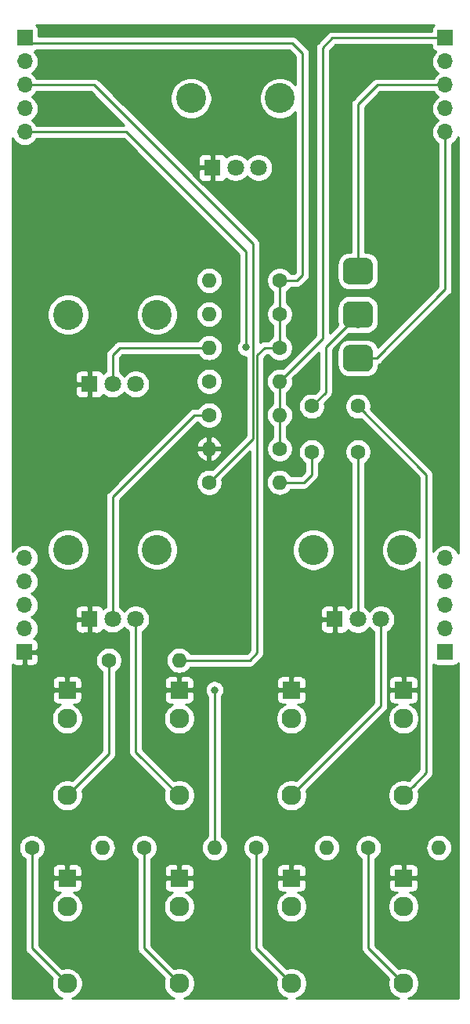
<source format=gbr>
G04 #@! TF.GenerationSoftware,KiCad,Pcbnew,(5.1.4-0-10_14)*
G04 #@! TF.CreationDate,2020-11-15T22:02:50-06:00*
G04 #@! TF.ProjectId,CEM3340_VCO,43454d33-3334-4305-9f56-434f2e6b6963,rev?*
G04 #@! TF.SameCoordinates,Original*
G04 #@! TF.FileFunction,Copper,L2,Bot*
G04 #@! TF.FilePolarity,Positive*
%FSLAX46Y46*%
G04 Gerber Fmt 4.6, Leading zero omitted, Abs format (unit mm)*
G04 Created by KiCad (PCBNEW (5.1.4-0-10_14)) date 2020-11-15 22:02:50*
%MOMM*%
%LPD*%
G04 APERTURE LIST*
%ADD10C,0.100000*%
%ADD11C,2.850000*%
%ADD12C,3.240000*%
%ADD13C,1.800000*%
%ADD14R,1.800000X1.800000*%
%ADD15C,2.130000*%
%ADD16R,1.930000X1.830000*%
%ADD17C,1.600000*%
%ADD18O,1.700000X1.700000*%
%ADD19R,1.700000X1.700000*%
%ADD20O,1.600000X1.600000*%
%ADD21C,0.800000*%
%ADD22C,0.250000*%
%ADD23C,0.254000*%
G04 APERTURE END LIST*
D10*
G36*
X129547337Y-61248431D02*
G01*
X129616502Y-61258690D01*
X129684328Y-61275680D01*
X129750162Y-61299236D01*
X129813370Y-61329131D01*
X129873344Y-61365078D01*
X129929505Y-61406730D01*
X129981314Y-61453686D01*
X130028270Y-61505495D01*
X130069922Y-61561656D01*
X130105869Y-61621630D01*
X130135764Y-61684838D01*
X130159320Y-61750672D01*
X130176310Y-61818498D01*
X130186569Y-61887663D01*
X130190000Y-61957500D01*
X130190000Y-63382500D01*
X130186569Y-63452337D01*
X130176310Y-63521502D01*
X130159320Y-63589328D01*
X130135764Y-63655162D01*
X130105869Y-63718370D01*
X130069922Y-63778344D01*
X130028270Y-63834505D01*
X129981314Y-63886314D01*
X129929505Y-63933270D01*
X129873344Y-63974922D01*
X129813370Y-64010869D01*
X129750162Y-64040764D01*
X129684328Y-64064320D01*
X129616502Y-64081310D01*
X129547337Y-64091569D01*
X129477500Y-64095000D01*
X127702500Y-64095000D01*
X127632663Y-64091569D01*
X127563498Y-64081310D01*
X127495672Y-64064320D01*
X127429838Y-64040764D01*
X127366630Y-64010869D01*
X127306656Y-63974922D01*
X127250495Y-63933270D01*
X127198686Y-63886314D01*
X127151730Y-63834505D01*
X127110078Y-63778344D01*
X127074131Y-63718370D01*
X127044236Y-63655162D01*
X127020680Y-63589328D01*
X127003690Y-63521502D01*
X126993431Y-63452337D01*
X126990000Y-63382500D01*
X126990000Y-61957500D01*
X126993431Y-61887663D01*
X127003690Y-61818498D01*
X127020680Y-61750672D01*
X127044236Y-61684838D01*
X127074131Y-61621630D01*
X127110078Y-61561656D01*
X127151730Y-61505495D01*
X127198686Y-61453686D01*
X127250495Y-61406730D01*
X127306656Y-61365078D01*
X127366630Y-61329131D01*
X127429838Y-61299236D01*
X127495672Y-61275680D01*
X127563498Y-61258690D01*
X127632663Y-61248431D01*
X127702500Y-61245000D01*
X129477500Y-61245000D01*
X129547337Y-61248431D01*
X129547337Y-61248431D01*
G37*
D11*
X128590000Y-62670000D03*
D10*
G36*
X129547337Y-56548431D02*
G01*
X129616502Y-56558690D01*
X129684328Y-56575680D01*
X129750162Y-56599236D01*
X129813370Y-56629131D01*
X129873344Y-56665078D01*
X129929505Y-56706730D01*
X129981314Y-56753686D01*
X130028270Y-56805495D01*
X130069922Y-56861656D01*
X130105869Y-56921630D01*
X130135764Y-56984838D01*
X130159320Y-57050672D01*
X130176310Y-57118498D01*
X130186569Y-57187663D01*
X130190000Y-57257500D01*
X130190000Y-58682500D01*
X130186569Y-58752337D01*
X130176310Y-58821502D01*
X130159320Y-58889328D01*
X130135764Y-58955162D01*
X130105869Y-59018370D01*
X130069922Y-59078344D01*
X130028270Y-59134505D01*
X129981314Y-59186314D01*
X129929505Y-59233270D01*
X129873344Y-59274922D01*
X129813370Y-59310869D01*
X129750162Y-59340764D01*
X129684328Y-59364320D01*
X129616502Y-59381310D01*
X129547337Y-59391569D01*
X129477500Y-59395000D01*
X127702500Y-59395000D01*
X127632663Y-59391569D01*
X127563498Y-59381310D01*
X127495672Y-59364320D01*
X127429838Y-59340764D01*
X127366630Y-59310869D01*
X127306656Y-59274922D01*
X127250495Y-59233270D01*
X127198686Y-59186314D01*
X127151730Y-59134505D01*
X127110078Y-59078344D01*
X127074131Y-59018370D01*
X127044236Y-58955162D01*
X127020680Y-58889328D01*
X127003690Y-58821502D01*
X126993431Y-58752337D01*
X126990000Y-58682500D01*
X126990000Y-57257500D01*
X126993431Y-57187663D01*
X127003690Y-57118498D01*
X127020680Y-57050672D01*
X127044236Y-56984838D01*
X127074131Y-56921630D01*
X127110078Y-56861656D01*
X127151730Y-56805495D01*
X127198686Y-56753686D01*
X127250495Y-56706730D01*
X127306656Y-56665078D01*
X127366630Y-56629131D01*
X127429838Y-56599236D01*
X127495672Y-56575680D01*
X127563498Y-56558690D01*
X127632663Y-56548431D01*
X127702500Y-56545000D01*
X129477500Y-56545000D01*
X129547337Y-56548431D01*
X129547337Y-56548431D01*
G37*
D11*
X128590000Y-57970000D03*
D10*
G36*
X129547337Y-51848431D02*
G01*
X129616502Y-51858690D01*
X129684328Y-51875680D01*
X129750162Y-51899236D01*
X129813370Y-51929131D01*
X129873344Y-51965078D01*
X129929505Y-52006730D01*
X129981314Y-52053686D01*
X130028270Y-52105495D01*
X130069922Y-52161656D01*
X130105869Y-52221630D01*
X130135764Y-52284838D01*
X130159320Y-52350672D01*
X130176310Y-52418498D01*
X130186569Y-52487663D01*
X130190000Y-52557500D01*
X130190000Y-53982500D01*
X130186569Y-54052337D01*
X130176310Y-54121502D01*
X130159320Y-54189328D01*
X130135764Y-54255162D01*
X130105869Y-54318370D01*
X130069922Y-54378344D01*
X130028270Y-54434505D01*
X129981314Y-54486314D01*
X129929505Y-54533270D01*
X129873344Y-54574922D01*
X129813370Y-54610869D01*
X129750162Y-54640764D01*
X129684328Y-54664320D01*
X129616502Y-54681310D01*
X129547337Y-54691569D01*
X129477500Y-54695000D01*
X127702500Y-54695000D01*
X127632663Y-54691569D01*
X127563498Y-54681310D01*
X127495672Y-54664320D01*
X127429838Y-54640764D01*
X127366630Y-54610869D01*
X127306656Y-54574922D01*
X127250495Y-54533270D01*
X127198686Y-54486314D01*
X127151730Y-54434505D01*
X127110078Y-54378344D01*
X127074131Y-54318370D01*
X127044236Y-54255162D01*
X127020680Y-54189328D01*
X127003690Y-54121502D01*
X126993431Y-54052337D01*
X126990000Y-53982500D01*
X126990000Y-52557500D01*
X126993431Y-52487663D01*
X127003690Y-52418498D01*
X127020680Y-52350672D01*
X127044236Y-52284838D01*
X127074131Y-52221630D01*
X127110078Y-52161656D01*
X127151730Y-52105495D01*
X127198686Y-52053686D01*
X127250495Y-52006730D01*
X127306656Y-51965078D01*
X127366630Y-51929131D01*
X127429838Y-51899236D01*
X127495672Y-51875680D01*
X127563498Y-51858690D01*
X127632663Y-51848431D01*
X127702500Y-51845000D01*
X129477500Y-51845000D01*
X129547337Y-51848431D01*
X129547337Y-51848431D01*
G37*
D11*
X128590000Y-53270000D03*
D12*
X110560000Y-34590000D03*
X120160000Y-34590000D03*
D13*
X117860000Y-42090000D03*
X115360000Y-42090000D03*
D14*
X112860000Y-42090000D03*
D15*
X133520000Y-109930000D03*
D16*
X133520000Y-98530000D03*
D15*
X133520000Y-101630000D03*
X121400000Y-109930000D03*
D16*
X121400000Y-98530000D03*
D15*
X121400000Y-101630000D03*
X97160000Y-109930000D03*
D16*
X97160000Y-98530000D03*
D15*
X97160000Y-101630000D03*
X97160000Y-130250000D03*
D16*
X97160000Y-118850000D03*
D15*
X97160000Y-121950000D03*
X109280000Y-130250000D03*
D16*
X109280000Y-118850000D03*
D15*
X109280000Y-121950000D03*
X133520000Y-130250000D03*
D16*
X133520000Y-118850000D03*
D15*
X133520000Y-121950000D03*
X121400000Y-130250000D03*
D16*
X121400000Y-118850000D03*
D15*
X121400000Y-121950000D03*
D17*
X123590000Y-67870000D03*
X128590000Y-67870000D03*
X123590000Y-72800000D03*
X128590000Y-72800000D03*
D18*
X138040000Y-84280000D03*
X138040000Y-86820000D03*
X138040000Y-89360000D03*
X138040000Y-91900000D03*
D19*
X138040000Y-94440000D03*
D18*
X92560000Y-84280000D03*
X92560000Y-86820000D03*
X92560000Y-89360000D03*
X92560000Y-91900000D03*
D19*
X92560000Y-94440000D03*
D18*
X138040000Y-38240000D03*
X138040000Y-35700000D03*
X138040000Y-33160000D03*
X138040000Y-30620000D03*
D19*
X138040000Y-28080000D03*
D18*
X92590000Y-38240000D03*
X92590000Y-35700000D03*
X92590000Y-33160000D03*
X92590000Y-30620000D03*
D19*
X92590000Y-28080000D03*
D12*
X123780000Y-83400000D03*
X133380000Y-83400000D03*
D13*
X131080000Y-90900000D03*
X128580000Y-90900000D03*
D14*
X126080000Y-90900000D03*
D12*
X97270000Y-83390000D03*
X106870000Y-83390000D03*
D13*
X104570000Y-90890000D03*
X102070000Y-90890000D03*
D14*
X99570000Y-90890000D03*
D20*
X120130000Y-68823332D03*
D17*
X112510000Y-68823332D03*
D20*
X120130000Y-65184999D03*
D17*
X112510000Y-65184999D03*
D20*
X112510000Y-72461665D03*
D17*
X120130000Y-72461665D03*
D20*
X113096666Y-115570000D03*
D17*
X105476666Y-115570000D03*
D20*
X137350000Y-115570000D03*
D17*
X129730000Y-115570000D03*
D15*
X109280000Y-109930000D03*
D16*
X109280000Y-98530000D03*
D15*
X109280000Y-101630000D03*
D20*
X120130000Y-76100000D03*
D17*
X112510000Y-76100000D03*
D20*
X109280000Y-95330000D03*
D17*
X101660000Y-95330000D03*
D20*
X112510000Y-61546666D03*
D17*
X120130000Y-61546666D03*
D20*
X112510000Y-54270000D03*
D17*
X120130000Y-54270000D03*
D20*
X112510000Y-57908333D03*
D17*
X120130000Y-57908333D03*
D20*
X100970000Y-115570000D03*
D17*
X93350000Y-115570000D03*
D20*
X125223332Y-115570000D03*
D17*
X117603332Y-115570000D03*
D12*
X97270000Y-57980000D03*
X106870000Y-57980000D03*
D13*
X104570000Y-65480000D03*
X102070000Y-65480000D03*
D14*
X99570000Y-65480000D03*
D21*
X112860000Y-40450000D03*
X99570000Y-63840000D03*
X99570000Y-89240000D03*
X94160000Y-94440000D03*
X97160000Y-96870000D03*
X107560000Y-98530000D03*
X119680000Y-98530000D03*
X133520000Y-96870000D03*
X126080000Y-89250000D03*
X97160000Y-117190000D03*
X109280000Y-117190000D03*
X121400000Y-117190000D03*
X133520000Y-117190000D03*
X94980000Y-35700000D03*
X122930000Y-57930000D03*
X112510000Y-74000000D03*
X113100000Y-98540000D03*
X116504990Y-61519998D03*
D22*
X112860000Y-42090000D02*
X112860000Y-40450000D01*
X99570000Y-65480000D02*
X99570000Y-63840000D01*
X99570000Y-90890000D02*
X99570000Y-89240000D01*
X92560000Y-94440000D02*
X94160000Y-94440000D01*
X97160000Y-98530000D02*
X97160000Y-96870000D01*
X109280000Y-98530000D02*
X107560000Y-98530000D01*
X121400000Y-98530000D02*
X119680000Y-98530000D01*
X133520000Y-98530000D02*
X133520000Y-96870000D01*
X126080000Y-90900000D02*
X126080000Y-89250000D01*
X97160000Y-118850000D02*
X97160000Y-117190000D01*
X109280000Y-118850000D02*
X109280000Y-117190000D01*
X121400000Y-118850000D02*
X121400000Y-117190000D01*
X133520000Y-118850000D02*
X133520000Y-117190000D01*
X112510000Y-72461665D02*
X112510000Y-74000000D01*
X117603332Y-126453332D02*
X121400000Y-130250000D01*
X117603332Y-115570000D02*
X117603332Y-126453332D01*
X129730000Y-126460000D02*
X133520000Y-130250000D01*
X129730000Y-115570000D02*
X129730000Y-126460000D01*
X105476666Y-126446666D02*
X109280000Y-130250000D01*
X105476666Y-115570000D02*
X105476666Y-126446666D01*
X93350000Y-126440000D02*
X97160000Y-130250000D01*
X93350000Y-115570000D02*
X93350000Y-126440000D01*
X101660000Y-105430000D02*
X101660000Y-95330000D01*
X97160000Y-109930000D02*
X101660000Y-105430000D01*
X134584999Y-108865001D02*
X133520000Y-109930000D01*
X135980000Y-107470000D02*
X134584999Y-108865001D01*
X135980000Y-75260000D02*
X135980000Y-107470000D01*
X128590000Y-67870000D02*
X135980000Y-75260000D01*
X102070000Y-62320000D02*
X102070000Y-65480000D01*
X102843334Y-61546666D02*
X102070000Y-62320000D01*
X112510000Y-61546666D02*
X102843334Y-61546666D01*
X120130000Y-76100000D02*
X122730000Y-76100000D01*
X123590000Y-75240000D02*
X123590000Y-72800000D01*
X122730000Y-76100000D02*
X123590000Y-75240000D01*
X128580000Y-72810000D02*
X128590000Y-72800000D01*
X128580000Y-90900000D02*
X128580000Y-72810000D01*
X125100000Y-66360000D02*
X123590000Y-67870000D01*
X125100000Y-61460000D02*
X125100000Y-66360000D01*
X128590000Y-57970000D02*
X125100000Y-61460000D01*
X104570000Y-105220000D02*
X109280000Y-109930000D01*
X104570000Y-90890000D02*
X104570000Y-105220000D01*
X102070000Y-77670000D02*
X110916668Y-68823332D01*
X110916668Y-68823332D02*
X112510000Y-68823332D01*
X102070000Y-90890000D02*
X102070000Y-77670000D01*
X131080000Y-100250000D02*
X131080000Y-90900000D01*
X121400000Y-109930000D02*
X131080000Y-100250000D01*
X117230000Y-71380000D02*
X112510000Y-76100000D01*
X117230000Y-50310000D02*
X117230000Y-71380000D01*
X100080000Y-33160000D02*
X117230000Y-50310000D01*
X92590000Y-33160000D02*
X100080000Y-33160000D01*
X113096666Y-98543334D02*
X113100000Y-98540000D01*
X113096666Y-115570000D02*
X113096666Y-98543334D01*
X92590000Y-38240000D02*
X103580000Y-38240000D01*
X116504990Y-51164990D02*
X116504990Y-60954313D01*
X103580000Y-38240000D02*
X116504990Y-51164990D01*
X116504990Y-60954313D02*
X116504990Y-61519998D01*
X120130000Y-72461665D02*
X120130000Y-68823332D01*
X120130000Y-68823332D02*
X120130000Y-65184999D01*
X125850000Y-28080000D02*
X138040000Y-28080000D01*
X124770000Y-29160000D02*
X125850000Y-28080000D01*
X124770000Y-60544999D02*
X124770000Y-29160000D01*
X120130000Y-65184999D02*
X124770000Y-60544999D01*
X120130000Y-54270000D02*
X120130000Y-57908333D01*
X120130000Y-57908333D02*
X120130000Y-61546666D01*
X122030000Y-54270000D02*
X120130000Y-54270000D01*
X122610000Y-29730000D02*
X122610000Y-53690000D01*
X93140000Y-28630000D02*
X121510000Y-28630000D01*
X122610000Y-53690000D02*
X122030000Y-54270000D01*
X121510000Y-28630000D02*
X122610000Y-29730000D01*
X92590000Y-28080000D02*
X93140000Y-28630000D01*
X117680000Y-62370000D02*
X118503334Y-61546666D01*
X118503334Y-61546666D02*
X120130000Y-61546666D01*
X117680000Y-94540000D02*
X117680000Y-62370000D01*
X116890000Y-95330000D02*
X117680000Y-94540000D01*
X109280000Y-95330000D02*
X116890000Y-95330000D01*
X130680000Y-33160000D02*
X138040000Y-33160000D01*
X128590000Y-35250000D02*
X130680000Y-33160000D01*
X128590000Y-53270000D02*
X128590000Y-35250000D01*
X138040000Y-55235254D02*
X138040000Y-39442081D01*
X130605254Y-62670000D02*
X138040000Y-55235254D01*
X138040000Y-39442081D02*
X138040000Y-38240000D01*
X128590000Y-62670000D02*
X130605254Y-62670000D01*
D23*
G36*
X136835506Y-26699463D02*
G01*
X136738815Y-26778815D01*
X136659463Y-26875506D01*
X136600498Y-26985820D01*
X136564188Y-27105518D01*
X136551928Y-27230000D01*
X136551928Y-27320000D01*
X125887325Y-27320000D01*
X125850000Y-27316324D01*
X125812675Y-27320000D01*
X125812667Y-27320000D01*
X125701014Y-27330997D01*
X125557753Y-27374454D01*
X125425724Y-27445026D01*
X125309999Y-27539999D01*
X125286201Y-27568997D01*
X124258998Y-28596201D01*
X124230000Y-28619999D01*
X124206202Y-28648997D01*
X124206201Y-28648998D01*
X124135026Y-28735724D01*
X124064454Y-28867754D01*
X124020998Y-29011015D01*
X124006324Y-29160000D01*
X124010001Y-29197333D01*
X124010000Y-60230197D01*
X120455906Y-63784291D01*
X120411309Y-63770763D01*
X120200492Y-63749999D01*
X120059508Y-63749999D01*
X119848691Y-63770763D01*
X119578192Y-63852817D01*
X119328899Y-63986067D01*
X119110392Y-64165391D01*
X118931068Y-64383898D01*
X118797818Y-64633191D01*
X118715764Y-64903690D01*
X118688057Y-65184999D01*
X118715764Y-65466308D01*
X118797818Y-65736807D01*
X118931068Y-65986100D01*
X119110392Y-66204607D01*
X119328899Y-66383931D01*
X119370001Y-66405900D01*
X119370000Y-67602431D01*
X119328899Y-67624400D01*
X119110392Y-67803724D01*
X118931068Y-68022231D01*
X118797818Y-68271524D01*
X118715764Y-68542023D01*
X118688057Y-68823332D01*
X118715764Y-69104641D01*
X118797818Y-69375140D01*
X118931068Y-69624433D01*
X119110392Y-69842940D01*
X119328899Y-70022264D01*
X119370001Y-70044233D01*
X119370000Y-71243621D01*
X119215241Y-71347028D01*
X119015363Y-71546906D01*
X118858320Y-71781938D01*
X118750147Y-72043091D01*
X118695000Y-72320330D01*
X118695000Y-72603000D01*
X118750147Y-72880239D01*
X118858320Y-73141392D01*
X119015363Y-73376424D01*
X119215241Y-73576302D01*
X119450273Y-73733345D01*
X119711426Y-73841518D01*
X119988665Y-73896665D01*
X120271335Y-73896665D01*
X120548574Y-73841518D01*
X120809727Y-73733345D01*
X121044759Y-73576302D01*
X121244637Y-73376424D01*
X121401680Y-73141392D01*
X121509853Y-72880239D01*
X121565000Y-72603000D01*
X121565000Y-72320330D01*
X121509853Y-72043091D01*
X121401680Y-71781938D01*
X121244637Y-71546906D01*
X121044759Y-71347028D01*
X120890000Y-71243622D01*
X120890000Y-70044233D01*
X120931101Y-70022264D01*
X121149608Y-69842940D01*
X121328932Y-69624433D01*
X121462182Y-69375140D01*
X121544236Y-69104641D01*
X121571943Y-68823332D01*
X121544236Y-68542023D01*
X121462182Y-68271524D01*
X121328932Y-68022231D01*
X121149608Y-67803724D01*
X120931101Y-67624400D01*
X120890000Y-67602431D01*
X120890000Y-66405900D01*
X120931101Y-66383931D01*
X121149608Y-66204607D01*
X121328932Y-65986100D01*
X121462182Y-65736807D01*
X121544236Y-65466308D01*
X121571943Y-65184999D01*
X121544236Y-64903690D01*
X121530708Y-64859093D01*
X124340000Y-62049801D01*
X124340001Y-66045196D01*
X123913886Y-66471312D01*
X123731335Y-66435000D01*
X123448665Y-66435000D01*
X123171426Y-66490147D01*
X122910273Y-66598320D01*
X122675241Y-66755363D01*
X122475363Y-66955241D01*
X122318320Y-67190273D01*
X122210147Y-67451426D01*
X122155000Y-67728665D01*
X122155000Y-68011335D01*
X122210147Y-68288574D01*
X122318320Y-68549727D01*
X122475363Y-68784759D01*
X122675241Y-68984637D01*
X122910273Y-69141680D01*
X123171426Y-69249853D01*
X123448665Y-69305000D01*
X123731335Y-69305000D01*
X124008574Y-69249853D01*
X124269727Y-69141680D01*
X124504759Y-68984637D01*
X124704637Y-68784759D01*
X124861680Y-68549727D01*
X124969853Y-68288574D01*
X125025000Y-68011335D01*
X125025000Y-67728665D01*
X124988688Y-67546114D01*
X125611008Y-66923795D01*
X125640001Y-66900001D01*
X125663795Y-66871008D01*
X125663799Y-66871004D01*
X125734973Y-66784277D01*
X125734974Y-66784276D01*
X125805546Y-66652247D01*
X125849003Y-66508986D01*
X125860000Y-66397333D01*
X125860000Y-66397324D01*
X125863676Y-66360001D01*
X125860000Y-66322678D01*
X125860000Y-61774801D01*
X127610765Y-60024037D01*
X127702500Y-60033072D01*
X129477500Y-60033072D01*
X129740984Y-60007121D01*
X129994342Y-59930266D01*
X130227838Y-59805460D01*
X130432499Y-59637499D01*
X130600460Y-59432838D01*
X130725266Y-59199342D01*
X130802121Y-58945984D01*
X130828072Y-58682500D01*
X130828072Y-57257500D01*
X130802121Y-56994016D01*
X130725266Y-56740658D01*
X130600460Y-56507162D01*
X130432499Y-56302501D01*
X130227838Y-56134540D01*
X129994342Y-56009734D01*
X129740984Y-55932879D01*
X129477500Y-55906928D01*
X127702500Y-55906928D01*
X127439016Y-55932879D01*
X127185658Y-56009734D01*
X126952162Y-56134540D01*
X126747501Y-56302501D01*
X126579540Y-56507162D01*
X126454734Y-56740658D01*
X126377879Y-56994016D01*
X126351928Y-57257500D01*
X126351928Y-58682500D01*
X126377879Y-58945984D01*
X126415429Y-59069770D01*
X125530000Y-59955199D01*
X125530000Y-29474801D01*
X126164802Y-28840000D01*
X136551928Y-28840000D01*
X136551928Y-28930000D01*
X136564188Y-29054482D01*
X136600498Y-29174180D01*
X136659463Y-29284494D01*
X136738815Y-29381185D01*
X136835506Y-29460537D01*
X136945820Y-29519502D01*
X137014687Y-29540393D01*
X136984866Y-29564866D01*
X136799294Y-29790986D01*
X136661401Y-30048966D01*
X136576487Y-30328889D01*
X136547815Y-30620000D01*
X136576487Y-30911111D01*
X136661401Y-31191034D01*
X136799294Y-31449014D01*
X136984866Y-31675134D01*
X137210986Y-31860706D01*
X137265791Y-31890000D01*
X137210986Y-31919294D01*
X136984866Y-32104866D01*
X136799294Y-32330986D01*
X136762405Y-32400000D01*
X130717322Y-32400000D01*
X130679999Y-32396324D01*
X130642676Y-32400000D01*
X130642667Y-32400000D01*
X130531014Y-32410997D01*
X130387753Y-32454454D01*
X130255724Y-32525026D01*
X130139999Y-32619999D01*
X130116201Y-32648997D01*
X128078998Y-34686201D01*
X128050000Y-34709999D01*
X128026202Y-34738997D01*
X128026201Y-34738998D01*
X127955026Y-34825724D01*
X127884454Y-34957754D01*
X127840998Y-35101015D01*
X127826324Y-35250000D01*
X127830001Y-35287333D01*
X127830000Y-51206928D01*
X127702500Y-51206928D01*
X127439016Y-51232879D01*
X127185658Y-51309734D01*
X126952162Y-51434540D01*
X126747501Y-51602501D01*
X126579540Y-51807162D01*
X126454734Y-52040658D01*
X126377879Y-52294016D01*
X126351928Y-52557500D01*
X126351928Y-53982500D01*
X126377879Y-54245984D01*
X126454734Y-54499342D01*
X126579540Y-54732838D01*
X126747501Y-54937499D01*
X126952162Y-55105460D01*
X127185658Y-55230266D01*
X127439016Y-55307121D01*
X127702500Y-55333072D01*
X129477500Y-55333072D01*
X129740984Y-55307121D01*
X129994342Y-55230266D01*
X130227838Y-55105460D01*
X130432499Y-54937499D01*
X130600460Y-54732838D01*
X130725266Y-54499342D01*
X130802121Y-54245984D01*
X130828072Y-53982500D01*
X130828072Y-52557500D01*
X130802121Y-52294016D01*
X130725266Y-52040658D01*
X130600460Y-51807162D01*
X130432499Y-51602501D01*
X130227838Y-51434540D01*
X129994342Y-51309734D01*
X129740984Y-51232879D01*
X129477500Y-51206928D01*
X129350000Y-51206928D01*
X129350000Y-35564801D01*
X130994802Y-33920000D01*
X136762405Y-33920000D01*
X136799294Y-33989014D01*
X136984866Y-34215134D01*
X137210986Y-34400706D01*
X137265791Y-34430000D01*
X137210986Y-34459294D01*
X136984866Y-34644866D01*
X136799294Y-34870986D01*
X136661401Y-35128966D01*
X136576487Y-35408889D01*
X136547815Y-35700000D01*
X136576487Y-35991111D01*
X136661401Y-36271034D01*
X136799294Y-36529014D01*
X136984866Y-36755134D01*
X137210986Y-36940706D01*
X137265791Y-36970000D01*
X137210986Y-36999294D01*
X136984866Y-37184866D01*
X136799294Y-37410986D01*
X136661401Y-37668966D01*
X136576487Y-37948889D01*
X136547815Y-38240000D01*
X136576487Y-38531111D01*
X136661401Y-38811034D01*
X136799294Y-39069014D01*
X136984866Y-39295134D01*
X137210986Y-39480706D01*
X137280001Y-39517595D01*
X137280000Y-54920452D01*
X130733302Y-61467151D01*
X130725266Y-61440658D01*
X130600460Y-61207162D01*
X130432499Y-61002501D01*
X130227838Y-60834540D01*
X129994342Y-60709734D01*
X129740984Y-60632879D01*
X129477500Y-60606928D01*
X127702500Y-60606928D01*
X127439016Y-60632879D01*
X127185658Y-60709734D01*
X126952162Y-60834540D01*
X126747501Y-61002501D01*
X126579540Y-61207162D01*
X126454734Y-61440658D01*
X126377879Y-61694016D01*
X126351928Y-61957500D01*
X126351928Y-63382500D01*
X126377879Y-63645984D01*
X126454734Y-63899342D01*
X126579540Y-64132838D01*
X126747501Y-64337499D01*
X126952162Y-64505460D01*
X127185658Y-64630266D01*
X127439016Y-64707121D01*
X127702500Y-64733072D01*
X129477500Y-64733072D01*
X129740984Y-64707121D01*
X129994342Y-64630266D01*
X130227838Y-64505460D01*
X130432499Y-64337499D01*
X130600460Y-64132838D01*
X130725266Y-63899342D01*
X130802121Y-63645984D01*
X130826640Y-63397041D01*
X130897501Y-63375546D01*
X131029530Y-63304974D01*
X131145255Y-63210001D01*
X131169058Y-63180997D01*
X138551004Y-55799052D01*
X138580001Y-55775255D01*
X138674974Y-55659530D01*
X138745546Y-55527501D01*
X138789003Y-55384240D01*
X138800000Y-55272587D01*
X138800000Y-55272586D01*
X138803677Y-55235254D01*
X138800000Y-55197921D01*
X138800000Y-39517595D01*
X138869014Y-39480706D01*
X139095134Y-39295134D01*
X139280706Y-39069014D01*
X139418599Y-38811034D01*
X139430000Y-38773450D01*
X139430001Y-83746552D01*
X139418599Y-83708966D01*
X139280706Y-83450986D01*
X139095134Y-83224866D01*
X138869014Y-83039294D01*
X138611034Y-82901401D01*
X138331111Y-82816487D01*
X138112950Y-82795000D01*
X137967050Y-82795000D01*
X137748889Y-82816487D01*
X137468966Y-82901401D01*
X137210986Y-83039294D01*
X136984866Y-83224866D01*
X136799294Y-83450986D01*
X136740000Y-83561917D01*
X136740000Y-75297322D01*
X136743676Y-75259999D01*
X136740000Y-75222676D01*
X136740000Y-75222667D01*
X136729003Y-75111014D01*
X136685546Y-74967753D01*
X136614974Y-74835724D01*
X136520001Y-74719999D01*
X136491004Y-74696202D01*
X129988688Y-68193887D01*
X130025000Y-68011335D01*
X130025000Y-67728665D01*
X129969853Y-67451426D01*
X129861680Y-67190273D01*
X129704637Y-66955241D01*
X129504759Y-66755363D01*
X129269727Y-66598320D01*
X129008574Y-66490147D01*
X128731335Y-66435000D01*
X128448665Y-66435000D01*
X128171426Y-66490147D01*
X127910273Y-66598320D01*
X127675241Y-66755363D01*
X127475363Y-66955241D01*
X127318320Y-67190273D01*
X127210147Y-67451426D01*
X127155000Y-67728665D01*
X127155000Y-68011335D01*
X127210147Y-68288574D01*
X127318320Y-68549727D01*
X127475363Y-68784759D01*
X127675241Y-68984637D01*
X127910273Y-69141680D01*
X128171426Y-69249853D01*
X128448665Y-69305000D01*
X128731335Y-69305000D01*
X128913887Y-69268688D01*
X135220000Y-75574802D01*
X135220000Y-82094862D01*
X135131573Y-81962521D01*
X134817479Y-81648427D01*
X134448143Y-81401645D01*
X134037759Y-81231658D01*
X133602098Y-81145000D01*
X133157902Y-81145000D01*
X132722241Y-81231658D01*
X132311857Y-81401645D01*
X131942521Y-81648427D01*
X131628427Y-81962521D01*
X131381645Y-82331857D01*
X131211658Y-82742241D01*
X131125000Y-83177902D01*
X131125000Y-83622098D01*
X131211658Y-84057759D01*
X131381645Y-84468143D01*
X131628427Y-84837479D01*
X131942521Y-85151573D01*
X132311857Y-85398355D01*
X132722241Y-85568342D01*
X133157902Y-85655000D01*
X133602098Y-85655000D01*
X134037759Y-85568342D01*
X134448143Y-85398355D01*
X134817479Y-85151573D01*
X135131573Y-84837479D01*
X135220000Y-84705138D01*
X135220001Y-107155197D01*
X134074001Y-108301198D01*
X134073996Y-108301202D01*
X134061124Y-108314074D01*
X134015872Y-108295330D01*
X133687435Y-108230000D01*
X133352565Y-108230000D01*
X133024128Y-108295330D01*
X132714748Y-108423479D01*
X132436313Y-108609523D01*
X132199523Y-108846313D01*
X132013479Y-109124748D01*
X131885330Y-109434128D01*
X131820000Y-109762565D01*
X131820000Y-110097435D01*
X131885330Y-110425872D01*
X132013479Y-110735252D01*
X132199523Y-111013687D01*
X132436313Y-111250477D01*
X132714748Y-111436521D01*
X133024128Y-111564670D01*
X133352565Y-111630000D01*
X133687435Y-111630000D01*
X134015872Y-111564670D01*
X134325252Y-111436521D01*
X134603687Y-111250477D01*
X134840477Y-111013687D01*
X135026521Y-110735252D01*
X135154670Y-110425872D01*
X135220000Y-110097435D01*
X135220000Y-109762565D01*
X135154670Y-109434128D01*
X135135926Y-109388876D01*
X135148798Y-109376004D01*
X135148802Y-109375999D01*
X136491003Y-108033799D01*
X136520001Y-108010001D01*
X136614974Y-107894276D01*
X136685546Y-107762247D01*
X136729003Y-107618986D01*
X136740000Y-107507333D01*
X136740000Y-107507324D01*
X136743676Y-107470001D01*
X136740000Y-107432678D01*
X136740000Y-95742158D01*
X136835506Y-95820537D01*
X136945820Y-95879502D01*
X137065518Y-95915812D01*
X137190000Y-95928072D01*
X138890000Y-95928072D01*
X139014482Y-95915812D01*
X139134180Y-95879502D01*
X139244494Y-95820537D01*
X139341185Y-95741185D01*
X139420537Y-95644494D01*
X139430001Y-95626789D01*
X139430001Y-131870000D01*
X134051289Y-131870000D01*
X134325252Y-131756521D01*
X134603687Y-131570477D01*
X134840477Y-131333687D01*
X135026521Y-131055252D01*
X135154670Y-130745872D01*
X135220000Y-130417435D01*
X135220000Y-130082565D01*
X135154670Y-129754128D01*
X135026521Y-129444748D01*
X134840477Y-129166313D01*
X134603687Y-128929523D01*
X134325252Y-128743479D01*
X134015872Y-128615330D01*
X133687435Y-128550000D01*
X133352565Y-128550000D01*
X133024128Y-128615330D01*
X132978876Y-128634074D01*
X130490000Y-126145199D01*
X130490000Y-121782565D01*
X131820000Y-121782565D01*
X131820000Y-122117435D01*
X131885330Y-122445872D01*
X132013479Y-122755252D01*
X132199523Y-123033687D01*
X132436313Y-123270477D01*
X132714748Y-123456521D01*
X133024128Y-123584670D01*
X133352565Y-123650000D01*
X133687435Y-123650000D01*
X134015872Y-123584670D01*
X134325252Y-123456521D01*
X134603687Y-123270477D01*
X134840477Y-123033687D01*
X135026521Y-122755252D01*
X135154670Y-122445872D01*
X135220000Y-122117435D01*
X135220000Y-121782565D01*
X135154670Y-121454128D01*
X135026521Y-121144748D01*
X134840477Y-120866313D01*
X134603687Y-120629523D01*
X134325252Y-120443479D01*
X134224860Y-120401895D01*
X134485000Y-120403072D01*
X134609482Y-120390812D01*
X134729180Y-120354502D01*
X134839494Y-120295537D01*
X134936185Y-120216185D01*
X135015537Y-120119494D01*
X135074502Y-120009180D01*
X135110812Y-119889482D01*
X135123072Y-119765000D01*
X135120000Y-119135750D01*
X134961250Y-118977000D01*
X133647000Y-118977000D01*
X133647000Y-118997000D01*
X133393000Y-118997000D01*
X133393000Y-118977000D01*
X132078750Y-118977000D01*
X131920000Y-119135750D01*
X131916928Y-119765000D01*
X131929188Y-119889482D01*
X131965498Y-120009180D01*
X132024463Y-120119494D01*
X132103815Y-120216185D01*
X132200506Y-120295537D01*
X132310820Y-120354502D01*
X132430518Y-120390812D01*
X132555000Y-120403072D01*
X132815140Y-120401895D01*
X132714748Y-120443479D01*
X132436313Y-120629523D01*
X132199523Y-120866313D01*
X132013479Y-121144748D01*
X131885330Y-121454128D01*
X131820000Y-121782565D01*
X130490000Y-121782565D01*
X130490000Y-117935000D01*
X131916928Y-117935000D01*
X131920000Y-118564250D01*
X132078750Y-118723000D01*
X133393000Y-118723000D01*
X133393000Y-117458750D01*
X133647000Y-117458750D01*
X133647000Y-118723000D01*
X134961250Y-118723000D01*
X135120000Y-118564250D01*
X135123072Y-117935000D01*
X135110812Y-117810518D01*
X135074502Y-117690820D01*
X135015537Y-117580506D01*
X134936185Y-117483815D01*
X134839494Y-117404463D01*
X134729180Y-117345498D01*
X134609482Y-117309188D01*
X134485000Y-117296928D01*
X133805750Y-117300000D01*
X133647000Y-117458750D01*
X133393000Y-117458750D01*
X133234250Y-117300000D01*
X132555000Y-117296928D01*
X132430518Y-117309188D01*
X132310820Y-117345498D01*
X132200506Y-117404463D01*
X132103815Y-117483815D01*
X132024463Y-117580506D01*
X131965498Y-117690820D01*
X131929188Y-117810518D01*
X131916928Y-117935000D01*
X130490000Y-117935000D01*
X130490000Y-116788043D01*
X130644759Y-116684637D01*
X130844637Y-116484759D01*
X131001680Y-116249727D01*
X131109853Y-115988574D01*
X131165000Y-115711335D01*
X131165000Y-115570000D01*
X135908057Y-115570000D01*
X135935764Y-115851309D01*
X136017818Y-116121808D01*
X136151068Y-116371101D01*
X136330392Y-116589608D01*
X136548899Y-116768932D01*
X136798192Y-116902182D01*
X137068691Y-116984236D01*
X137279508Y-117005000D01*
X137420492Y-117005000D01*
X137631309Y-116984236D01*
X137901808Y-116902182D01*
X138151101Y-116768932D01*
X138369608Y-116589608D01*
X138548932Y-116371101D01*
X138682182Y-116121808D01*
X138764236Y-115851309D01*
X138791943Y-115570000D01*
X138764236Y-115288691D01*
X138682182Y-115018192D01*
X138548932Y-114768899D01*
X138369608Y-114550392D01*
X138151101Y-114371068D01*
X137901808Y-114237818D01*
X137631309Y-114155764D01*
X137420492Y-114135000D01*
X137279508Y-114135000D01*
X137068691Y-114155764D01*
X136798192Y-114237818D01*
X136548899Y-114371068D01*
X136330392Y-114550392D01*
X136151068Y-114768899D01*
X136017818Y-115018192D01*
X135935764Y-115288691D01*
X135908057Y-115570000D01*
X131165000Y-115570000D01*
X131165000Y-115428665D01*
X131109853Y-115151426D01*
X131001680Y-114890273D01*
X130844637Y-114655241D01*
X130644759Y-114455363D01*
X130409727Y-114298320D01*
X130148574Y-114190147D01*
X129871335Y-114135000D01*
X129588665Y-114135000D01*
X129311426Y-114190147D01*
X129050273Y-114298320D01*
X128815241Y-114455363D01*
X128615363Y-114655241D01*
X128458320Y-114890273D01*
X128350147Y-115151426D01*
X128295000Y-115428665D01*
X128295000Y-115711335D01*
X128350147Y-115988574D01*
X128458320Y-116249727D01*
X128615363Y-116484759D01*
X128815241Y-116684637D01*
X128970000Y-116788043D01*
X128970001Y-126422668D01*
X128966324Y-126460000D01*
X128980998Y-126608985D01*
X129024454Y-126752246D01*
X129095026Y-126884276D01*
X129155258Y-126957668D01*
X129190000Y-127000001D01*
X129218998Y-127023799D01*
X131904074Y-129708876D01*
X131885330Y-129754128D01*
X131820000Y-130082565D01*
X131820000Y-130417435D01*
X131885330Y-130745872D01*
X132013479Y-131055252D01*
X132199523Y-131333687D01*
X132436313Y-131570477D01*
X132714748Y-131756521D01*
X132988711Y-131870000D01*
X121931289Y-131870000D01*
X122205252Y-131756521D01*
X122483687Y-131570477D01*
X122720477Y-131333687D01*
X122906521Y-131055252D01*
X123034670Y-130745872D01*
X123100000Y-130417435D01*
X123100000Y-130082565D01*
X123034670Y-129754128D01*
X122906521Y-129444748D01*
X122720477Y-129166313D01*
X122483687Y-128929523D01*
X122205252Y-128743479D01*
X121895872Y-128615330D01*
X121567435Y-128550000D01*
X121232565Y-128550000D01*
X120904128Y-128615330D01*
X120858876Y-128634074D01*
X118363332Y-126138531D01*
X118363332Y-121782565D01*
X119700000Y-121782565D01*
X119700000Y-122117435D01*
X119765330Y-122445872D01*
X119893479Y-122755252D01*
X120079523Y-123033687D01*
X120316313Y-123270477D01*
X120594748Y-123456521D01*
X120904128Y-123584670D01*
X121232565Y-123650000D01*
X121567435Y-123650000D01*
X121895872Y-123584670D01*
X122205252Y-123456521D01*
X122483687Y-123270477D01*
X122720477Y-123033687D01*
X122906521Y-122755252D01*
X123034670Y-122445872D01*
X123100000Y-122117435D01*
X123100000Y-121782565D01*
X123034670Y-121454128D01*
X122906521Y-121144748D01*
X122720477Y-120866313D01*
X122483687Y-120629523D01*
X122205252Y-120443479D01*
X122104860Y-120401895D01*
X122365000Y-120403072D01*
X122489482Y-120390812D01*
X122609180Y-120354502D01*
X122719494Y-120295537D01*
X122816185Y-120216185D01*
X122895537Y-120119494D01*
X122954502Y-120009180D01*
X122990812Y-119889482D01*
X123003072Y-119765000D01*
X123000000Y-119135750D01*
X122841250Y-118977000D01*
X121527000Y-118977000D01*
X121527000Y-118997000D01*
X121273000Y-118997000D01*
X121273000Y-118977000D01*
X119958750Y-118977000D01*
X119800000Y-119135750D01*
X119796928Y-119765000D01*
X119809188Y-119889482D01*
X119845498Y-120009180D01*
X119904463Y-120119494D01*
X119983815Y-120216185D01*
X120080506Y-120295537D01*
X120190820Y-120354502D01*
X120310518Y-120390812D01*
X120435000Y-120403072D01*
X120695140Y-120401895D01*
X120594748Y-120443479D01*
X120316313Y-120629523D01*
X120079523Y-120866313D01*
X119893479Y-121144748D01*
X119765330Y-121454128D01*
X119700000Y-121782565D01*
X118363332Y-121782565D01*
X118363332Y-117935000D01*
X119796928Y-117935000D01*
X119800000Y-118564250D01*
X119958750Y-118723000D01*
X121273000Y-118723000D01*
X121273000Y-117458750D01*
X121527000Y-117458750D01*
X121527000Y-118723000D01*
X122841250Y-118723000D01*
X123000000Y-118564250D01*
X123003072Y-117935000D01*
X122990812Y-117810518D01*
X122954502Y-117690820D01*
X122895537Y-117580506D01*
X122816185Y-117483815D01*
X122719494Y-117404463D01*
X122609180Y-117345498D01*
X122489482Y-117309188D01*
X122365000Y-117296928D01*
X121685750Y-117300000D01*
X121527000Y-117458750D01*
X121273000Y-117458750D01*
X121114250Y-117300000D01*
X120435000Y-117296928D01*
X120310518Y-117309188D01*
X120190820Y-117345498D01*
X120080506Y-117404463D01*
X119983815Y-117483815D01*
X119904463Y-117580506D01*
X119845498Y-117690820D01*
X119809188Y-117810518D01*
X119796928Y-117935000D01*
X118363332Y-117935000D01*
X118363332Y-116788043D01*
X118518091Y-116684637D01*
X118717969Y-116484759D01*
X118875012Y-116249727D01*
X118983185Y-115988574D01*
X119038332Y-115711335D01*
X119038332Y-115570000D01*
X123781389Y-115570000D01*
X123809096Y-115851309D01*
X123891150Y-116121808D01*
X124024400Y-116371101D01*
X124203724Y-116589608D01*
X124422231Y-116768932D01*
X124671524Y-116902182D01*
X124942023Y-116984236D01*
X125152840Y-117005000D01*
X125293824Y-117005000D01*
X125504641Y-116984236D01*
X125775140Y-116902182D01*
X126024433Y-116768932D01*
X126242940Y-116589608D01*
X126422264Y-116371101D01*
X126555514Y-116121808D01*
X126637568Y-115851309D01*
X126665275Y-115570000D01*
X126637568Y-115288691D01*
X126555514Y-115018192D01*
X126422264Y-114768899D01*
X126242940Y-114550392D01*
X126024433Y-114371068D01*
X125775140Y-114237818D01*
X125504641Y-114155764D01*
X125293824Y-114135000D01*
X125152840Y-114135000D01*
X124942023Y-114155764D01*
X124671524Y-114237818D01*
X124422231Y-114371068D01*
X124203724Y-114550392D01*
X124024400Y-114768899D01*
X123891150Y-115018192D01*
X123809096Y-115288691D01*
X123781389Y-115570000D01*
X119038332Y-115570000D01*
X119038332Y-115428665D01*
X118983185Y-115151426D01*
X118875012Y-114890273D01*
X118717969Y-114655241D01*
X118518091Y-114455363D01*
X118283059Y-114298320D01*
X118021906Y-114190147D01*
X117744667Y-114135000D01*
X117461997Y-114135000D01*
X117184758Y-114190147D01*
X116923605Y-114298320D01*
X116688573Y-114455363D01*
X116488695Y-114655241D01*
X116331652Y-114890273D01*
X116223479Y-115151426D01*
X116168332Y-115428665D01*
X116168332Y-115711335D01*
X116223479Y-115988574D01*
X116331652Y-116249727D01*
X116488695Y-116484759D01*
X116688573Y-116684637D01*
X116843332Y-116788043D01*
X116843333Y-126416000D01*
X116839656Y-126453332D01*
X116843333Y-126490665D01*
X116854330Y-126602318D01*
X116856353Y-126608986D01*
X116897786Y-126745578D01*
X116968358Y-126877608D01*
X117039533Y-126964334D01*
X117063332Y-126993333D01*
X117092330Y-127017131D01*
X119784074Y-129708876D01*
X119765330Y-129754128D01*
X119700000Y-130082565D01*
X119700000Y-130417435D01*
X119765330Y-130745872D01*
X119893479Y-131055252D01*
X120079523Y-131333687D01*
X120316313Y-131570477D01*
X120594748Y-131756521D01*
X120868711Y-131870000D01*
X109811289Y-131870000D01*
X110085252Y-131756521D01*
X110363687Y-131570477D01*
X110600477Y-131333687D01*
X110786521Y-131055252D01*
X110914670Y-130745872D01*
X110980000Y-130417435D01*
X110980000Y-130082565D01*
X110914670Y-129754128D01*
X110786521Y-129444748D01*
X110600477Y-129166313D01*
X110363687Y-128929523D01*
X110085252Y-128743479D01*
X109775872Y-128615330D01*
X109447435Y-128550000D01*
X109112565Y-128550000D01*
X108784128Y-128615330D01*
X108738876Y-128634074D01*
X106236666Y-126131865D01*
X106236666Y-121782565D01*
X107580000Y-121782565D01*
X107580000Y-122117435D01*
X107645330Y-122445872D01*
X107773479Y-122755252D01*
X107959523Y-123033687D01*
X108196313Y-123270477D01*
X108474748Y-123456521D01*
X108784128Y-123584670D01*
X109112565Y-123650000D01*
X109447435Y-123650000D01*
X109775872Y-123584670D01*
X110085252Y-123456521D01*
X110363687Y-123270477D01*
X110600477Y-123033687D01*
X110786521Y-122755252D01*
X110914670Y-122445872D01*
X110980000Y-122117435D01*
X110980000Y-121782565D01*
X110914670Y-121454128D01*
X110786521Y-121144748D01*
X110600477Y-120866313D01*
X110363687Y-120629523D01*
X110085252Y-120443479D01*
X109984860Y-120401895D01*
X110245000Y-120403072D01*
X110369482Y-120390812D01*
X110489180Y-120354502D01*
X110599494Y-120295537D01*
X110696185Y-120216185D01*
X110775537Y-120119494D01*
X110834502Y-120009180D01*
X110870812Y-119889482D01*
X110883072Y-119765000D01*
X110880000Y-119135750D01*
X110721250Y-118977000D01*
X109407000Y-118977000D01*
X109407000Y-118997000D01*
X109153000Y-118997000D01*
X109153000Y-118977000D01*
X107838750Y-118977000D01*
X107680000Y-119135750D01*
X107676928Y-119765000D01*
X107689188Y-119889482D01*
X107725498Y-120009180D01*
X107784463Y-120119494D01*
X107863815Y-120216185D01*
X107960506Y-120295537D01*
X108070820Y-120354502D01*
X108190518Y-120390812D01*
X108315000Y-120403072D01*
X108575140Y-120401895D01*
X108474748Y-120443479D01*
X108196313Y-120629523D01*
X107959523Y-120866313D01*
X107773479Y-121144748D01*
X107645330Y-121454128D01*
X107580000Y-121782565D01*
X106236666Y-121782565D01*
X106236666Y-117935000D01*
X107676928Y-117935000D01*
X107680000Y-118564250D01*
X107838750Y-118723000D01*
X109153000Y-118723000D01*
X109153000Y-117458750D01*
X109407000Y-117458750D01*
X109407000Y-118723000D01*
X110721250Y-118723000D01*
X110880000Y-118564250D01*
X110883072Y-117935000D01*
X110870812Y-117810518D01*
X110834502Y-117690820D01*
X110775537Y-117580506D01*
X110696185Y-117483815D01*
X110599494Y-117404463D01*
X110489180Y-117345498D01*
X110369482Y-117309188D01*
X110245000Y-117296928D01*
X109565750Y-117300000D01*
X109407000Y-117458750D01*
X109153000Y-117458750D01*
X108994250Y-117300000D01*
X108315000Y-117296928D01*
X108190518Y-117309188D01*
X108070820Y-117345498D01*
X107960506Y-117404463D01*
X107863815Y-117483815D01*
X107784463Y-117580506D01*
X107725498Y-117690820D01*
X107689188Y-117810518D01*
X107676928Y-117935000D01*
X106236666Y-117935000D01*
X106236666Y-116788043D01*
X106391425Y-116684637D01*
X106591303Y-116484759D01*
X106748346Y-116249727D01*
X106856519Y-115988574D01*
X106911666Y-115711335D01*
X106911666Y-115570000D01*
X111654723Y-115570000D01*
X111682430Y-115851309D01*
X111764484Y-116121808D01*
X111897734Y-116371101D01*
X112077058Y-116589608D01*
X112295565Y-116768932D01*
X112544858Y-116902182D01*
X112815357Y-116984236D01*
X113026174Y-117005000D01*
X113167158Y-117005000D01*
X113377975Y-116984236D01*
X113648474Y-116902182D01*
X113897767Y-116768932D01*
X114116274Y-116589608D01*
X114295598Y-116371101D01*
X114428848Y-116121808D01*
X114510902Y-115851309D01*
X114538609Y-115570000D01*
X114510902Y-115288691D01*
X114428848Y-115018192D01*
X114295598Y-114768899D01*
X114116274Y-114550392D01*
X113897767Y-114371068D01*
X113856666Y-114349099D01*
X113856666Y-109762565D01*
X119700000Y-109762565D01*
X119700000Y-110097435D01*
X119765330Y-110425872D01*
X119893479Y-110735252D01*
X120079523Y-111013687D01*
X120316313Y-111250477D01*
X120594748Y-111436521D01*
X120904128Y-111564670D01*
X121232565Y-111630000D01*
X121567435Y-111630000D01*
X121895872Y-111564670D01*
X122205252Y-111436521D01*
X122483687Y-111250477D01*
X122720477Y-111013687D01*
X122906521Y-110735252D01*
X123034670Y-110425872D01*
X123100000Y-110097435D01*
X123100000Y-109762565D01*
X123034670Y-109434128D01*
X123015926Y-109388875D01*
X130942236Y-101462565D01*
X131820000Y-101462565D01*
X131820000Y-101797435D01*
X131885330Y-102125872D01*
X132013479Y-102435252D01*
X132199523Y-102713687D01*
X132436313Y-102950477D01*
X132714748Y-103136521D01*
X133024128Y-103264670D01*
X133352565Y-103330000D01*
X133687435Y-103330000D01*
X134015872Y-103264670D01*
X134325252Y-103136521D01*
X134603687Y-102950477D01*
X134840477Y-102713687D01*
X135026521Y-102435252D01*
X135154670Y-102125872D01*
X135220000Y-101797435D01*
X135220000Y-101462565D01*
X135154670Y-101134128D01*
X135026521Y-100824748D01*
X134840477Y-100546313D01*
X134603687Y-100309523D01*
X134325252Y-100123479D01*
X134224860Y-100081895D01*
X134485000Y-100083072D01*
X134609482Y-100070812D01*
X134729180Y-100034502D01*
X134839494Y-99975537D01*
X134936185Y-99896185D01*
X135015537Y-99799494D01*
X135074502Y-99689180D01*
X135110812Y-99569482D01*
X135123072Y-99445000D01*
X135120000Y-98815750D01*
X134961250Y-98657000D01*
X133647000Y-98657000D01*
X133647000Y-98677000D01*
X133393000Y-98677000D01*
X133393000Y-98657000D01*
X132078750Y-98657000D01*
X131920000Y-98815750D01*
X131916928Y-99445000D01*
X131929188Y-99569482D01*
X131965498Y-99689180D01*
X132024463Y-99799494D01*
X132103815Y-99896185D01*
X132200506Y-99975537D01*
X132310820Y-100034502D01*
X132430518Y-100070812D01*
X132555000Y-100083072D01*
X132815140Y-100081895D01*
X132714748Y-100123479D01*
X132436313Y-100309523D01*
X132199523Y-100546313D01*
X132013479Y-100824748D01*
X131885330Y-101134128D01*
X131820000Y-101462565D01*
X130942236Y-101462565D01*
X131591004Y-100813798D01*
X131620001Y-100790001D01*
X131714974Y-100674276D01*
X131785546Y-100542247D01*
X131829003Y-100398986D01*
X131840000Y-100287333D01*
X131840000Y-100287324D01*
X131843676Y-100250001D01*
X131840000Y-100212678D01*
X131840000Y-97615000D01*
X131916928Y-97615000D01*
X131920000Y-98244250D01*
X132078750Y-98403000D01*
X133393000Y-98403000D01*
X133393000Y-97138750D01*
X133647000Y-97138750D01*
X133647000Y-98403000D01*
X134961250Y-98403000D01*
X135120000Y-98244250D01*
X135123072Y-97615000D01*
X135110812Y-97490518D01*
X135074502Y-97370820D01*
X135015537Y-97260506D01*
X134936185Y-97163815D01*
X134839494Y-97084463D01*
X134729180Y-97025498D01*
X134609482Y-96989188D01*
X134485000Y-96976928D01*
X133805750Y-96980000D01*
X133647000Y-97138750D01*
X133393000Y-97138750D01*
X133234250Y-96980000D01*
X132555000Y-96976928D01*
X132430518Y-96989188D01*
X132310820Y-97025498D01*
X132200506Y-97084463D01*
X132103815Y-97163815D01*
X132024463Y-97260506D01*
X131965498Y-97370820D01*
X131929188Y-97490518D01*
X131916928Y-97615000D01*
X131840000Y-97615000D01*
X131840000Y-92238313D01*
X132058505Y-92092312D01*
X132272312Y-91878505D01*
X132440299Y-91627095D01*
X132556011Y-91347743D01*
X132615000Y-91051184D01*
X132615000Y-90748816D01*
X132556011Y-90452257D01*
X132440299Y-90172905D01*
X132272312Y-89921495D01*
X132058505Y-89707688D01*
X131807095Y-89539701D01*
X131527743Y-89423989D01*
X131231184Y-89365000D01*
X130928816Y-89365000D01*
X130632257Y-89423989D01*
X130352905Y-89539701D01*
X130101495Y-89707688D01*
X129887688Y-89921495D01*
X129830000Y-90007831D01*
X129772312Y-89921495D01*
X129558505Y-89707688D01*
X129340000Y-89561687D01*
X129340000Y-74024725D01*
X129504759Y-73914637D01*
X129704637Y-73714759D01*
X129861680Y-73479727D01*
X129969853Y-73218574D01*
X130025000Y-72941335D01*
X130025000Y-72658665D01*
X129969853Y-72381426D01*
X129861680Y-72120273D01*
X129704637Y-71885241D01*
X129504759Y-71685363D01*
X129269727Y-71528320D01*
X129008574Y-71420147D01*
X128731335Y-71365000D01*
X128448665Y-71365000D01*
X128171426Y-71420147D01*
X127910273Y-71528320D01*
X127675241Y-71685363D01*
X127475363Y-71885241D01*
X127318320Y-72120273D01*
X127210147Y-72381426D01*
X127155000Y-72658665D01*
X127155000Y-72941335D01*
X127210147Y-73218574D01*
X127318320Y-73479727D01*
X127475363Y-73714759D01*
X127675241Y-73914637D01*
X127820001Y-74011362D01*
X127820000Y-89561687D01*
X127601495Y-89707688D01*
X127563880Y-89745303D01*
X127510537Y-89645506D01*
X127431185Y-89548815D01*
X127334494Y-89469463D01*
X127224180Y-89410498D01*
X127104482Y-89374188D01*
X126980000Y-89361928D01*
X126365750Y-89365000D01*
X126207000Y-89523750D01*
X126207000Y-90773000D01*
X126227000Y-90773000D01*
X126227000Y-91027000D01*
X126207000Y-91027000D01*
X126207000Y-92276250D01*
X126365750Y-92435000D01*
X126980000Y-92438072D01*
X127104482Y-92425812D01*
X127224180Y-92389502D01*
X127334494Y-92330537D01*
X127431185Y-92251185D01*
X127510537Y-92154494D01*
X127563880Y-92054697D01*
X127601495Y-92092312D01*
X127852905Y-92260299D01*
X128132257Y-92376011D01*
X128428816Y-92435000D01*
X128731184Y-92435000D01*
X129027743Y-92376011D01*
X129307095Y-92260299D01*
X129558505Y-92092312D01*
X129772312Y-91878505D01*
X129830000Y-91792169D01*
X129887688Y-91878505D01*
X130101495Y-92092312D01*
X130320001Y-92238313D01*
X130320000Y-99935198D01*
X121941125Y-108314074D01*
X121895872Y-108295330D01*
X121567435Y-108230000D01*
X121232565Y-108230000D01*
X120904128Y-108295330D01*
X120594748Y-108423479D01*
X120316313Y-108609523D01*
X120079523Y-108846313D01*
X119893479Y-109124748D01*
X119765330Y-109434128D01*
X119700000Y-109762565D01*
X113856666Y-109762565D01*
X113856666Y-101462565D01*
X119700000Y-101462565D01*
X119700000Y-101797435D01*
X119765330Y-102125872D01*
X119893479Y-102435252D01*
X120079523Y-102713687D01*
X120316313Y-102950477D01*
X120594748Y-103136521D01*
X120904128Y-103264670D01*
X121232565Y-103330000D01*
X121567435Y-103330000D01*
X121895872Y-103264670D01*
X122205252Y-103136521D01*
X122483687Y-102950477D01*
X122720477Y-102713687D01*
X122906521Y-102435252D01*
X123034670Y-102125872D01*
X123100000Y-101797435D01*
X123100000Y-101462565D01*
X123034670Y-101134128D01*
X122906521Y-100824748D01*
X122720477Y-100546313D01*
X122483687Y-100309523D01*
X122205252Y-100123479D01*
X122104860Y-100081895D01*
X122365000Y-100083072D01*
X122489482Y-100070812D01*
X122609180Y-100034502D01*
X122719494Y-99975537D01*
X122816185Y-99896185D01*
X122895537Y-99799494D01*
X122954502Y-99689180D01*
X122990812Y-99569482D01*
X123003072Y-99445000D01*
X123000000Y-98815750D01*
X122841250Y-98657000D01*
X121527000Y-98657000D01*
X121527000Y-98677000D01*
X121273000Y-98677000D01*
X121273000Y-98657000D01*
X119958750Y-98657000D01*
X119800000Y-98815750D01*
X119796928Y-99445000D01*
X119809188Y-99569482D01*
X119845498Y-99689180D01*
X119904463Y-99799494D01*
X119983815Y-99896185D01*
X120080506Y-99975537D01*
X120190820Y-100034502D01*
X120310518Y-100070812D01*
X120435000Y-100083072D01*
X120695140Y-100081895D01*
X120594748Y-100123479D01*
X120316313Y-100309523D01*
X120079523Y-100546313D01*
X119893479Y-100824748D01*
X119765330Y-101134128D01*
X119700000Y-101462565D01*
X113856666Y-101462565D01*
X113856666Y-99247045D01*
X113903937Y-99199774D01*
X114017205Y-99030256D01*
X114095226Y-98841898D01*
X114135000Y-98641939D01*
X114135000Y-98438061D01*
X114095226Y-98238102D01*
X114017205Y-98049744D01*
X113903937Y-97880226D01*
X113759774Y-97736063D01*
X113590256Y-97622795D01*
X113571438Y-97615000D01*
X119796928Y-97615000D01*
X119800000Y-98244250D01*
X119958750Y-98403000D01*
X121273000Y-98403000D01*
X121273000Y-97138750D01*
X121527000Y-97138750D01*
X121527000Y-98403000D01*
X122841250Y-98403000D01*
X123000000Y-98244250D01*
X123003072Y-97615000D01*
X122990812Y-97490518D01*
X122954502Y-97370820D01*
X122895537Y-97260506D01*
X122816185Y-97163815D01*
X122719494Y-97084463D01*
X122609180Y-97025498D01*
X122489482Y-96989188D01*
X122365000Y-96976928D01*
X121685750Y-96980000D01*
X121527000Y-97138750D01*
X121273000Y-97138750D01*
X121114250Y-96980000D01*
X120435000Y-96976928D01*
X120310518Y-96989188D01*
X120190820Y-97025498D01*
X120080506Y-97084463D01*
X119983815Y-97163815D01*
X119904463Y-97260506D01*
X119845498Y-97370820D01*
X119809188Y-97490518D01*
X119796928Y-97615000D01*
X113571438Y-97615000D01*
X113401898Y-97544774D01*
X113201939Y-97505000D01*
X112998061Y-97505000D01*
X112798102Y-97544774D01*
X112609744Y-97622795D01*
X112440226Y-97736063D01*
X112296063Y-97880226D01*
X112182795Y-98049744D01*
X112104774Y-98238102D01*
X112065000Y-98438061D01*
X112065000Y-98641939D01*
X112104774Y-98841898D01*
X112182795Y-99030256D01*
X112296063Y-99199774D01*
X112336667Y-99240378D01*
X112336666Y-114349099D01*
X112295565Y-114371068D01*
X112077058Y-114550392D01*
X111897734Y-114768899D01*
X111764484Y-115018192D01*
X111682430Y-115288691D01*
X111654723Y-115570000D01*
X106911666Y-115570000D01*
X106911666Y-115428665D01*
X106856519Y-115151426D01*
X106748346Y-114890273D01*
X106591303Y-114655241D01*
X106391425Y-114455363D01*
X106156393Y-114298320D01*
X105895240Y-114190147D01*
X105618001Y-114135000D01*
X105335331Y-114135000D01*
X105058092Y-114190147D01*
X104796939Y-114298320D01*
X104561907Y-114455363D01*
X104362029Y-114655241D01*
X104204986Y-114890273D01*
X104096813Y-115151426D01*
X104041666Y-115428665D01*
X104041666Y-115711335D01*
X104096813Y-115988574D01*
X104204986Y-116249727D01*
X104362029Y-116484759D01*
X104561907Y-116684637D01*
X104716666Y-116788043D01*
X104716667Y-126409334D01*
X104712990Y-126446666D01*
X104716667Y-126483999D01*
X104727664Y-126595652D01*
X104731709Y-126608986D01*
X104771120Y-126738912D01*
X104841692Y-126870942D01*
X104912867Y-126957668D01*
X104936666Y-126986667D01*
X104965664Y-127010465D01*
X107664074Y-129708876D01*
X107645330Y-129754128D01*
X107580000Y-130082565D01*
X107580000Y-130417435D01*
X107645330Y-130745872D01*
X107773479Y-131055252D01*
X107959523Y-131333687D01*
X108196313Y-131570477D01*
X108474748Y-131756521D01*
X108748711Y-131870000D01*
X97691289Y-131870000D01*
X97965252Y-131756521D01*
X98243687Y-131570477D01*
X98480477Y-131333687D01*
X98666521Y-131055252D01*
X98794670Y-130745872D01*
X98860000Y-130417435D01*
X98860000Y-130082565D01*
X98794670Y-129754128D01*
X98666521Y-129444748D01*
X98480477Y-129166313D01*
X98243687Y-128929523D01*
X97965252Y-128743479D01*
X97655872Y-128615330D01*
X97327435Y-128550000D01*
X96992565Y-128550000D01*
X96664128Y-128615330D01*
X96618876Y-128634074D01*
X94110000Y-126125199D01*
X94110000Y-121782565D01*
X95460000Y-121782565D01*
X95460000Y-122117435D01*
X95525330Y-122445872D01*
X95653479Y-122755252D01*
X95839523Y-123033687D01*
X96076313Y-123270477D01*
X96354748Y-123456521D01*
X96664128Y-123584670D01*
X96992565Y-123650000D01*
X97327435Y-123650000D01*
X97655872Y-123584670D01*
X97965252Y-123456521D01*
X98243687Y-123270477D01*
X98480477Y-123033687D01*
X98666521Y-122755252D01*
X98794670Y-122445872D01*
X98860000Y-122117435D01*
X98860000Y-121782565D01*
X98794670Y-121454128D01*
X98666521Y-121144748D01*
X98480477Y-120866313D01*
X98243687Y-120629523D01*
X97965252Y-120443479D01*
X97864860Y-120401895D01*
X98125000Y-120403072D01*
X98249482Y-120390812D01*
X98369180Y-120354502D01*
X98479494Y-120295537D01*
X98576185Y-120216185D01*
X98655537Y-120119494D01*
X98714502Y-120009180D01*
X98750812Y-119889482D01*
X98763072Y-119765000D01*
X98760000Y-119135750D01*
X98601250Y-118977000D01*
X97287000Y-118977000D01*
X97287000Y-118997000D01*
X97033000Y-118997000D01*
X97033000Y-118977000D01*
X95718750Y-118977000D01*
X95560000Y-119135750D01*
X95556928Y-119765000D01*
X95569188Y-119889482D01*
X95605498Y-120009180D01*
X95664463Y-120119494D01*
X95743815Y-120216185D01*
X95840506Y-120295537D01*
X95950820Y-120354502D01*
X96070518Y-120390812D01*
X96195000Y-120403072D01*
X96455140Y-120401895D01*
X96354748Y-120443479D01*
X96076313Y-120629523D01*
X95839523Y-120866313D01*
X95653479Y-121144748D01*
X95525330Y-121454128D01*
X95460000Y-121782565D01*
X94110000Y-121782565D01*
X94110000Y-117935000D01*
X95556928Y-117935000D01*
X95560000Y-118564250D01*
X95718750Y-118723000D01*
X97033000Y-118723000D01*
X97033000Y-117458750D01*
X97287000Y-117458750D01*
X97287000Y-118723000D01*
X98601250Y-118723000D01*
X98760000Y-118564250D01*
X98763072Y-117935000D01*
X98750812Y-117810518D01*
X98714502Y-117690820D01*
X98655537Y-117580506D01*
X98576185Y-117483815D01*
X98479494Y-117404463D01*
X98369180Y-117345498D01*
X98249482Y-117309188D01*
X98125000Y-117296928D01*
X97445750Y-117300000D01*
X97287000Y-117458750D01*
X97033000Y-117458750D01*
X96874250Y-117300000D01*
X96195000Y-117296928D01*
X96070518Y-117309188D01*
X95950820Y-117345498D01*
X95840506Y-117404463D01*
X95743815Y-117483815D01*
X95664463Y-117580506D01*
X95605498Y-117690820D01*
X95569188Y-117810518D01*
X95556928Y-117935000D01*
X94110000Y-117935000D01*
X94110000Y-116788043D01*
X94264759Y-116684637D01*
X94464637Y-116484759D01*
X94621680Y-116249727D01*
X94729853Y-115988574D01*
X94785000Y-115711335D01*
X94785000Y-115570000D01*
X99528057Y-115570000D01*
X99555764Y-115851309D01*
X99637818Y-116121808D01*
X99771068Y-116371101D01*
X99950392Y-116589608D01*
X100168899Y-116768932D01*
X100418192Y-116902182D01*
X100688691Y-116984236D01*
X100899508Y-117005000D01*
X101040492Y-117005000D01*
X101251309Y-116984236D01*
X101521808Y-116902182D01*
X101771101Y-116768932D01*
X101989608Y-116589608D01*
X102168932Y-116371101D01*
X102302182Y-116121808D01*
X102384236Y-115851309D01*
X102411943Y-115570000D01*
X102384236Y-115288691D01*
X102302182Y-115018192D01*
X102168932Y-114768899D01*
X101989608Y-114550392D01*
X101771101Y-114371068D01*
X101521808Y-114237818D01*
X101251309Y-114155764D01*
X101040492Y-114135000D01*
X100899508Y-114135000D01*
X100688691Y-114155764D01*
X100418192Y-114237818D01*
X100168899Y-114371068D01*
X99950392Y-114550392D01*
X99771068Y-114768899D01*
X99637818Y-115018192D01*
X99555764Y-115288691D01*
X99528057Y-115570000D01*
X94785000Y-115570000D01*
X94785000Y-115428665D01*
X94729853Y-115151426D01*
X94621680Y-114890273D01*
X94464637Y-114655241D01*
X94264759Y-114455363D01*
X94029727Y-114298320D01*
X93768574Y-114190147D01*
X93491335Y-114135000D01*
X93208665Y-114135000D01*
X92931426Y-114190147D01*
X92670273Y-114298320D01*
X92435241Y-114455363D01*
X92235363Y-114655241D01*
X92078320Y-114890273D01*
X91970147Y-115151426D01*
X91915000Y-115428665D01*
X91915000Y-115711335D01*
X91970147Y-115988574D01*
X92078320Y-116249727D01*
X92235363Y-116484759D01*
X92435241Y-116684637D01*
X92590000Y-116788043D01*
X92590001Y-126402668D01*
X92586324Y-126440000D01*
X92600998Y-126588985D01*
X92644454Y-126732246D01*
X92715026Y-126864276D01*
X92786201Y-126951002D01*
X92810000Y-126980001D01*
X92838998Y-127003799D01*
X95544074Y-129708876D01*
X95525330Y-129754128D01*
X95460000Y-130082565D01*
X95460000Y-130417435D01*
X95525330Y-130745872D01*
X95653479Y-131055252D01*
X95839523Y-131333687D01*
X96076313Y-131570477D01*
X96354748Y-131756521D01*
X96628711Y-131870000D01*
X91250000Y-131870000D01*
X91250000Y-109762565D01*
X95460000Y-109762565D01*
X95460000Y-110097435D01*
X95525330Y-110425872D01*
X95653479Y-110735252D01*
X95839523Y-111013687D01*
X96076313Y-111250477D01*
X96354748Y-111436521D01*
X96664128Y-111564670D01*
X96992565Y-111630000D01*
X97327435Y-111630000D01*
X97655872Y-111564670D01*
X97965252Y-111436521D01*
X98243687Y-111250477D01*
X98480477Y-111013687D01*
X98666521Y-110735252D01*
X98794670Y-110425872D01*
X98860000Y-110097435D01*
X98860000Y-109762565D01*
X98794670Y-109434128D01*
X98775926Y-109388875D01*
X102171004Y-105993798D01*
X102200001Y-105970001D01*
X102236484Y-105925546D01*
X102294974Y-105854277D01*
X102365546Y-105722247D01*
X102365546Y-105722246D01*
X102409003Y-105578986D01*
X102420000Y-105467333D01*
X102420000Y-105467324D01*
X102423676Y-105430001D01*
X102420000Y-105392678D01*
X102420000Y-96548043D01*
X102574759Y-96444637D01*
X102774637Y-96244759D01*
X102931680Y-96009727D01*
X103039853Y-95748574D01*
X103095000Y-95471335D01*
X103095000Y-95188665D01*
X103039853Y-94911426D01*
X102931680Y-94650273D01*
X102774637Y-94415241D01*
X102574759Y-94215363D01*
X102339727Y-94058320D01*
X102078574Y-93950147D01*
X101801335Y-93895000D01*
X101518665Y-93895000D01*
X101241426Y-93950147D01*
X100980273Y-94058320D01*
X100745241Y-94215363D01*
X100545363Y-94415241D01*
X100388320Y-94650273D01*
X100280147Y-94911426D01*
X100225000Y-95188665D01*
X100225000Y-95471335D01*
X100280147Y-95748574D01*
X100388320Y-96009727D01*
X100545363Y-96244759D01*
X100745241Y-96444637D01*
X100900001Y-96548044D01*
X100900000Y-105115198D01*
X97701125Y-108314074D01*
X97655872Y-108295330D01*
X97327435Y-108230000D01*
X96992565Y-108230000D01*
X96664128Y-108295330D01*
X96354748Y-108423479D01*
X96076313Y-108609523D01*
X95839523Y-108846313D01*
X95653479Y-109124748D01*
X95525330Y-109434128D01*
X95460000Y-109762565D01*
X91250000Y-109762565D01*
X91250000Y-101462565D01*
X95460000Y-101462565D01*
X95460000Y-101797435D01*
X95525330Y-102125872D01*
X95653479Y-102435252D01*
X95839523Y-102713687D01*
X96076313Y-102950477D01*
X96354748Y-103136521D01*
X96664128Y-103264670D01*
X96992565Y-103330000D01*
X97327435Y-103330000D01*
X97655872Y-103264670D01*
X97965252Y-103136521D01*
X98243687Y-102950477D01*
X98480477Y-102713687D01*
X98666521Y-102435252D01*
X98794670Y-102125872D01*
X98860000Y-101797435D01*
X98860000Y-101462565D01*
X98794670Y-101134128D01*
X98666521Y-100824748D01*
X98480477Y-100546313D01*
X98243687Y-100309523D01*
X97965252Y-100123479D01*
X97864860Y-100081895D01*
X98125000Y-100083072D01*
X98249482Y-100070812D01*
X98369180Y-100034502D01*
X98479494Y-99975537D01*
X98576185Y-99896185D01*
X98655537Y-99799494D01*
X98714502Y-99689180D01*
X98750812Y-99569482D01*
X98763072Y-99445000D01*
X98760000Y-98815750D01*
X98601250Y-98657000D01*
X97287000Y-98657000D01*
X97287000Y-98677000D01*
X97033000Y-98677000D01*
X97033000Y-98657000D01*
X95718750Y-98657000D01*
X95560000Y-98815750D01*
X95556928Y-99445000D01*
X95569188Y-99569482D01*
X95605498Y-99689180D01*
X95664463Y-99799494D01*
X95743815Y-99896185D01*
X95840506Y-99975537D01*
X95950820Y-100034502D01*
X96070518Y-100070812D01*
X96195000Y-100083072D01*
X96455140Y-100081895D01*
X96354748Y-100123479D01*
X96076313Y-100309523D01*
X95839523Y-100546313D01*
X95653479Y-100824748D01*
X95525330Y-101134128D01*
X95460000Y-101462565D01*
X91250000Y-101462565D01*
X91250000Y-97615000D01*
X95556928Y-97615000D01*
X95560000Y-98244250D01*
X95718750Y-98403000D01*
X97033000Y-98403000D01*
X97033000Y-97138750D01*
X97287000Y-97138750D01*
X97287000Y-98403000D01*
X98601250Y-98403000D01*
X98760000Y-98244250D01*
X98763072Y-97615000D01*
X98750812Y-97490518D01*
X98714502Y-97370820D01*
X98655537Y-97260506D01*
X98576185Y-97163815D01*
X98479494Y-97084463D01*
X98369180Y-97025498D01*
X98249482Y-96989188D01*
X98125000Y-96976928D01*
X97445750Y-96980000D01*
X97287000Y-97138750D01*
X97033000Y-97138750D01*
X96874250Y-96980000D01*
X96195000Y-96976928D01*
X96070518Y-96989188D01*
X95950820Y-97025498D01*
X95840506Y-97084463D01*
X95743815Y-97163815D01*
X95664463Y-97260506D01*
X95605498Y-97370820D01*
X95569188Y-97490518D01*
X95556928Y-97615000D01*
X91250000Y-97615000D01*
X91250000Y-95730444D01*
X91258815Y-95741185D01*
X91355506Y-95820537D01*
X91465820Y-95879502D01*
X91585518Y-95915812D01*
X91710000Y-95928072D01*
X92274250Y-95925000D01*
X92433000Y-95766250D01*
X92433000Y-94567000D01*
X92687000Y-94567000D01*
X92687000Y-95766250D01*
X92845750Y-95925000D01*
X93410000Y-95928072D01*
X93534482Y-95915812D01*
X93654180Y-95879502D01*
X93764494Y-95820537D01*
X93861185Y-95741185D01*
X93940537Y-95644494D01*
X93999502Y-95534180D01*
X94035812Y-95414482D01*
X94048072Y-95290000D01*
X94045000Y-94725750D01*
X93886250Y-94567000D01*
X92687000Y-94567000D01*
X92433000Y-94567000D01*
X92413000Y-94567000D01*
X92413000Y-94313000D01*
X92433000Y-94313000D01*
X92433000Y-94293000D01*
X92687000Y-94293000D01*
X92687000Y-94313000D01*
X93886250Y-94313000D01*
X94045000Y-94154250D01*
X94048072Y-93590000D01*
X94035812Y-93465518D01*
X93999502Y-93345820D01*
X93940537Y-93235506D01*
X93861185Y-93138815D01*
X93764494Y-93059463D01*
X93654180Y-93000498D01*
X93585313Y-92979607D01*
X93615134Y-92955134D01*
X93800706Y-92729014D01*
X93938599Y-92471034D01*
X94023513Y-92191111D01*
X94052185Y-91900000D01*
X94041351Y-91790000D01*
X98031928Y-91790000D01*
X98044188Y-91914482D01*
X98080498Y-92034180D01*
X98139463Y-92144494D01*
X98218815Y-92241185D01*
X98315506Y-92320537D01*
X98425820Y-92379502D01*
X98545518Y-92415812D01*
X98670000Y-92428072D01*
X99284250Y-92425000D01*
X99443000Y-92266250D01*
X99443000Y-91017000D01*
X98193750Y-91017000D01*
X98035000Y-91175750D01*
X98031928Y-91790000D01*
X94041351Y-91790000D01*
X94023513Y-91608889D01*
X93938599Y-91328966D01*
X93800706Y-91070986D01*
X93615134Y-90844866D01*
X93389014Y-90659294D01*
X93334209Y-90630000D01*
X93389014Y-90600706D01*
X93615134Y-90415134D01*
X93800706Y-90189014D01*
X93907081Y-89990000D01*
X98031928Y-89990000D01*
X98035000Y-90604250D01*
X98193750Y-90763000D01*
X99443000Y-90763000D01*
X99443000Y-89513750D01*
X99697000Y-89513750D01*
X99697000Y-90763000D01*
X99717000Y-90763000D01*
X99717000Y-91017000D01*
X99697000Y-91017000D01*
X99697000Y-92266250D01*
X99855750Y-92425000D01*
X100470000Y-92428072D01*
X100594482Y-92415812D01*
X100714180Y-92379502D01*
X100824494Y-92320537D01*
X100921185Y-92241185D01*
X101000537Y-92144494D01*
X101053880Y-92044697D01*
X101091495Y-92082312D01*
X101342905Y-92250299D01*
X101622257Y-92366011D01*
X101918816Y-92425000D01*
X102221184Y-92425000D01*
X102517743Y-92366011D01*
X102797095Y-92250299D01*
X103048505Y-92082312D01*
X103262312Y-91868505D01*
X103320000Y-91782169D01*
X103377688Y-91868505D01*
X103591495Y-92082312D01*
X103810000Y-92228313D01*
X103810001Y-105182668D01*
X103806324Y-105220000D01*
X103820998Y-105368985D01*
X103864454Y-105512246D01*
X103935026Y-105644276D01*
X103999015Y-105722246D01*
X104030000Y-105760001D01*
X104058998Y-105783799D01*
X107664074Y-109388876D01*
X107645330Y-109434128D01*
X107580000Y-109762565D01*
X107580000Y-110097435D01*
X107645330Y-110425872D01*
X107773479Y-110735252D01*
X107959523Y-111013687D01*
X108196313Y-111250477D01*
X108474748Y-111436521D01*
X108784128Y-111564670D01*
X109112565Y-111630000D01*
X109447435Y-111630000D01*
X109775872Y-111564670D01*
X110085252Y-111436521D01*
X110363687Y-111250477D01*
X110600477Y-111013687D01*
X110786521Y-110735252D01*
X110914670Y-110425872D01*
X110980000Y-110097435D01*
X110980000Y-109762565D01*
X110914670Y-109434128D01*
X110786521Y-109124748D01*
X110600477Y-108846313D01*
X110363687Y-108609523D01*
X110085252Y-108423479D01*
X109775872Y-108295330D01*
X109447435Y-108230000D01*
X109112565Y-108230000D01*
X108784128Y-108295330D01*
X108738876Y-108314074D01*
X105330000Y-104905199D01*
X105330000Y-101462565D01*
X107580000Y-101462565D01*
X107580000Y-101797435D01*
X107645330Y-102125872D01*
X107773479Y-102435252D01*
X107959523Y-102713687D01*
X108196313Y-102950477D01*
X108474748Y-103136521D01*
X108784128Y-103264670D01*
X109112565Y-103330000D01*
X109447435Y-103330000D01*
X109775872Y-103264670D01*
X110085252Y-103136521D01*
X110363687Y-102950477D01*
X110600477Y-102713687D01*
X110786521Y-102435252D01*
X110914670Y-102125872D01*
X110980000Y-101797435D01*
X110980000Y-101462565D01*
X110914670Y-101134128D01*
X110786521Y-100824748D01*
X110600477Y-100546313D01*
X110363687Y-100309523D01*
X110085252Y-100123479D01*
X109984860Y-100081895D01*
X110245000Y-100083072D01*
X110369482Y-100070812D01*
X110489180Y-100034502D01*
X110599494Y-99975537D01*
X110696185Y-99896185D01*
X110775537Y-99799494D01*
X110834502Y-99689180D01*
X110870812Y-99569482D01*
X110883072Y-99445000D01*
X110880000Y-98815750D01*
X110721250Y-98657000D01*
X109407000Y-98657000D01*
X109407000Y-98677000D01*
X109153000Y-98677000D01*
X109153000Y-98657000D01*
X107838750Y-98657000D01*
X107680000Y-98815750D01*
X107676928Y-99445000D01*
X107689188Y-99569482D01*
X107725498Y-99689180D01*
X107784463Y-99799494D01*
X107863815Y-99896185D01*
X107960506Y-99975537D01*
X108070820Y-100034502D01*
X108190518Y-100070812D01*
X108315000Y-100083072D01*
X108575140Y-100081895D01*
X108474748Y-100123479D01*
X108196313Y-100309523D01*
X107959523Y-100546313D01*
X107773479Y-100824748D01*
X107645330Y-101134128D01*
X107580000Y-101462565D01*
X105330000Y-101462565D01*
X105330000Y-97615000D01*
X107676928Y-97615000D01*
X107680000Y-98244250D01*
X107838750Y-98403000D01*
X109153000Y-98403000D01*
X109153000Y-97138750D01*
X109407000Y-97138750D01*
X109407000Y-98403000D01*
X110721250Y-98403000D01*
X110880000Y-98244250D01*
X110883072Y-97615000D01*
X110870812Y-97490518D01*
X110834502Y-97370820D01*
X110775537Y-97260506D01*
X110696185Y-97163815D01*
X110599494Y-97084463D01*
X110489180Y-97025498D01*
X110369482Y-96989188D01*
X110245000Y-96976928D01*
X109565750Y-96980000D01*
X109407000Y-97138750D01*
X109153000Y-97138750D01*
X108994250Y-96980000D01*
X108315000Y-96976928D01*
X108190518Y-96989188D01*
X108070820Y-97025498D01*
X107960506Y-97084463D01*
X107863815Y-97163815D01*
X107784463Y-97260506D01*
X107725498Y-97370820D01*
X107689188Y-97490518D01*
X107676928Y-97615000D01*
X105330000Y-97615000D01*
X105330000Y-92228313D01*
X105548505Y-92082312D01*
X105762312Y-91868505D01*
X105930299Y-91617095D01*
X106046011Y-91337743D01*
X106105000Y-91041184D01*
X106105000Y-90738816D01*
X106046011Y-90442257D01*
X105930299Y-90162905D01*
X105762312Y-89911495D01*
X105548505Y-89697688D01*
X105297095Y-89529701D01*
X105017743Y-89413989D01*
X104721184Y-89355000D01*
X104418816Y-89355000D01*
X104122257Y-89413989D01*
X103842905Y-89529701D01*
X103591495Y-89697688D01*
X103377688Y-89911495D01*
X103320000Y-89997831D01*
X103262312Y-89911495D01*
X103048505Y-89697688D01*
X102830000Y-89551687D01*
X102830000Y-83167902D01*
X104615000Y-83167902D01*
X104615000Y-83612098D01*
X104701658Y-84047759D01*
X104871645Y-84458143D01*
X105118427Y-84827479D01*
X105432521Y-85141573D01*
X105801857Y-85388355D01*
X106212241Y-85558342D01*
X106647902Y-85645000D01*
X107092098Y-85645000D01*
X107527759Y-85558342D01*
X107938143Y-85388355D01*
X108307479Y-85141573D01*
X108621573Y-84827479D01*
X108868355Y-84458143D01*
X109038342Y-84047759D01*
X109125000Y-83612098D01*
X109125000Y-83167902D01*
X109038342Y-82732241D01*
X108868355Y-82321857D01*
X108621573Y-81952521D01*
X108307479Y-81638427D01*
X107938143Y-81391645D01*
X107527759Y-81221658D01*
X107092098Y-81135000D01*
X106647902Y-81135000D01*
X106212241Y-81221658D01*
X105801857Y-81391645D01*
X105432521Y-81638427D01*
X105118427Y-81952521D01*
X104871645Y-82321857D01*
X104701658Y-82732241D01*
X104615000Y-83167902D01*
X102830000Y-83167902D01*
X102830000Y-77984801D01*
X108004097Y-72810704D01*
X111118096Y-72810704D01*
X111158754Y-72944752D01*
X111278963Y-73199085D01*
X111446481Y-73425079D01*
X111654869Y-73614050D01*
X111896119Y-73758735D01*
X112160960Y-73853574D01*
X112383000Y-73732289D01*
X112383000Y-72588665D01*
X112637000Y-72588665D01*
X112637000Y-73732289D01*
X112859040Y-73853574D01*
X113123881Y-73758735D01*
X113365131Y-73614050D01*
X113573519Y-73425079D01*
X113741037Y-73199085D01*
X113861246Y-72944752D01*
X113901904Y-72810704D01*
X113779915Y-72588665D01*
X112637000Y-72588665D01*
X112383000Y-72588665D01*
X111240085Y-72588665D01*
X111118096Y-72810704D01*
X108004097Y-72810704D01*
X108702175Y-72112626D01*
X111118096Y-72112626D01*
X111240085Y-72334665D01*
X112383000Y-72334665D01*
X112383000Y-71191041D01*
X112637000Y-71191041D01*
X112637000Y-72334665D01*
X113779915Y-72334665D01*
X113901904Y-72112626D01*
X113861246Y-71978578D01*
X113741037Y-71724245D01*
X113573519Y-71498251D01*
X113365131Y-71309280D01*
X113123881Y-71164595D01*
X112859040Y-71069756D01*
X112637000Y-71191041D01*
X112383000Y-71191041D01*
X112160960Y-71069756D01*
X111896119Y-71164595D01*
X111654869Y-71309280D01*
X111446481Y-71498251D01*
X111278963Y-71724245D01*
X111158754Y-71978578D01*
X111118096Y-72112626D01*
X108702175Y-72112626D01*
X111231470Y-69583332D01*
X111291957Y-69583332D01*
X111395363Y-69738091D01*
X111595241Y-69937969D01*
X111830273Y-70095012D01*
X112091426Y-70203185D01*
X112368665Y-70258332D01*
X112651335Y-70258332D01*
X112928574Y-70203185D01*
X113189727Y-70095012D01*
X113424759Y-69937969D01*
X113624637Y-69738091D01*
X113781680Y-69503059D01*
X113889853Y-69241906D01*
X113945000Y-68964667D01*
X113945000Y-68681997D01*
X113889853Y-68404758D01*
X113781680Y-68143605D01*
X113624637Y-67908573D01*
X113424759Y-67708695D01*
X113189727Y-67551652D01*
X112928574Y-67443479D01*
X112651335Y-67388332D01*
X112368665Y-67388332D01*
X112091426Y-67443479D01*
X111830273Y-67551652D01*
X111595241Y-67708695D01*
X111395363Y-67908573D01*
X111291957Y-68063332D01*
X110953991Y-68063332D01*
X110916668Y-68059656D01*
X110879345Y-68063332D01*
X110879335Y-68063332D01*
X110767682Y-68074329D01*
X110624421Y-68117786D01*
X110492392Y-68188358D01*
X110376667Y-68283331D01*
X110352869Y-68312329D01*
X101558998Y-77106201D01*
X101530000Y-77129999D01*
X101506202Y-77158997D01*
X101506201Y-77158998D01*
X101435026Y-77245724D01*
X101364454Y-77377754D01*
X101347944Y-77432182D01*
X101320998Y-77521014D01*
X101310001Y-77632667D01*
X101306324Y-77670000D01*
X101310001Y-77707332D01*
X101310000Y-89551687D01*
X101091495Y-89697688D01*
X101053880Y-89735303D01*
X101000537Y-89635506D01*
X100921185Y-89538815D01*
X100824494Y-89459463D01*
X100714180Y-89400498D01*
X100594482Y-89364188D01*
X100470000Y-89351928D01*
X99855750Y-89355000D01*
X99697000Y-89513750D01*
X99443000Y-89513750D01*
X99284250Y-89355000D01*
X98670000Y-89351928D01*
X98545518Y-89364188D01*
X98425820Y-89400498D01*
X98315506Y-89459463D01*
X98218815Y-89538815D01*
X98139463Y-89635506D01*
X98080498Y-89745820D01*
X98044188Y-89865518D01*
X98031928Y-89990000D01*
X93907081Y-89990000D01*
X93938599Y-89931034D01*
X94023513Y-89651111D01*
X94052185Y-89360000D01*
X94023513Y-89068889D01*
X93938599Y-88788966D01*
X93800706Y-88530986D01*
X93615134Y-88304866D01*
X93389014Y-88119294D01*
X93334209Y-88090000D01*
X93389014Y-88060706D01*
X93615134Y-87875134D01*
X93800706Y-87649014D01*
X93938599Y-87391034D01*
X94023513Y-87111111D01*
X94052185Y-86820000D01*
X94023513Y-86528889D01*
X93938599Y-86248966D01*
X93800706Y-85990986D01*
X93615134Y-85764866D01*
X93389014Y-85579294D01*
X93334209Y-85550000D01*
X93389014Y-85520706D01*
X93615134Y-85335134D01*
X93800706Y-85109014D01*
X93938599Y-84851034D01*
X94023513Y-84571111D01*
X94052185Y-84280000D01*
X94023513Y-83988889D01*
X93938599Y-83708966D01*
X93800706Y-83450986D01*
X93615134Y-83224866D01*
X93545724Y-83167902D01*
X95015000Y-83167902D01*
X95015000Y-83612098D01*
X95101658Y-84047759D01*
X95271645Y-84458143D01*
X95518427Y-84827479D01*
X95832521Y-85141573D01*
X96201857Y-85388355D01*
X96612241Y-85558342D01*
X97047902Y-85645000D01*
X97492098Y-85645000D01*
X97927759Y-85558342D01*
X98338143Y-85388355D01*
X98707479Y-85141573D01*
X99021573Y-84827479D01*
X99268355Y-84458143D01*
X99438342Y-84047759D01*
X99525000Y-83612098D01*
X99525000Y-83167902D01*
X99438342Y-82732241D01*
X99268355Y-82321857D01*
X99021573Y-81952521D01*
X98707479Y-81638427D01*
X98338143Y-81391645D01*
X97927759Y-81221658D01*
X97492098Y-81135000D01*
X97047902Y-81135000D01*
X96612241Y-81221658D01*
X96201857Y-81391645D01*
X95832521Y-81638427D01*
X95518427Y-81952521D01*
X95271645Y-82321857D01*
X95101658Y-82732241D01*
X95015000Y-83167902D01*
X93545724Y-83167902D01*
X93389014Y-83039294D01*
X93131034Y-82901401D01*
X92851111Y-82816487D01*
X92632950Y-82795000D01*
X92487050Y-82795000D01*
X92268889Y-82816487D01*
X91988966Y-82901401D01*
X91730986Y-83039294D01*
X91504866Y-83224866D01*
X91319294Y-83450986D01*
X91250000Y-83580626D01*
X91250000Y-66380000D01*
X98031928Y-66380000D01*
X98044188Y-66504482D01*
X98080498Y-66624180D01*
X98139463Y-66734494D01*
X98218815Y-66831185D01*
X98315506Y-66910537D01*
X98425820Y-66969502D01*
X98545518Y-67005812D01*
X98670000Y-67018072D01*
X99284250Y-67015000D01*
X99443000Y-66856250D01*
X99443000Y-65607000D01*
X98193750Y-65607000D01*
X98035000Y-65765750D01*
X98031928Y-66380000D01*
X91250000Y-66380000D01*
X91250000Y-64580000D01*
X98031928Y-64580000D01*
X98035000Y-65194250D01*
X98193750Y-65353000D01*
X99443000Y-65353000D01*
X99443000Y-64103750D01*
X99697000Y-64103750D01*
X99697000Y-65353000D01*
X99717000Y-65353000D01*
X99717000Y-65607000D01*
X99697000Y-65607000D01*
X99697000Y-66856250D01*
X99855750Y-67015000D01*
X100470000Y-67018072D01*
X100594482Y-67005812D01*
X100714180Y-66969502D01*
X100824494Y-66910537D01*
X100921185Y-66831185D01*
X101000537Y-66734494D01*
X101053880Y-66634697D01*
X101091495Y-66672312D01*
X101342905Y-66840299D01*
X101622257Y-66956011D01*
X101918816Y-67015000D01*
X102221184Y-67015000D01*
X102517743Y-66956011D01*
X102797095Y-66840299D01*
X103048505Y-66672312D01*
X103262312Y-66458505D01*
X103320000Y-66372169D01*
X103377688Y-66458505D01*
X103591495Y-66672312D01*
X103842905Y-66840299D01*
X104122257Y-66956011D01*
X104418816Y-67015000D01*
X104721184Y-67015000D01*
X105017743Y-66956011D01*
X105297095Y-66840299D01*
X105548505Y-66672312D01*
X105762312Y-66458505D01*
X105930299Y-66207095D01*
X106046011Y-65927743D01*
X106105000Y-65631184D01*
X106105000Y-65328816D01*
X106048280Y-65043664D01*
X111075000Y-65043664D01*
X111075000Y-65326334D01*
X111130147Y-65603573D01*
X111238320Y-65864726D01*
X111395363Y-66099758D01*
X111595241Y-66299636D01*
X111830273Y-66456679D01*
X112091426Y-66564852D01*
X112368665Y-66619999D01*
X112651335Y-66619999D01*
X112928574Y-66564852D01*
X113189727Y-66456679D01*
X113424759Y-66299636D01*
X113624637Y-66099758D01*
X113781680Y-65864726D01*
X113889853Y-65603573D01*
X113945000Y-65326334D01*
X113945000Y-65043664D01*
X113889853Y-64766425D01*
X113781680Y-64505272D01*
X113624637Y-64270240D01*
X113424759Y-64070362D01*
X113189727Y-63913319D01*
X112928574Y-63805146D01*
X112651335Y-63749999D01*
X112368665Y-63749999D01*
X112091426Y-63805146D01*
X111830273Y-63913319D01*
X111595241Y-64070362D01*
X111395363Y-64270240D01*
X111238320Y-64505272D01*
X111130147Y-64766425D01*
X111075000Y-65043664D01*
X106048280Y-65043664D01*
X106046011Y-65032257D01*
X105930299Y-64752905D01*
X105762312Y-64501495D01*
X105548505Y-64287688D01*
X105297095Y-64119701D01*
X105017743Y-64003989D01*
X104721184Y-63945000D01*
X104418816Y-63945000D01*
X104122257Y-64003989D01*
X103842905Y-64119701D01*
X103591495Y-64287688D01*
X103377688Y-64501495D01*
X103320000Y-64587831D01*
X103262312Y-64501495D01*
X103048505Y-64287688D01*
X102830000Y-64141687D01*
X102830000Y-62634802D01*
X103158136Y-62306666D01*
X111289099Y-62306666D01*
X111311068Y-62347767D01*
X111490392Y-62566274D01*
X111708899Y-62745598D01*
X111958192Y-62878848D01*
X112228691Y-62960902D01*
X112439508Y-62981666D01*
X112580492Y-62981666D01*
X112791309Y-62960902D01*
X113061808Y-62878848D01*
X113311101Y-62745598D01*
X113529608Y-62566274D01*
X113708932Y-62347767D01*
X113842182Y-62098474D01*
X113924236Y-61827975D01*
X113951943Y-61546666D01*
X113924236Y-61265357D01*
X113842182Y-60994858D01*
X113708932Y-60745565D01*
X113529608Y-60527058D01*
X113311101Y-60347734D01*
X113061808Y-60214484D01*
X112791309Y-60132430D01*
X112580492Y-60111666D01*
X112439508Y-60111666D01*
X112228691Y-60132430D01*
X111958192Y-60214484D01*
X111708899Y-60347734D01*
X111490392Y-60527058D01*
X111311068Y-60745565D01*
X111289099Y-60786666D01*
X102880656Y-60786666D01*
X102843333Y-60782990D01*
X102806010Y-60786666D01*
X102806001Y-60786666D01*
X102694348Y-60797663D01*
X102551087Y-60841120D01*
X102419058Y-60911692D01*
X102419056Y-60911693D01*
X102419057Y-60911693D01*
X102332330Y-60982867D01*
X102332326Y-60982871D01*
X102303333Y-61006665D01*
X102279539Y-61035658D01*
X101559002Y-61756197D01*
X101529999Y-61779999D01*
X101481650Y-61838913D01*
X101435026Y-61895724D01*
X101373808Y-62010254D01*
X101364454Y-62027754D01*
X101320997Y-62171015D01*
X101310000Y-62282668D01*
X101310000Y-62282678D01*
X101306324Y-62320000D01*
X101310000Y-62357323D01*
X101310001Y-64141687D01*
X101091495Y-64287688D01*
X101053880Y-64325303D01*
X101000537Y-64225506D01*
X100921185Y-64128815D01*
X100824494Y-64049463D01*
X100714180Y-63990498D01*
X100594482Y-63954188D01*
X100470000Y-63941928D01*
X99855750Y-63945000D01*
X99697000Y-64103750D01*
X99443000Y-64103750D01*
X99284250Y-63945000D01*
X98670000Y-63941928D01*
X98545518Y-63954188D01*
X98425820Y-63990498D01*
X98315506Y-64049463D01*
X98218815Y-64128815D01*
X98139463Y-64225506D01*
X98080498Y-64335820D01*
X98044188Y-64455518D01*
X98031928Y-64580000D01*
X91250000Y-64580000D01*
X91250000Y-57757902D01*
X95015000Y-57757902D01*
X95015000Y-58202098D01*
X95101658Y-58637759D01*
X95271645Y-59048143D01*
X95518427Y-59417479D01*
X95832521Y-59731573D01*
X96201857Y-59978355D01*
X96612241Y-60148342D01*
X97047902Y-60235000D01*
X97492098Y-60235000D01*
X97927759Y-60148342D01*
X98338143Y-59978355D01*
X98707479Y-59731573D01*
X99021573Y-59417479D01*
X99268355Y-59048143D01*
X99438342Y-58637759D01*
X99525000Y-58202098D01*
X99525000Y-57757902D01*
X104615000Y-57757902D01*
X104615000Y-58202098D01*
X104701658Y-58637759D01*
X104871645Y-59048143D01*
X105118427Y-59417479D01*
X105432521Y-59731573D01*
X105801857Y-59978355D01*
X106212241Y-60148342D01*
X106647902Y-60235000D01*
X107092098Y-60235000D01*
X107527759Y-60148342D01*
X107938143Y-59978355D01*
X108307479Y-59731573D01*
X108621573Y-59417479D01*
X108868355Y-59048143D01*
X109038342Y-58637759D01*
X109125000Y-58202098D01*
X109125000Y-57908333D01*
X111068057Y-57908333D01*
X111095764Y-58189642D01*
X111177818Y-58460141D01*
X111311068Y-58709434D01*
X111490392Y-58927941D01*
X111708899Y-59107265D01*
X111958192Y-59240515D01*
X112228691Y-59322569D01*
X112439508Y-59343333D01*
X112580492Y-59343333D01*
X112791309Y-59322569D01*
X113061808Y-59240515D01*
X113311101Y-59107265D01*
X113529608Y-58927941D01*
X113708932Y-58709434D01*
X113842182Y-58460141D01*
X113924236Y-58189642D01*
X113951943Y-57908333D01*
X113924236Y-57627024D01*
X113842182Y-57356525D01*
X113708932Y-57107232D01*
X113529608Y-56888725D01*
X113311101Y-56709401D01*
X113061808Y-56576151D01*
X112791309Y-56494097D01*
X112580492Y-56473333D01*
X112439508Y-56473333D01*
X112228691Y-56494097D01*
X111958192Y-56576151D01*
X111708899Y-56709401D01*
X111490392Y-56888725D01*
X111311068Y-57107232D01*
X111177818Y-57356525D01*
X111095764Y-57627024D01*
X111068057Y-57908333D01*
X109125000Y-57908333D01*
X109125000Y-57757902D01*
X109038342Y-57322241D01*
X108868355Y-56911857D01*
X108621573Y-56542521D01*
X108307479Y-56228427D01*
X107938143Y-55981645D01*
X107527759Y-55811658D01*
X107092098Y-55725000D01*
X106647902Y-55725000D01*
X106212241Y-55811658D01*
X105801857Y-55981645D01*
X105432521Y-56228427D01*
X105118427Y-56542521D01*
X104871645Y-56911857D01*
X104701658Y-57322241D01*
X104615000Y-57757902D01*
X99525000Y-57757902D01*
X99438342Y-57322241D01*
X99268355Y-56911857D01*
X99021573Y-56542521D01*
X98707479Y-56228427D01*
X98338143Y-55981645D01*
X97927759Y-55811658D01*
X97492098Y-55725000D01*
X97047902Y-55725000D01*
X96612241Y-55811658D01*
X96201857Y-55981645D01*
X95832521Y-56228427D01*
X95518427Y-56542521D01*
X95271645Y-56911857D01*
X95101658Y-57322241D01*
X95015000Y-57757902D01*
X91250000Y-57757902D01*
X91250000Y-54270000D01*
X111068057Y-54270000D01*
X111095764Y-54551309D01*
X111177818Y-54821808D01*
X111311068Y-55071101D01*
X111490392Y-55289608D01*
X111708899Y-55468932D01*
X111958192Y-55602182D01*
X112228691Y-55684236D01*
X112439508Y-55705000D01*
X112580492Y-55705000D01*
X112791309Y-55684236D01*
X113061808Y-55602182D01*
X113311101Y-55468932D01*
X113529608Y-55289608D01*
X113708932Y-55071101D01*
X113842182Y-54821808D01*
X113924236Y-54551309D01*
X113951943Y-54270000D01*
X113924236Y-53988691D01*
X113842182Y-53718192D01*
X113708932Y-53468899D01*
X113529608Y-53250392D01*
X113311101Y-53071068D01*
X113061808Y-52937818D01*
X112791309Y-52855764D01*
X112580492Y-52835000D01*
X112439508Y-52835000D01*
X112228691Y-52855764D01*
X111958192Y-52937818D01*
X111708899Y-53071068D01*
X111490392Y-53250392D01*
X111311068Y-53468899D01*
X111177818Y-53718192D01*
X111095764Y-53988691D01*
X111068057Y-54270000D01*
X91250000Y-54270000D01*
X91250000Y-38883248D01*
X91349294Y-39069014D01*
X91534866Y-39295134D01*
X91760986Y-39480706D01*
X92018966Y-39618599D01*
X92298889Y-39703513D01*
X92517050Y-39725000D01*
X92662950Y-39725000D01*
X92881111Y-39703513D01*
X93161034Y-39618599D01*
X93419014Y-39480706D01*
X93645134Y-39295134D01*
X93830706Y-39069014D01*
X93867595Y-39000000D01*
X103265199Y-39000000D01*
X115744990Y-51479792D01*
X115744991Y-60816286D01*
X115701053Y-60860224D01*
X115587785Y-61029742D01*
X115509764Y-61218100D01*
X115469990Y-61418059D01*
X115469990Y-61621937D01*
X115509764Y-61821896D01*
X115587785Y-62010254D01*
X115701053Y-62179772D01*
X115845216Y-62323935D01*
X116014734Y-62437203D01*
X116203092Y-62515224D01*
X116403051Y-62554998D01*
X116470001Y-62554998D01*
X116470001Y-71065197D01*
X112833887Y-74701312D01*
X112651335Y-74665000D01*
X112368665Y-74665000D01*
X112091426Y-74720147D01*
X111830273Y-74828320D01*
X111595241Y-74985363D01*
X111395363Y-75185241D01*
X111238320Y-75420273D01*
X111130147Y-75681426D01*
X111075000Y-75958665D01*
X111075000Y-76241335D01*
X111130147Y-76518574D01*
X111238320Y-76779727D01*
X111395363Y-77014759D01*
X111595241Y-77214637D01*
X111830273Y-77371680D01*
X112091426Y-77479853D01*
X112368665Y-77535000D01*
X112651335Y-77535000D01*
X112928574Y-77479853D01*
X113189727Y-77371680D01*
X113424759Y-77214637D01*
X113624637Y-77014759D01*
X113781680Y-76779727D01*
X113889853Y-76518574D01*
X113945000Y-76241335D01*
X113945000Y-75958665D01*
X113908688Y-75776113D01*
X116920001Y-72764801D01*
X116920000Y-94225198D01*
X116575199Y-94570000D01*
X110500901Y-94570000D01*
X110478932Y-94528899D01*
X110299608Y-94310392D01*
X110081101Y-94131068D01*
X109831808Y-93997818D01*
X109561309Y-93915764D01*
X109350492Y-93895000D01*
X109209508Y-93895000D01*
X108998691Y-93915764D01*
X108728192Y-93997818D01*
X108478899Y-94131068D01*
X108260392Y-94310392D01*
X108081068Y-94528899D01*
X107947818Y-94778192D01*
X107865764Y-95048691D01*
X107838057Y-95330000D01*
X107865764Y-95611309D01*
X107947818Y-95881808D01*
X108081068Y-96131101D01*
X108260392Y-96349608D01*
X108478899Y-96528932D01*
X108728192Y-96662182D01*
X108998691Y-96744236D01*
X109209508Y-96765000D01*
X109350492Y-96765000D01*
X109561309Y-96744236D01*
X109831808Y-96662182D01*
X110081101Y-96528932D01*
X110299608Y-96349608D01*
X110478932Y-96131101D01*
X110500901Y-96090000D01*
X116852678Y-96090000D01*
X116890000Y-96093676D01*
X116927322Y-96090000D01*
X116927333Y-96090000D01*
X117038986Y-96079003D01*
X117182247Y-96035546D01*
X117314276Y-95964974D01*
X117430001Y-95870001D01*
X117453803Y-95840998D01*
X118191004Y-95103798D01*
X118220001Y-95080001D01*
X118314974Y-94964276D01*
X118385546Y-94832247D01*
X118429003Y-94688986D01*
X118440000Y-94577333D01*
X118440000Y-94577325D01*
X118443676Y-94540000D01*
X118440000Y-94502675D01*
X118440000Y-91800000D01*
X124541928Y-91800000D01*
X124554188Y-91924482D01*
X124590498Y-92044180D01*
X124649463Y-92154494D01*
X124728815Y-92251185D01*
X124825506Y-92330537D01*
X124935820Y-92389502D01*
X125055518Y-92425812D01*
X125180000Y-92438072D01*
X125794250Y-92435000D01*
X125953000Y-92276250D01*
X125953000Y-91027000D01*
X124703750Y-91027000D01*
X124545000Y-91185750D01*
X124541928Y-91800000D01*
X118440000Y-91800000D01*
X118440000Y-90000000D01*
X124541928Y-90000000D01*
X124545000Y-90614250D01*
X124703750Y-90773000D01*
X125953000Y-90773000D01*
X125953000Y-89523750D01*
X125794250Y-89365000D01*
X125180000Y-89361928D01*
X125055518Y-89374188D01*
X124935820Y-89410498D01*
X124825506Y-89469463D01*
X124728815Y-89548815D01*
X124649463Y-89645506D01*
X124590498Y-89755820D01*
X124554188Y-89875518D01*
X124541928Y-90000000D01*
X118440000Y-90000000D01*
X118440000Y-83177902D01*
X121525000Y-83177902D01*
X121525000Y-83622098D01*
X121611658Y-84057759D01*
X121781645Y-84468143D01*
X122028427Y-84837479D01*
X122342521Y-85151573D01*
X122711857Y-85398355D01*
X123122241Y-85568342D01*
X123557902Y-85655000D01*
X124002098Y-85655000D01*
X124437759Y-85568342D01*
X124848143Y-85398355D01*
X125217479Y-85151573D01*
X125531573Y-84837479D01*
X125778355Y-84468143D01*
X125948342Y-84057759D01*
X126035000Y-83622098D01*
X126035000Y-83177902D01*
X125948342Y-82742241D01*
X125778355Y-82331857D01*
X125531573Y-81962521D01*
X125217479Y-81648427D01*
X124848143Y-81401645D01*
X124437759Y-81231658D01*
X124002098Y-81145000D01*
X123557902Y-81145000D01*
X123122241Y-81231658D01*
X122711857Y-81401645D01*
X122342521Y-81648427D01*
X122028427Y-81962521D01*
X121781645Y-82331857D01*
X121611658Y-82742241D01*
X121525000Y-83177902D01*
X118440000Y-83177902D01*
X118440000Y-76100000D01*
X118688057Y-76100000D01*
X118715764Y-76381309D01*
X118797818Y-76651808D01*
X118931068Y-76901101D01*
X119110392Y-77119608D01*
X119328899Y-77298932D01*
X119578192Y-77432182D01*
X119848691Y-77514236D01*
X120059508Y-77535000D01*
X120200492Y-77535000D01*
X120411309Y-77514236D01*
X120681808Y-77432182D01*
X120931101Y-77298932D01*
X121149608Y-77119608D01*
X121328932Y-76901101D01*
X121350901Y-76860000D01*
X122692678Y-76860000D01*
X122730000Y-76863676D01*
X122767322Y-76860000D01*
X122767333Y-76860000D01*
X122878986Y-76849003D01*
X123022247Y-76805546D01*
X123154276Y-76734974D01*
X123270001Y-76640001D01*
X123293803Y-76610998D01*
X124101004Y-75803798D01*
X124130001Y-75780001D01*
X124224974Y-75664276D01*
X124295546Y-75532247D01*
X124339003Y-75388986D01*
X124350000Y-75277333D01*
X124350000Y-75277325D01*
X124353676Y-75240000D01*
X124350000Y-75202675D01*
X124350000Y-74018043D01*
X124504759Y-73914637D01*
X124704637Y-73714759D01*
X124861680Y-73479727D01*
X124969853Y-73218574D01*
X125025000Y-72941335D01*
X125025000Y-72658665D01*
X124969853Y-72381426D01*
X124861680Y-72120273D01*
X124704637Y-71885241D01*
X124504759Y-71685363D01*
X124269727Y-71528320D01*
X124008574Y-71420147D01*
X123731335Y-71365000D01*
X123448665Y-71365000D01*
X123171426Y-71420147D01*
X122910273Y-71528320D01*
X122675241Y-71685363D01*
X122475363Y-71885241D01*
X122318320Y-72120273D01*
X122210147Y-72381426D01*
X122155000Y-72658665D01*
X122155000Y-72941335D01*
X122210147Y-73218574D01*
X122318320Y-73479727D01*
X122475363Y-73714759D01*
X122675241Y-73914637D01*
X122830001Y-74018044D01*
X122830000Y-74925198D01*
X122415199Y-75340000D01*
X121350901Y-75340000D01*
X121328932Y-75298899D01*
X121149608Y-75080392D01*
X120931101Y-74901068D01*
X120681808Y-74767818D01*
X120411309Y-74685764D01*
X120200492Y-74665000D01*
X120059508Y-74665000D01*
X119848691Y-74685764D01*
X119578192Y-74767818D01*
X119328899Y-74901068D01*
X119110392Y-75080392D01*
X118931068Y-75298899D01*
X118797818Y-75548192D01*
X118715764Y-75818691D01*
X118688057Y-76100000D01*
X118440000Y-76100000D01*
X118440000Y-62684801D01*
X118818136Y-62306666D01*
X118911957Y-62306666D01*
X119015363Y-62461425D01*
X119215241Y-62661303D01*
X119450273Y-62818346D01*
X119711426Y-62926519D01*
X119988665Y-62981666D01*
X120271335Y-62981666D01*
X120548574Y-62926519D01*
X120809727Y-62818346D01*
X121044759Y-62661303D01*
X121244637Y-62461425D01*
X121401680Y-62226393D01*
X121509853Y-61965240D01*
X121565000Y-61688001D01*
X121565000Y-61405331D01*
X121509853Y-61128092D01*
X121401680Y-60866939D01*
X121244637Y-60631907D01*
X121044759Y-60432029D01*
X120890000Y-60328623D01*
X120890000Y-59126376D01*
X121044759Y-59022970D01*
X121244637Y-58823092D01*
X121401680Y-58588060D01*
X121509853Y-58326907D01*
X121565000Y-58049668D01*
X121565000Y-57766998D01*
X121509853Y-57489759D01*
X121401680Y-57228606D01*
X121244637Y-56993574D01*
X121044759Y-56793696D01*
X120890000Y-56690290D01*
X120890000Y-55488043D01*
X121044759Y-55384637D01*
X121244637Y-55184759D01*
X121348043Y-55030000D01*
X121992678Y-55030000D01*
X122030000Y-55033676D01*
X122067322Y-55030000D01*
X122067333Y-55030000D01*
X122178986Y-55019003D01*
X122322247Y-54975546D01*
X122454276Y-54904974D01*
X122570001Y-54810001D01*
X122593803Y-54780998D01*
X123121002Y-54253800D01*
X123150001Y-54230001D01*
X123244974Y-54114276D01*
X123315546Y-53982247D01*
X123359003Y-53838986D01*
X123370000Y-53727333D01*
X123370000Y-53727323D01*
X123373676Y-53690000D01*
X123370000Y-53652677D01*
X123370000Y-29767323D01*
X123373676Y-29730000D01*
X123370000Y-29692677D01*
X123370000Y-29692667D01*
X123359003Y-29581014D01*
X123315546Y-29437753D01*
X123290021Y-29390000D01*
X123244974Y-29305723D01*
X123173799Y-29218997D01*
X123150001Y-29189999D01*
X123121004Y-29166202D01*
X122073804Y-28119002D01*
X122050001Y-28089999D01*
X121934276Y-27995026D01*
X121802247Y-27924454D01*
X121658986Y-27880997D01*
X121547333Y-27870000D01*
X121547322Y-27870000D01*
X121510000Y-27866324D01*
X121472678Y-27870000D01*
X94078072Y-27870000D01*
X94078072Y-27230000D01*
X94065812Y-27105518D01*
X94029502Y-26985820D01*
X93970537Y-26875506D01*
X93891185Y-26778815D01*
X93794494Y-26699463D01*
X93776790Y-26690000D01*
X136853210Y-26690000D01*
X136835506Y-26699463D01*
X136835506Y-26699463D01*
G37*
X136835506Y-26699463D02*
X136738815Y-26778815D01*
X136659463Y-26875506D01*
X136600498Y-26985820D01*
X136564188Y-27105518D01*
X136551928Y-27230000D01*
X136551928Y-27320000D01*
X125887325Y-27320000D01*
X125850000Y-27316324D01*
X125812675Y-27320000D01*
X125812667Y-27320000D01*
X125701014Y-27330997D01*
X125557753Y-27374454D01*
X125425724Y-27445026D01*
X125309999Y-27539999D01*
X125286201Y-27568997D01*
X124258998Y-28596201D01*
X124230000Y-28619999D01*
X124206202Y-28648997D01*
X124206201Y-28648998D01*
X124135026Y-28735724D01*
X124064454Y-28867754D01*
X124020998Y-29011015D01*
X124006324Y-29160000D01*
X124010001Y-29197333D01*
X124010000Y-60230197D01*
X120455906Y-63784291D01*
X120411309Y-63770763D01*
X120200492Y-63749999D01*
X120059508Y-63749999D01*
X119848691Y-63770763D01*
X119578192Y-63852817D01*
X119328899Y-63986067D01*
X119110392Y-64165391D01*
X118931068Y-64383898D01*
X118797818Y-64633191D01*
X118715764Y-64903690D01*
X118688057Y-65184999D01*
X118715764Y-65466308D01*
X118797818Y-65736807D01*
X118931068Y-65986100D01*
X119110392Y-66204607D01*
X119328899Y-66383931D01*
X119370001Y-66405900D01*
X119370000Y-67602431D01*
X119328899Y-67624400D01*
X119110392Y-67803724D01*
X118931068Y-68022231D01*
X118797818Y-68271524D01*
X118715764Y-68542023D01*
X118688057Y-68823332D01*
X118715764Y-69104641D01*
X118797818Y-69375140D01*
X118931068Y-69624433D01*
X119110392Y-69842940D01*
X119328899Y-70022264D01*
X119370001Y-70044233D01*
X119370000Y-71243621D01*
X119215241Y-71347028D01*
X119015363Y-71546906D01*
X118858320Y-71781938D01*
X118750147Y-72043091D01*
X118695000Y-72320330D01*
X118695000Y-72603000D01*
X118750147Y-72880239D01*
X118858320Y-73141392D01*
X119015363Y-73376424D01*
X119215241Y-73576302D01*
X119450273Y-73733345D01*
X119711426Y-73841518D01*
X119988665Y-73896665D01*
X120271335Y-73896665D01*
X120548574Y-73841518D01*
X120809727Y-73733345D01*
X121044759Y-73576302D01*
X121244637Y-73376424D01*
X121401680Y-73141392D01*
X121509853Y-72880239D01*
X121565000Y-72603000D01*
X121565000Y-72320330D01*
X121509853Y-72043091D01*
X121401680Y-71781938D01*
X121244637Y-71546906D01*
X121044759Y-71347028D01*
X120890000Y-71243622D01*
X120890000Y-70044233D01*
X120931101Y-70022264D01*
X121149608Y-69842940D01*
X121328932Y-69624433D01*
X121462182Y-69375140D01*
X121544236Y-69104641D01*
X121571943Y-68823332D01*
X121544236Y-68542023D01*
X121462182Y-68271524D01*
X121328932Y-68022231D01*
X121149608Y-67803724D01*
X120931101Y-67624400D01*
X120890000Y-67602431D01*
X120890000Y-66405900D01*
X120931101Y-66383931D01*
X121149608Y-66204607D01*
X121328932Y-65986100D01*
X121462182Y-65736807D01*
X121544236Y-65466308D01*
X121571943Y-65184999D01*
X121544236Y-64903690D01*
X121530708Y-64859093D01*
X124340000Y-62049801D01*
X124340001Y-66045196D01*
X123913886Y-66471312D01*
X123731335Y-66435000D01*
X123448665Y-66435000D01*
X123171426Y-66490147D01*
X122910273Y-66598320D01*
X122675241Y-66755363D01*
X122475363Y-66955241D01*
X122318320Y-67190273D01*
X122210147Y-67451426D01*
X122155000Y-67728665D01*
X122155000Y-68011335D01*
X122210147Y-68288574D01*
X122318320Y-68549727D01*
X122475363Y-68784759D01*
X122675241Y-68984637D01*
X122910273Y-69141680D01*
X123171426Y-69249853D01*
X123448665Y-69305000D01*
X123731335Y-69305000D01*
X124008574Y-69249853D01*
X124269727Y-69141680D01*
X124504759Y-68984637D01*
X124704637Y-68784759D01*
X124861680Y-68549727D01*
X124969853Y-68288574D01*
X125025000Y-68011335D01*
X125025000Y-67728665D01*
X124988688Y-67546114D01*
X125611008Y-66923795D01*
X125640001Y-66900001D01*
X125663795Y-66871008D01*
X125663799Y-66871004D01*
X125734973Y-66784277D01*
X125734974Y-66784276D01*
X125805546Y-66652247D01*
X125849003Y-66508986D01*
X125860000Y-66397333D01*
X125860000Y-66397324D01*
X125863676Y-66360001D01*
X125860000Y-66322678D01*
X125860000Y-61774801D01*
X127610765Y-60024037D01*
X127702500Y-60033072D01*
X129477500Y-60033072D01*
X129740984Y-60007121D01*
X129994342Y-59930266D01*
X130227838Y-59805460D01*
X130432499Y-59637499D01*
X130600460Y-59432838D01*
X130725266Y-59199342D01*
X130802121Y-58945984D01*
X130828072Y-58682500D01*
X130828072Y-57257500D01*
X130802121Y-56994016D01*
X130725266Y-56740658D01*
X130600460Y-56507162D01*
X130432499Y-56302501D01*
X130227838Y-56134540D01*
X129994342Y-56009734D01*
X129740984Y-55932879D01*
X129477500Y-55906928D01*
X127702500Y-55906928D01*
X127439016Y-55932879D01*
X127185658Y-56009734D01*
X126952162Y-56134540D01*
X126747501Y-56302501D01*
X126579540Y-56507162D01*
X126454734Y-56740658D01*
X126377879Y-56994016D01*
X126351928Y-57257500D01*
X126351928Y-58682500D01*
X126377879Y-58945984D01*
X126415429Y-59069770D01*
X125530000Y-59955199D01*
X125530000Y-29474801D01*
X126164802Y-28840000D01*
X136551928Y-28840000D01*
X136551928Y-28930000D01*
X136564188Y-29054482D01*
X136600498Y-29174180D01*
X136659463Y-29284494D01*
X136738815Y-29381185D01*
X136835506Y-29460537D01*
X136945820Y-29519502D01*
X137014687Y-29540393D01*
X136984866Y-29564866D01*
X136799294Y-29790986D01*
X136661401Y-30048966D01*
X136576487Y-30328889D01*
X136547815Y-30620000D01*
X136576487Y-30911111D01*
X136661401Y-31191034D01*
X136799294Y-31449014D01*
X136984866Y-31675134D01*
X137210986Y-31860706D01*
X137265791Y-31890000D01*
X137210986Y-31919294D01*
X136984866Y-32104866D01*
X136799294Y-32330986D01*
X136762405Y-32400000D01*
X130717322Y-32400000D01*
X130679999Y-32396324D01*
X130642676Y-32400000D01*
X130642667Y-32400000D01*
X130531014Y-32410997D01*
X130387753Y-32454454D01*
X130255724Y-32525026D01*
X130139999Y-32619999D01*
X130116201Y-32648997D01*
X128078998Y-34686201D01*
X128050000Y-34709999D01*
X128026202Y-34738997D01*
X128026201Y-34738998D01*
X127955026Y-34825724D01*
X127884454Y-34957754D01*
X127840998Y-35101015D01*
X127826324Y-35250000D01*
X127830001Y-35287333D01*
X127830000Y-51206928D01*
X127702500Y-51206928D01*
X127439016Y-51232879D01*
X127185658Y-51309734D01*
X126952162Y-51434540D01*
X126747501Y-51602501D01*
X126579540Y-51807162D01*
X126454734Y-52040658D01*
X126377879Y-52294016D01*
X126351928Y-52557500D01*
X126351928Y-53982500D01*
X126377879Y-54245984D01*
X126454734Y-54499342D01*
X126579540Y-54732838D01*
X126747501Y-54937499D01*
X126952162Y-55105460D01*
X127185658Y-55230266D01*
X127439016Y-55307121D01*
X127702500Y-55333072D01*
X129477500Y-55333072D01*
X129740984Y-55307121D01*
X129994342Y-55230266D01*
X130227838Y-55105460D01*
X130432499Y-54937499D01*
X130600460Y-54732838D01*
X130725266Y-54499342D01*
X130802121Y-54245984D01*
X130828072Y-53982500D01*
X130828072Y-52557500D01*
X130802121Y-52294016D01*
X130725266Y-52040658D01*
X130600460Y-51807162D01*
X130432499Y-51602501D01*
X130227838Y-51434540D01*
X129994342Y-51309734D01*
X129740984Y-51232879D01*
X129477500Y-51206928D01*
X129350000Y-51206928D01*
X129350000Y-35564801D01*
X130994802Y-33920000D01*
X136762405Y-33920000D01*
X136799294Y-33989014D01*
X136984866Y-34215134D01*
X137210986Y-34400706D01*
X137265791Y-34430000D01*
X137210986Y-34459294D01*
X136984866Y-34644866D01*
X136799294Y-34870986D01*
X136661401Y-35128966D01*
X136576487Y-35408889D01*
X136547815Y-35700000D01*
X136576487Y-35991111D01*
X136661401Y-36271034D01*
X136799294Y-36529014D01*
X136984866Y-36755134D01*
X137210986Y-36940706D01*
X137265791Y-36970000D01*
X137210986Y-36999294D01*
X136984866Y-37184866D01*
X136799294Y-37410986D01*
X136661401Y-37668966D01*
X136576487Y-37948889D01*
X136547815Y-38240000D01*
X136576487Y-38531111D01*
X136661401Y-38811034D01*
X136799294Y-39069014D01*
X136984866Y-39295134D01*
X137210986Y-39480706D01*
X137280001Y-39517595D01*
X137280000Y-54920452D01*
X130733302Y-61467151D01*
X130725266Y-61440658D01*
X130600460Y-61207162D01*
X130432499Y-61002501D01*
X130227838Y-60834540D01*
X129994342Y-60709734D01*
X129740984Y-60632879D01*
X129477500Y-60606928D01*
X127702500Y-60606928D01*
X127439016Y-60632879D01*
X127185658Y-60709734D01*
X126952162Y-60834540D01*
X126747501Y-61002501D01*
X126579540Y-61207162D01*
X126454734Y-61440658D01*
X126377879Y-61694016D01*
X126351928Y-61957500D01*
X126351928Y-63382500D01*
X126377879Y-63645984D01*
X126454734Y-63899342D01*
X126579540Y-64132838D01*
X126747501Y-64337499D01*
X126952162Y-64505460D01*
X127185658Y-64630266D01*
X127439016Y-64707121D01*
X127702500Y-64733072D01*
X129477500Y-64733072D01*
X129740984Y-64707121D01*
X129994342Y-64630266D01*
X130227838Y-64505460D01*
X130432499Y-64337499D01*
X130600460Y-64132838D01*
X130725266Y-63899342D01*
X130802121Y-63645984D01*
X130826640Y-63397041D01*
X130897501Y-63375546D01*
X131029530Y-63304974D01*
X131145255Y-63210001D01*
X131169058Y-63180997D01*
X138551004Y-55799052D01*
X138580001Y-55775255D01*
X138674974Y-55659530D01*
X138745546Y-55527501D01*
X138789003Y-55384240D01*
X138800000Y-55272587D01*
X138800000Y-55272586D01*
X138803677Y-55235254D01*
X138800000Y-55197921D01*
X138800000Y-39517595D01*
X138869014Y-39480706D01*
X139095134Y-39295134D01*
X139280706Y-39069014D01*
X139418599Y-38811034D01*
X139430000Y-38773450D01*
X139430001Y-83746552D01*
X139418599Y-83708966D01*
X139280706Y-83450986D01*
X139095134Y-83224866D01*
X138869014Y-83039294D01*
X138611034Y-82901401D01*
X138331111Y-82816487D01*
X138112950Y-82795000D01*
X137967050Y-82795000D01*
X137748889Y-82816487D01*
X137468966Y-82901401D01*
X137210986Y-83039294D01*
X136984866Y-83224866D01*
X136799294Y-83450986D01*
X136740000Y-83561917D01*
X136740000Y-75297322D01*
X136743676Y-75259999D01*
X136740000Y-75222676D01*
X136740000Y-75222667D01*
X136729003Y-75111014D01*
X136685546Y-74967753D01*
X136614974Y-74835724D01*
X136520001Y-74719999D01*
X136491004Y-74696202D01*
X129988688Y-68193887D01*
X130025000Y-68011335D01*
X130025000Y-67728665D01*
X129969853Y-67451426D01*
X129861680Y-67190273D01*
X129704637Y-66955241D01*
X129504759Y-66755363D01*
X129269727Y-66598320D01*
X129008574Y-66490147D01*
X128731335Y-66435000D01*
X128448665Y-66435000D01*
X128171426Y-66490147D01*
X127910273Y-66598320D01*
X127675241Y-66755363D01*
X127475363Y-66955241D01*
X127318320Y-67190273D01*
X127210147Y-67451426D01*
X127155000Y-67728665D01*
X127155000Y-68011335D01*
X127210147Y-68288574D01*
X127318320Y-68549727D01*
X127475363Y-68784759D01*
X127675241Y-68984637D01*
X127910273Y-69141680D01*
X128171426Y-69249853D01*
X128448665Y-69305000D01*
X128731335Y-69305000D01*
X128913887Y-69268688D01*
X135220000Y-75574802D01*
X135220000Y-82094862D01*
X135131573Y-81962521D01*
X134817479Y-81648427D01*
X134448143Y-81401645D01*
X134037759Y-81231658D01*
X133602098Y-81145000D01*
X133157902Y-81145000D01*
X132722241Y-81231658D01*
X132311857Y-81401645D01*
X131942521Y-81648427D01*
X131628427Y-81962521D01*
X131381645Y-82331857D01*
X131211658Y-82742241D01*
X131125000Y-83177902D01*
X131125000Y-83622098D01*
X131211658Y-84057759D01*
X131381645Y-84468143D01*
X131628427Y-84837479D01*
X131942521Y-85151573D01*
X132311857Y-85398355D01*
X132722241Y-85568342D01*
X133157902Y-85655000D01*
X133602098Y-85655000D01*
X134037759Y-85568342D01*
X134448143Y-85398355D01*
X134817479Y-85151573D01*
X135131573Y-84837479D01*
X135220000Y-84705138D01*
X135220001Y-107155197D01*
X134074001Y-108301198D01*
X134073996Y-108301202D01*
X134061124Y-108314074D01*
X134015872Y-108295330D01*
X133687435Y-108230000D01*
X133352565Y-108230000D01*
X133024128Y-108295330D01*
X132714748Y-108423479D01*
X132436313Y-108609523D01*
X132199523Y-108846313D01*
X132013479Y-109124748D01*
X131885330Y-109434128D01*
X131820000Y-109762565D01*
X131820000Y-110097435D01*
X131885330Y-110425872D01*
X132013479Y-110735252D01*
X132199523Y-111013687D01*
X132436313Y-111250477D01*
X132714748Y-111436521D01*
X133024128Y-111564670D01*
X133352565Y-111630000D01*
X133687435Y-111630000D01*
X134015872Y-111564670D01*
X134325252Y-111436521D01*
X134603687Y-111250477D01*
X134840477Y-111013687D01*
X135026521Y-110735252D01*
X135154670Y-110425872D01*
X135220000Y-110097435D01*
X135220000Y-109762565D01*
X135154670Y-109434128D01*
X135135926Y-109388876D01*
X135148798Y-109376004D01*
X135148802Y-109375999D01*
X136491003Y-108033799D01*
X136520001Y-108010001D01*
X136614974Y-107894276D01*
X136685546Y-107762247D01*
X136729003Y-107618986D01*
X136740000Y-107507333D01*
X136740000Y-107507324D01*
X136743676Y-107470001D01*
X136740000Y-107432678D01*
X136740000Y-95742158D01*
X136835506Y-95820537D01*
X136945820Y-95879502D01*
X137065518Y-95915812D01*
X137190000Y-95928072D01*
X138890000Y-95928072D01*
X139014482Y-95915812D01*
X139134180Y-95879502D01*
X139244494Y-95820537D01*
X139341185Y-95741185D01*
X139420537Y-95644494D01*
X139430001Y-95626789D01*
X139430001Y-131870000D01*
X134051289Y-131870000D01*
X134325252Y-131756521D01*
X134603687Y-131570477D01*
X134840477Y-131333687D01*
X135026521Y-131055252D01*
X135154670Y-130745872D01*
X135220000Y-130417435D01*
X135220000Y-130082565D01*
X135154670Y-129754128D01*
X135026521Y-129444748D01*
X134840477Y-129166313D01*
X134603687Y-128929523D01*
X134325252Y-128743479D01*
X134015872Y-128615330D01*
X133687435Y-128550000D01*
X133352565Y-128550000D01*
X133024128Y-128615330D01*
X132978876Y-128634074D01*
X130490000Y-126145199D01*
X130490000Y-121782565D01*
X131820000Y-121782565D01*
X131820000Y-122117435D01*
X131885330Y-122445872D01*
X132013479Y-122755252D01*
X132199523Y-123033687D01*
X132436313Y-123270477D01*
X132714748Y-123456521D01*
X133024128Y-123584670D01*
X133352565Y-123650000D01*
X133687435Y-123650000D01*
X134015872Y-123584670D01*
X134325252Y-123456521D01*
X134603687Y-123270477D01*
X134840477Y-123033687D01*
X135026521Y-122755252D01*
X135154670Y-122445872D01*
X135220000Y-122117435D01*
X135220000Y-121782565D01*
X135154670Y-121454128D01*
X135026521Y-121144748D01*
X134840477Y-120866313D01*
X134603687Y-120629523D01*
X134325252Y-120443479D01*
X134224860Y-120401895D01*
X134485000Y-120403072D01*
X134609482Y-120390812D01*
X134729180Y-120354502D01*
X134839494Y-120295537D01*
X134936185Y-120216185D01*
X135015537Y-120119494D01*
X135074502Y-120009180D01*
X135110812Y-119889482D01*
X135123072Y-119765000D01*
X135120000Y-119135750D01*
X134961250Y-118977000D01*
X133647000Y-118977000D01*
X133647000Y-118997000D01*
X133393000Y-118997000D01*
X133393000Y-118977000D01*
X132078750Y-118977000D01*
X131920000Y-119135750D01*
X131916928Y-119765000D01*
X131929188Y-119889482D01*
X131965498Y-120009180D01*
X132024463Y-120119494D01*
X132103815Y-120216185D01*
X132200506Y-120295537D01*
X132310820Y-120354502D01*
X132430518Y-120390812D01*
X132555000Y-120403072D01*
X132815140Y-120401895D01*
X132714748Y-120443479D01*
X132436313Y-120629523D01*
X132199523Y-120866313D01*
X132013479Y-121144748D01*
X131885330Y-121454128D01*
X131820000Y-121782565D01*
X130490000Y-121782565D01*
X130490000Y-117935000D01*
X131916928Y-117935000D01*
X131920000Y-118564250D01*
X132078750Y-118723000D01*
X133393000Y-118723000D01*
X133393000Y-117458750D01*
X133647000Y-117458750D01*
X133647000Y-118723000D01*
X134961250Y-118723000D01*
X135120000Y-118564250D01*
X135123072Y-117935000D01*
X135110812Y-117810518D01*
X135074502Y-117690820D01*
X135015537Y-117580506D01*
X134936185Y-117483815D01*
X134839494Y-117404463D01*
X134729180Y-117345498D01*
X134609482Y-117309188D01*
X134485000Y-117296928D01*
X133805750Y-117300000D01*
X133647000Y-117458750D01*
X133393000Y-117458750D01*
X133234250Y-117300000D01*
X132555000Y-117296928D01*
X132430518Y-117309188D01*
X132310820Y-117345498D01*
X132200506Y-117404463D01*
X132103815Y-117483815D01*
X132024463Y-117580506D01*
X131965498Y-117690820D01*
X131929188Y-117810518D01*
X131916928Y-117935000D01*
X130490000Y-117935000D01*
X130490000Y-116788043D01*
X130644759Y-116684637D01*
X130844637Y-116484759D01*
X131001680Y-116249727D01*
X131109853Y-115988574D01*
X131165000Y-115711335D01*
X131165000Y-115570000D01*
X135908057Y-115570000D01*
X135935764Y-115851309D01*
X136017818Y-116121808D01*
X136151068Y-116371101D01*
X136330392Y-116589608D01*
X136548899Y-116768932D01*
X136798192Y-116902182D01*
X137068691Y-116984236D01*
X137279508Y-117005000D01*
X137420492Y-117005000D01*
X137631309Y-116984236D01*
X137901808Y-116902182D01*
X138151101Y-116768932D01*
X138369608Y-116589608D01*
X138548932Y-116371101D01*
X138682182Y-116121808D01*
X138764236Y-115851309D01*
X138791943Y-115570000D01*
X138764236Y-115288691D01*
X138682182Y-115018192D01*
X138548932Y-114768899D01*
X138369608Y-114550392D01*
X138151101Y-114371068D01*
X137901808Y-114237818D01*
X137631309Y-114155764D01*
X137420492Y-114135000D01*
X137279508Y-114135000D01*
X137068691Y-114155764D01*
X136798192Y-114237818D01*
X136548899Y-114371068D01*
X136330392Y-114550392D01*
X136151068Y-114768899D01*
X136017818Y-115018192D01*
X135935764Y-115288691D01*
X135908057Y-115570000D01*
X131165000Y-115570000D01*
X131165000Y-115428665D01*
X131109853Y-115151426D01*
X131001680Y-114890273D01*
X130844637Y-114655241D01*
X130644759Y-114455363D01*
X130409727Y-114298320D01*
X130148574Y-114190147D01*
X129871335Y-114135000D01*
X129588665Y-114135000D01*
X129311426Y-114190147D01*
X129050273Y-114298320D01*
X128815241Y-114455363D01*
X128615363Y-114655241D01*
X128458320Y-114890273D01*
X128350147Y-115151426D01*
X128295000Y-115428665D01*
X128295000Y-115711335D01*
X128350147Y-115988574D01*
X128458320Y-116249727D01*
X128615363Y-116484759D01*
X128815241Y-116684637D01*
X128970000Y-116788043D01*
X128970001Y-126422668D01*
X128966324Y-126460000D01*
X128980998Y-126608985D01*
X129024454Y-126752246D01*
X129095026Y-126884276D01*
X129155258Y-126957668D01*
X129190000Y-127000001D01*
X129218998Y-127023799D01*
X131904074Y-129708876D01*
X131885330Y-129754128D01*
X131820000Y-130082565D01*
X131820000Y-130417435D01*
X131885330Y-130745872D01*
X132013479Y-131055252D01*
X132199523Y-131333687D01*
X132436313Y-131570477D01*
X132714748Y-131756521D01*
X132988711Y-131870000D01*
X121931289Y-131870000D01*
X122205252Y-131756521D01*
X122483687Y-131570477D01*
X122720477Y-131333687D01*
X122906521Y-131055252D01*
X123034670Y-130745872D01*
X123100000Y-130417435D01*
X123100000Y-130082565D01*
X123034670Y-129754128D01*
X122906521Y-129444748D01*
X122720477Y-129166313D01*
X122483687Y-128929523D01*
X122205252Y-128743479D01*
X121895872Y-128615330D01*
X121567435Y-128550000D01*
X121232565Y-128550000D01*
X120904128Y-128615330D01*
X120858876Y-128634074D01*
X118363332Y-126138531D01*
X118363332Y-121782565D01*
X119700000Y-121782565D01*
X119700000Y-122117435D01*
X119765330Y-122445872D01*
X119893479Y-122755252D01*
X120079523Y-123033687D01*
X120316313Y-123270477D01*
X120594748Y-123456521D01*
X120904128Y-123584670D01*
X121232565Y-123650000D01*
X121567435Y-123650000D01*
X121895872Y-123584670D01*
X122205252Y-123456521D01*
X122483687Y-123270477D01*
X122720477Y-123033687D01*
X122906521Y-122755252D01*
X123034670Y-122445872D01*
X123100000Y-122117435D01*
X123100000Y-121782565D01*
X123034670Y-121454128D01*
X122906521Y-121144748D01*
X122720477Y-120866313D01*
X122483687Y-120629523D01*
X122205252Y-120443479D01*
X122104860Y-120401895D01*
X122365000Y-120403072D01*
X122489482Y-120390812D01*
X122609180Y-120354502D01*
X122719494Y-120295537D01*
X122816185Y-120216185D01*
X122895537Y-120119494D01*
X122954502Y-120009180D01*
X122990812Y-119889482D01*
X123003072Y-119765000D01*
X123000000Y-119135750D01*
X122841250Y-118977000D01*
X121527000Y-118977000D01*
X121527000Y-118997000D01*
X121273000Y-118997000D01*
X121273000Y-118977000D01*
X119958750Y-118977000D01*
X119800000Y-119135750D01*
X119796928Y-119765000D01*
X119809188Y-119889482D01*
X119845498Y-120009180D01*
X119904463Y-120119494D01*
X119983815Y-120216185D01*
X120080506Y-120295537D01*
X120190820Y-120354502D01*
X120310518Y-120390812D01*
X120435000Y-120403072D01*
X120695140Y-120401895D01*
X120594748Y-120443479D01*
X120316313Y-120629523D01*
X120079523Y-120866313D01*
X119893479Y-121144748D01*
X119765330Y-121454128D01*
X119700000Y-121782565D01*
X118363332Y-121782565D01*
X118363332Y-117935000D01*
X119796928Y-117935000D01*
X119800000Y-118564250D01*
X119958750Y-118723000D01*
X121273000Y-118723000D01*
X121273000Y-117458750D01*
X121527000Y-117458750D01*
X121527000Y-118723000D01*
X122841250Y-118723000D01*
X123000000Y-118564250D01*
X123003072Y-117935000D01*
X122990812Y-117810518D01*
X122954502Y-117690820D01*
X122895537Y-117580506D01*
X122816185Y-117483815D01*
X122719494Y-117404463D01*
X122609180Y-117345498D01*
X122489482Y-117309188D01*
X122365000Y-117296928D01*
X121685750Y-117300000D01*
X121527000Y-117458750D01*
X121273000Y-117458750D01*
X121114250Y-117300000D01*
X120435000Y-117296928D01*
X120310518Y-117309188D01*
X120190820Y-117345498D01*
X120080506Y-117404463D01*
X119983815Y-117483815D01*
X119904463Y-117580506D01*
X119845498Y-117690820D01*
X119809188Y-117810518D01*
X119796928Y-117935000D01*
X118363332Y-117935000D01*
X118363332Y-116788043D01*
X118518091Y-116684637D01*
X118717969Y-116484759D01*
X118875012Y-116249727D01*
X118983185Y-115988574D01*
X119038332Y-115711335D01*
X119038332Y-115570000D01*
X123781389Y-115570000D01*
X123809096Y-115851309D01*
X123891150Y-116121808D01*
X124024400Y-116371101D01*
X124203724Y-116589608D01*
X124422231Y-116768932D01*
X124671524Y-116902182D01*
X124942023Y-116984236D01*
X125152840Y-117005000D01*
X125293824Y-117005000D01*
X125504641Y-116984236D01*
X125775140Y-116902182D01*
X126024433Y-116768932D01*
X126242940Y-116589608D01*
X126422264Y-116371101D01*
X126555514Y-116121808D01*
X126637568Y-115851309D01*
X126665275Y-115570000D01*
X126637568Y-115288691D01*
X126555514Y-115018192D01*
X126422264Y-114768899D01*
X126242940Y-114550392D01*
X126024433Y-114371068D01*
X125775140Y-114237818D01*
X125504641Y-114155764D01*
X125293824Y-114135000D01*
X125152840Y-114135000D01*
X124942023Y-114155764D01*
X124671524Y-114237818D01*
X124422231Y-114371068D01*
X124203724Y-114550392D01*
X124024400Y-114768899D01*
X123891150Y-115018192D01*
X123809096Y-115288691D01*
X123781389Y-115570000D01*
X119038332Y-115570000D01*
X119038332Y-115428665D01*
X118983185Y-115151426D01*
X118875012Y-114890273D01*
X118717969Y-114655241D01*
X118518091Y-114455363D01*
X118283059Y-114298320D01*
X118021906Y-114190147D01*
X117744667Y-114135000D01*
X117461997Y-114135000D01*
X117184758Y-114190147D01*
X116923605Y-114298320D01*
X116688573Y-114455363D01*
X116488695Y-114655241D01*
X116331652Y-114890273D01*
X116223479Y-115151426D01*
X116168332Y-115428665D01*
X116168332Y-115711335D01*
X116223479Y-115988574D01*
X116331652Y-116249727D01*
X116488695Y-116484759D01*
X116688573Y-116684637D01*
X116843332Y-116788043D01*
X116843333Y-126416000D01*
X116839656Y-126453332D01*
X116843333Y-126490665D01*
X116854330Y-126602318D01*
X116856353Y-126608986D01*
X116897786Y-126745578D01*
X116968358Y-126877608D01*
X117039533Y-126964334D01*
X117063332Y-126993333D01*
X117092330Y-127017131D01*
X119784074Y-129708876D01*
X119765330Y-129754128D01*
X119700000Y-130082565D01*
X119700000Y-130417435D01*
X119765330Y-130745872D01*
X119893479Y-131055252D01*
X120079523Y-131333687D01*
X120316313Y-131570477D01*
X120594748Y-131756521D01*
X120868711Y-131870000D01*
X109811289Y-131870000D01*
X110085252Y-131756521D01*
X110363687Y-131570477D01*
X110600477Y-131333687D01*
X110786521Y-131055252D01*
X110914670Y-130745872D01*
X110980000Y-130417435D01*
X110980000Y-130082565D01*
X110914670Y-129754128D01*
X110786521Y-129444748D01*
X110600477Y-129166313D01*
X110363687Y-128929523D01*
X110085252Y-128743479D01*
X109775872Y-128615330D01*
X109447435Y-128550000D01*
X109112565Y-128550000D01*
X108784128Y-128615330D01*
X108738876Y-128634074D01*
X106236666Y-126131865D01*
X106236666Y-121782565D01*
X107580000Y-121782565D01*
X107580000Y-122117435D01*
X107645330Y-122445872D01*
X107773479Y-122755252D01*
X107959523Y-123033687D01*
X108196313Y-123270477D01*
X108474748Y-123456521D01*
X108784128Y-123584670D01*
X109112565Y-123650000D01*
X109447435Y-123650000D01*
X109775872Y-123584670D01*
X110085252Y-123456521D01*
X110363687Y-123270477D01*
X110600477Y-123033687D01*
X110786521Y-122755252D01*
X110914670Y-122445872D01*
X110980000Y-122117435D01*
X110980000Y-121782565D01*
X110914670Y-121454128D01*
X110786521Y-121144748D01*
X110600477Y-120866313D01*
X110363687Y-120629523D01*
X110085252Y-120443479D01*
X109984860Y-120401895D01*
X110245000Y-120403072D01*
X110369482Y-120390812D01*
X110489180Y-120354502D01*
X110599494Y-120295537D01*
X110696185Y-120216185D01*
X110775537Y-120119494D01*
X110834502Y-120009180D01*
X110870812Y-119889482D01*
X110883072Y-119765000D01*
X110880000Y-119135750D01*
X110721250Y-118977000D01*
X109407000Y-118977000D01*
X109407000Y-118997000D01*
X109153000Y-118997000D01*
X109153000Y-118977000D01*
X107838750Y-118977000D01*
X107680000Y-119135750D01*
X107676928Y-119765000D01*
X107689188Y-119889482D01*
X107725498Y-120009180D01*
X107784463Y-120119494D01*
X107863815Y-120216185D01*
X107960506Y-120295537D01*
X108070820Y-120354502D01*
X108190518Y-120390812D01*
X108315000Y-120403072D01*
X108575140Y-120401895D01*
X108474748Y-120443479D01*
X108196313Y-120629523D01*
X107959523Y-120866313D01*
X107773479Y-121144748D01*
X107645330Y-121454128D01*
X107580000Y-121782565D01*
X106236666Y-121782565D01*
X106236666Y-117935000D01*
X107676928Y-117935000D01*
X107680000Y-118564250D01*
X107838750Y-118723000D01*
X109153000Y-118723000D01*
X109153000Y-117458750D01*
X109407000Y-117458750D01*
X109407000Y-118723000D01*
X110721250Y-118723000D01*
X110880000Y-118564250D01*
X110883072Y-117935000D01*
X110870812Y-117810518D01*
X110834502Y-117690820D01*
X110775537Y-117580506D01*
X110696185Y-117483815D01*
X110599494Y-117404463D01*
X110489180Y-117345498D01*
X110369482Y-117309188D01*
X110245000Y-117296928D01*
X109565750Y-117300000D01*
X109407000Y-117458750D01*
X109153000Y-117458750D01*
X108994250Y-117300000D01*
X108315000Y-117296928D01*
X108190518Y-117309188D01*
X108070820Y-117345498D01*
X107960506Y-117404463D01*
X107863815Y-117483815D01*
X107784463Y-117580506D01*
X107725498Y-117690820D01*
X107689188Y-117810518D01*
X107676928Y-117935000D01*
X106236666Y-117935000D01*
X106236666Y-116788043D01*
X106391425Y-116684637D01*
X106591303Y-116484759D01*
X106748346Y-116249727D01*
X106856519Y-115988574D01*
X106911666Y-115711335D01*
X106911666Y-115570000D01*
X111654723Y-115570000D01*
X111682430Y-115851309D01*
X111764484Y-116121808D01*
X111897734Y-116371101D01*
X112077058Y-116589608D01*
X112295565Y-116768932D01*
X112544858Y-116902182D01*
X112815357Y-116984236D01*
X113026174Y-117005000D01*
X113167158Y-117005000D01*
X113377975Y-116984236D01*
X113648474Y-116902182D01*
X113897767Y-116768932D01*
X114116274Y-116589608D01*
X114295598Y-116371101D01*
X114428848Y-116121808D01*
X114510902Y-115851309D01*
X114538609Y-115570000D01*
X114510902Y-115288691D01*
X114428848Y-115018192D01*
X114295598Y-114768899D01*
X114116274Y-114550392D01*
X113897767Y-114371068D01*
X113856666Y-114349099D01*
X113856666Y-109762565D01*
X119700000Y-109762565D01*
X119700000Y-110097435D01*
X119765330Y-110425872D01*
X119893479Y-110735252D01*
X120079523Y-111013687D01*
X120316313Y-111250477D01*
X120594748Y-111436521D01*
X120904128Y-111564670D01*
X121232565Y-111630000D01*
X121567435Y-111630000D01*
X121895872Y-111564670D01*
X122205252Y-111436521D01*
X122483687Y-111250477D01*
X122720477Y-111013687D01*
X122906521Y-110735252D01*
X123034670Y-110425872D01*
X123100000Y-110097435D01*
X123100000Y-109762565D01*
X123034670Y-109434128D01*
X123015926Y-109388875D01*
X130942236Y-101462565D01*
X131820000Y-101462565D01*
X131820000Y-101797435D01*
X131885330Y-102125872D01*
X132013479Y-102435252D01*
X132199523Y-102713687D01*
X132436313Y-102950477D01*
X132714748Y-103136521D01*
X133024128Y-103264670D01*
X133352565Y-103330000D01*
X133687435Y-103330000D01*
X134015872Y-103264670D01*
X134325252Y-103136521D01*
X134603687Y-102950477D01*
X134840477Y-102713687D01*
X135026521Y-102435252D01*
X135154670Y-102125872D01*
X135220000Y-101797435D01*
X135220000Y-101462565D01*
X135154670Y-101134128D01*
X135026521Y-100824748D01*
X134840477Y-100546313D01*
X134603687Y-100309523D01*
X134325252Y-100123479D01*
X134224860Y-100081895D01*
X134485000Y-100083072D01*
X134609482Y-100070812D01*
X134729180Y-100034502D01*
X134839494Y-99975537D01*
X134936185Y-99896185D01*
X135015537Y-99799494D01*
X135074502Y-99689180D01*
X135110812Y-99569482D01*
X135123072Y-99445000D01*
X135120000Y-98815750D01*
X134961250Y-98657000D01*
X133647000Y-98657000D01*
X133647000Y-98677000D01*
X133393000Y-98677000D01*
X133393000Y-98657000D01*
X132078750Y-98657000D01*
X131920000Y-98815750D01*
X131916928Y-99445000D01*
X131929188Y-99569482D01*
X131965498Y-99689180D01*
X132024463Y-99799494D01*
X132103815Y-99896185D01*
X132200506Y-99975537D01*
X132310820Y-100034502D01*
X132430518Y-100070812D01*
X132555000Y-100083072D01*
X132815140Y-100081895D01*
X132714748Y-100123479D01*
X132436313Y-100309523D01*
X132199523Y-100546313D01*
X132013479Y-100824748D01*
X131885330Y-101134128D01*
X131820000Y-101462565D01*
X130942236Y-101462565D01*
X131591004Y-100813798D01*
X131620001Y-100790001D01*
X131714974Y-100674276D01*
X131785546Y-100542247D01*
X131829003Y-100398986D01*
X131840000Y-100287333D01*
X131840000Y-100287324D01*
X131843676Y-100250001D01*
X131840000Y-100212678D01*
X131840000Y-97615000D01*
X131916928Y-97615000D01*
X131920000Y-98244250D01*
X132078750Y-98403000D01*
X133393000Y-98403000D01*
X133393000Y-97138750D01*
X133647000Y-97138750D01*
X133647000Y-98403000D01*
X134961250Y-98403000D01*
X135120000Y-98244250D01*
X135123072Y-97615000D01*
X135110812Y-97490518D01*
X135074502Y-97370820D01*
X135015537Y-97260506D01*
X134936185Y-97163815D01*
X134839494Y-97084463D01*
X134729180Y-97025498D01*
X134609482Y-96989188D01*
X134485000Y-96976928D01*
X133805750Y-96980000D01*
X133647000Y-97138750D01*
X133393000Y-97138750D01*
X133234250Y-96980000D01*
X132555000Y-96976928D01*
X132430518Y-96989188D01*
X132310820Y-97025498D01*
X132200506Y-97084463D01*
X132103815Y-97163815D01*
X132024463Y-97260506D01*
X131965498Y-97370820D01*
X131929188Y-97490518D01*
X131916928Y-97615000D01*
X131840000Y-97615000D01*
X131840000Y-92238313D01*
X132058505Y-92092312D01*
X132272312Y-91878505D01*
X132440299Y-91627095D01*
X132556011Y-91347743D01*
X132615000Y-91051184D01*
X132615000Y-90748816D01*
X132556011Y-90452257D01*
X132440299Y-90172905D01*
X132272312Y-89921495D01*
X132058505Y-89707688D01*
X131807095Y-89539701D01*
X131527743Y-89423989D01*
X131231184Y-89365000D01*
X130928816Y-89365000D01*
X130632257Y-89423989D01*
X130352905Y-89539701D01*
X130101495Y-89707688D01*
X129887688Y-89921495D01*
X129830000Y-90007831D01*
X129772312Y-89921495D01*
X129558505Y-89707688D01*
X129340000Y-89561687D01*
X129340000Y-74024725D01*
X129504759Y-73914637D01*
X129704637Y-73714759D01*
X129861680Y-73479727D01*
X129969853Y-73218574D01*
X130025000Y-72941335D01*
X130025000Y-72658665D01*
X129969853Y-72381426D01*
X129861680Y-72120273D01*
X129704637Y-71885241D01*
X129504759Y-71685363D01*
X129269727Y-71528320D01*
X129008574Y-71420147D01*
X128731335Y-71365000D01*
X128448665Y-71365000D01*
X128171426Y-71420147D01*
X127910273Y-71528320D01*
X127675241Y-71685363D01*
X127475363Y-71885241D01*
X127318320Y-72120273D01*
X127210147Y-72381426D01*
X127155000Y-72658665D01*
X127155000Y-72941335D01*
X127210147Y-73218574D01*
X127318320Y-73479727D01*
X127475363Y-73714759D01*
X127675241Y-73914637D01*
X127820001Y-74011362D01*
X127820000Y-89561687D01*
X127601495Y-89707688D01*
X127563880Y-89745303D01*
X127510537Y-89645506D01*
X127431185Y-89548815D01*
X127334494Y-89469463D01*
X127224180Y-89410498D01*
X127104482Y-89374188D01*
X126980000Y-89361928D01*
X126365750Y-89365000D01*
X126207000Y-89523750D01*
X126207000Y-90773000D01*
X126227000Y-90773000D01*
X126227000Y-91027000D01*
X126207000Y-91027000D01*
X126207000Y-92276250D01*
X126365750Y-92435000D01*
X126980000Y-92438072D01*
X127104482Y-92425812D01*
X127224180Y-92389502D01*
X127334494Y-92330537D01*
X127431185Y-92251185D01*
X127510537Y-92154494D01*
X127563880Y-92054697D01*
X127601495Y-92092312D01*
X127852905Y-92260299D01*
X128132257Y-92376011D01*
X128428816Y-92435000D01*
X128731184Y-92435000D01*
X129027743Y-92376011D01*
X129307095Y-92260299D01*
X129558505Y-92092312D01*
X129772312Y-91878505D01*
X129830000Y-91792169D01*
X129887688Y-91878505D01*
X130101495Y-92092312D01*
X130320001Y-92238313D01*
X130320000Y-99935198D01*
X121941125Y-108314074D01*
X121895872Y-108295330D01*
X121567435Y-108230000D01*
X121232565Y-108230000D01*
X120904128Y-108295330D01*
X120594748Y-108423479D01*
X120316313Y-108609523D01*
X120079523Y-108846313D01*
X119893479Y-109124748D01*
X119765330Y-109434128D01*
X119700000Y-109762565D01*
X113856666Y-109762565D01*
X113856666Y-101462565D01*
X119700000Y-101462565D01*
X119700000Y-101797435D01*
X119765330Y-102125872D01*
X119893479Y-102435252D01*
X120079523Y-102713687D01*
X120316313Y-102950477D01*
X120594748Y-103136521D01*
X120904128Y-103264670D01*
X121232565Y-103330000D01*
X121567435Y-103330000D01*
X121895872Y-103264670D01*
X122205252Y-103136521D01*
X122483687Y-102950477D01*
X122720477Y-102713687D01*
X122906521Y-102435252D01*
X123034670Y-102125872D01*
X123100000Y-101797435D01*
X123100000Y-101462565D01*
X123034670Y-101134128D01*
X122906521Y-100824748D01*
X122720477Y-100546313D01*
X122483687Y-100309523D01*
X122205252Y-100123479D01*
X122104860Y-100081895D01*
X122365000Y-100083072D01*
X122489482Y-100070812D01*
X122609180Y-100034502D01*
X122719494Y-99975537D01*
X122816185Y-99896185D01*
X122895537Y-99799494D01*
X122954502Y-99689180D01*
X122990812Y-99569482D01*
X123003072Y-99445000D01*
X123000000Y-98815750D01*
X122841250Y-98657000D01*
X121527000Y-98657000D01*
X121527000Y-98677000D01*
X121273000Y-98677000D01*
X121273000Y-98657000D01*
X119958750Y-98657000D01*
X119800000Y-98815750D01*
X119796928Y-99445000D01*
X119809188Y-99569482D01*
X119845498Y-99689180D01*
X119904463Y-99799494D01*
X119983815Y-99896185D01*
X120080506Y-99975537D01*
X120190820Y-100034502D01*
X120310518Y-100070812D01*
X120435000Y-100083072D01*
X120695140Y-100081895D01*
X120594748Y-100123479D01*
X120316313Y-100309523D01*
X120079523Y-100546313D01*
X119893479Y-100824748D01*
X119765330Y-101134128D01*
X119700000Y-101462565D01*
X113856666Y-101462565D01*
X113856666Y-99247045D01*
X113903937Y-99199774D01*
X114017205Y-99030256D01*
X114095226Y-98841898D01*
X114135000Y-98641939D01*
X114135000Y-98438061D01*
X114095226Y-98238102D01*
X114017205Y-98049744D01*
X113903937Y-97880226D01*
X113759774Y-97736063D01*
X113590256Y-97622795D01*
X113571438Y-97615000D01*
X119796928Y-97615000D01*
X119800000Y-98244250D01*
X119958750Y-98403000D01*
X121273000Y-98403000D01*
X121273000Y-97138750D01*
X121527000Y-97138750D01*
X121527000Y-98403000D01*
X122841250Y-98403000D01*
X123000000Y-98244250D01*
X123003072Y-97615000D01*
X122990812Y-97490518D01*
X122954502Y-97370820D01*
X122895537Y-97260506D01*
X122816185Y-97163815D01*
X122719494Y-97084463D01*
X122609180Y-97025498D01*
X122489482Y-96989188D01*
X122365000Y-96976928D01*
X121685750Y-96980000D01*
X121527000Y-97138750D01*
X121273000Y-97138750D01*
X121114250Y-96980000D01*
X120435000Y-96976928D01*
X120310518Y-96989188D01*
X120190820Y-97025498D01*
X120080506Y-97084463D01*
X119983815Y-97163815D01*
X119904463Y-97260506D01*
X119845498Y-97370820D01*
X119809188Y-97490518D01*
X119796928Y-97615000D01*
X113571438Y-97615000D01*
X113401898Y-97544774D01*
X113201939Y-97505000D01*
X112998061Y-97505000D01*
X112798102Y-97544774D01*
X112609744Y-97622795D01*
X112440226Y-97736063D01*
X112296063Y-97880226D01*
X112182795Y-98049744D01*
X112104774Y-98238102D01*
X112065000Y-98438061D01*
X112065000Y-98641939D01*
X112104774Y-98841898D01*
X112182795Y-99030256D01*
X112296063Y-99199774D01*
X112336667Y-99240378D01*
X112336666Y-114349099D01*
X112295565Y-114371068D01*
X112077058Y-114550392D01*
X111897734Y-114768899D01*
X111764484Y-115018192D01*
X111682430Y-115288691D01*
X111654723Y-115570000D01*
X106911666Y-115570000D01*
X106911666Y-115428665D01*
X106856519Y-115151426D01*
X106748346Y-114890273D01*
X106591303Y-114655241D01*
X106391425Y-114455363D01*
X106156393Y-114298320D01*
X105895240Y-114190147D01*
X105618001Y-114135000D01*
X105335331Y-114135000D01*
X105058092Y-114190147D01*
X104796939Y-114298320D01*
X104561907Y-114455363D01*
X104362029Y-114655241D01*
X104204986Y-114890273D01*
X104096813Y-115151426D01*
X104041666Y-115428665D01*
X104041666Y-115711335D01*
X104096813Y-115988574D01*
X104204986Y-116249727D01*
X104362029Y-116484759D01*
X104561907Y-116684637D01*
X104716666Y-116788043D01*
X104716667Y-126409334D01*
X104712990Y-126446666D01*
X104716667Y-126483999D01*
X104727664Y-126595652D01*
X104731709Y-126608986D01*
X104771120Y-126738912D01*
X104841692Y-126870942D01*
X104912867Y-126957668D01*
X104936666Y-126986667D01*
X104965664Y-127010465D01*
X107664074Y-129708876D01*
X107645330Y-129754128D01*
X107580000Y-130082565D01*
X107580000Y-130417435D01*
X107645330Y-130745872D01*
X107773479Y-131055252D01*
X107959523Y-131333687D01*
X108196313Y-131570477D01*
X108474748Y-131756521D01*
X108748711Y-131870000D01*
X97691289Y-131870000D01*
X97965252Y-131756521D01*
X98243687Y-131570477D01*
X98480477Y-131333687D01*
X98666521Y-131055252D01*
X98794670Y-130745872D01*
X98860000Y-130417435D01*
X98860000Y-130082565D01*
X98794670Y-129754128D01*
X98666521Y-129444748D01*
X98480477Y-129166313D01*
X98243687Y-128929523D01*
X97965252Y-128743479D01*
X97655872Y-128615330D01*
X97327435Y-128550000D01*
X96992565Y-128550000D01*
X96664128Y-128615330D01*
X96618876Y-128634074D01*
X94110000Y-126125199D01*
X94110000Y-121782565D01*
X95460000Y-121782565D01*
X95460000Y-122117435D01*
X95525330Y-122445872D01*
X95653479Y-122755252D01*
X95839523Y-123033687D01*
X96076313Y-123270477D01*
X96354748Y-123456521D01*
X96664128Y-123584670D01*
X96992565Y-123650000D01*
X97327435Y-123650000D01*
X97655872Y-123584670D01*
X97965252Y-123456521D01*
X98243687Y-123270477D01*
X98480477Y-123033687D01*
X98666521Y-122755252D01*
X98794670Y-122445872D01*
X98860000Y-122117435D01*
X98860000Y-121782565D01*
X98794670Y-121454128D01*
X98666521Y-121144748D01*
X98480477Y-120866313D01*
X98243687Y-120629523D01*
X97965252Y-120443479D01*
X97864860Y-120401895D01*
X98125000Y-120403072D01*
X98249482Y-120390812D01*
X98369180Y-120354502D01*
X98479494Y-120295537D01*
X98576185Y-120216185D01*
X98655537Y-120119494D01*
X98714502Y-120009180D01*
X98750812Y-119889482D01*
X98763072Y-119765000D01*
X98760000Y-119135750D01*
X98601250Y-118977000D01*
X97287000Y-118977000D01*
X97287000Y-118997000D01*
X97033000Y-118997000D01*
X97033000Y-118977000D01*
X95718750Y-118977000D01*
X95560000Y-119135750D01*
X95556928Y-119765000D01*
X95569188Y-119889482D01*
X95605498Y-120009180D01*
X95664463Y-120119494D01*
X95743815Y-120216185D01*
X95840506Y-120295537D01*
X95950820Y-120354502D01*
X96070518Y-120390812D01*
X96195000Y-120403072D01*
X96455140Y-120401895D01*
X96354748Y-120443479D01*
X96076313Y-120629523D01*
X95839523Y-120866313D01*
X95653479Y-121144748D01*
X95525330Y-121454128D01*
X95460000Y-121782565D01*
X94110000Y-121782565D01*
X94110000Y-117935000D01*
X95556928Y-117935000D01*
X95560000Y-118564250D01*
X95718750Y-118723000D01*
X97033000Y-118723000D01*
X97033000Y-117458750D01*
X97287000Y-117458750D01*
X97287000Y-118723000D01*
X98601250Y-118723000D01*
X98760000Y-118564250D01*
X98763072Y-117935000D01*
X98750812Y-117810518D01*
X98714502Y-117690820D01*
X98655537Y-117580506D01*
X98576185Y-117483815D01*
X98479494Y-117404463D01*
X98369180Y-117345498D01*
X98249482Y-117309188D01*
X98125000Y-117296928D01*
X97445750Y-117300000D01*
X97287000Y-117458750D01*
X97033000Y-117458750D01*
X96874250Y-117300000D01*
X96195000Y-117296928D01*
X96070518Y-117309188D01*
X95950820Y-117345498D01*
X95840506Y-117404463D01*
X95743815Y-117483815D01*
X95664463Y-117580506D01*
X95605498Y-117690820D01*
X95569188Y-117810518D01*
X95556928Y-117935000D01*
X94110000Y-117935000D01*
X94110000Y-116788043D01*
X94264759Y-116684637D01*
X94464637Y-116484759D01*
X94621680Y-116249727D01*
X94729853Y-115988574D01*
X94785000Y-115711335D01*
X94785000Y-115570000D01*
X99528057Y-115570000D01*
X99555764Y-115851309D01*
X99637818Y-116121808D01*
X99771068Y-116371101D01*
X99950392Y-116589608D01*
X100168899Y-116768932D01*
X100418192Y-116902182D01*
X100688691Y-116984236D01*
X100899508Y-117005000D01*
X101040492Y-117005000D01*
X101251309Y-116984236D01*
X101521808Y-116902182D01*
X101771101Y-116768932D01*
X101989608Y-116589608D01*
X102168932Y-116371101D01*
X102302182Y-116121808D01*
X102384236Y-115851309D01*
X102411943Y-115570000D01*
X102384236Y-115288691D01*
X102302182Y-115018192D01*
X102168932Y-114768899D01*
X101989608Y-114550392D01*
X101771101Y-114371068D01*
X101521808Y-114237818D01*
X101251309Y-114155764D01*
X101040492Y-114135000D01*
X100899508Y-114135000D01*
X100688691Y-114155764D01*
X100418192Y-114237818D01*
X100168899Y-114371068D01*
X99950392Y-114550392D01*
X99771068Y-114768899D01*
X99637818Y-115018192D01*
X99555764Y-115288691D01*
X99528057Y-115570000D01*
X94785000Y-115570000D01*
X94785000Y-115428665D01*
X94729853Y-115151426D01*
X94621680Y-114890273D01*
X94464637Y-114655241D01*
X94264759Y-114455363D01*
X94029727Y-114298320D01*
X93768574Y-114190147D01*
X93491335Y-114135000D01*
X93208665Y-114135000D01*
X92931426Y-114190147D01*
X92670273Y-114298320D01*
X92435241Y-114455363D01*
X92235363Y-114655241D01*
X92078320Y-114890273D01*
X91970147Y-115151426D01*
X91915000Y-115428665D01*
X91915000Y-115711335D01*
X91970147Y-115988574D01*
X92078320Y-116249727D01*
X92235363Y-116484759D01*
X92435241Y-116684637D01*
X92590000Y-116788043D01*
X92590001Y-126402668D01*
X92586324Y-126440000D01*
X92600998Y-126588985D01*
X92644454Y-126732246D01*
X92715026Y-126864276D01*
X92786201Y-126951002D01*
X92810000Y-126980001D01*
X92838998Y-127003799D01*
X95544074Y-129708876D01*
X95525330Y-129754128D01*
X95460000Y-130082565D01*
X95460000Y-130417435D01*
X95525330Y-130745872D01*
X95653479Y-131055252D01*
X95839523Y-131333687D01*
X96076313Y-131570477D01*
X96354748Y-131756521D01*
X96628711Y-131870000D01*
X91250000Y-131870000D01*
X91250000Y-109762565D01*
X95460000Y-109762565D01*
X95460000Y-110097435D01*
X95525330Y-110425872D01*
X95653479Y-110735252D01*
X95839523Y-111013687D01*
X96076313Y-111250477D01*
X96354748Y-111436521D01*
X96664128Y-111564670D01*
X96992565Y-111630000D01*
X97327435Y-111630000D01*
X97655872Y-111564670D01*
X97965252Y-111436521D01*
X98243687Y-111250477D01*
X98480477Y-111013687D01*
X98666521Y-110735252D01*
X98794670Y-110425872D01*
X98860000Y-110097435D01*
X98860000Y-109762565D01*
X98794670Y-109434128D01*
X98775926Y-109388875D01*
X102171004Y-105993798D01*
X102200001Y-105970001D01*
X102236484Y-105925546D01*
X102294974Y-105854277D01*
X102365546Y-105722247D01*
X102365546Y-105722246D01*
X102409003Y-105578986D01*
X102420000Y-105467333D01*
X102420000Y-105467324D01*
X102423676Y-105430001D01*
X102420000Y-105392678D01*
X102420000Y-96548043D01*
X102574759Y-96444637D01*
X102774637Y-96244759D01*
X102931680Y-96009727D01*
X103039853Y-95748574D01*
X103095000Y-95471335D01*
X103095000Y-95188665D01*
X103039853Y-94911426D01*
X102931680Y-94650273D01*
X102774637Y-94415241D01*
X102574759Y-94215363D01*
X102339727Y-94058320D01*
X102078574Y-93950147D01*
X101801335Y-93895000D01*
X101518665Y-93895000D01*
X101241426Y-93950147D01*
X100980273Y-94058320D01*
X100745241Y-94215363D01*
X100545363Y-94415241D01*
X100388320Y-94650273D01*
X100280147Y-94911426D01*
X100225000Y-95188665D01*
X100225000Y-95471335D01*
X100280147Y-95748574D01*
X100388320Y-96009727D01*
X100545363Y-96244759D01*
X100745241Y-96444637D01*
X100900001Y-96548044D01*
X100900000Y-105115198D01*
X97701125Y-108314074D01*
X97655872Y-108295330D01*
X97327435Y-108230000D01*
X96992565Y-108230000D01*
X96664128Y-108295330D01*
X96354748Y-108423479D01*
X96076313Y-108609523D01*
X95839523Y-108846313D01*
X95653479Y-109124748D01*
X95525330Y-109434128D01*
X95460000Y-109762565D01*
X91250000Y-109762565D01*
X91250000Y-101462565D01*
X95460000Y-101462565D01*
X95460000Y-101797435D01*
X95525330Y-102125872D01*
X95653479Y-102435252D01*
X95839523Y-102713687D01*
X96076313Y-102950477D01*
X96354748Y-103136521D01*
X96664128Y-103264670D01*
X96992565Y-103330000D01*
X97327435Y-103330000D01*
X97655872Y-103264670D01*
X97965252Y-103136521D01*
X98243687Y-102950477D01*
X98480477Y-102713687D01*
X98666521Y-102435252D01*
X98794670Y-102125872D01*
X98860000Y-101797435D01*
X98860000Y-101462565D01*
X98794670Y-101134128D01*
X98666521Y-100824748D01*
X98480477Y-100546313D01*
X98243687Y-100309523D01*
X97965252Y-100123479D01*
X97864860Y-100081895D01*
X98125000Y-100083072D01*
X98249482Y-100070812D01*
X98369180Y-100034502D01*
X98479494Y-99975537D01*
X98576185Y-99896185D01*
X98655537Y-99799494D01*
X98714502Y-99689180D01*
X98750812Y-99569482D01*
X98763072Y-99445000D01*
X98760000Y-98815750D01*
X98601250Y-98657000D01*
X97287000Y-98657000D01*
X97287000Y-98677000D01*
X97033000Y-98677000D01*
X97033000Y-98657000D01*
X95718750Y-98657000D01*
X95560000Y-98815750D01*
X95556928Y-99445000D01*
X95569188Y-99569482D01*
X95605498Y-99689180D01*
X95664463Y-99799494D01*
X95743815Y-99896185D01*
X95840506Y-99975537D01*
X95950820Y-100034502D01*
X96070518Y-100070812D01*
X96195000Y-100083072D01*
X96455140Y-100081895D01*
X96354748Y-100123479D01*
X96076313Y-100309523D01*
X95839523Y-100546313D01*
X95653479Y-100824748D01*
X95525330Y-101134128D01*
X95460000Y-101462565D01*
X91250000Y-101462565D01*
X91250000Y-97615000D01*
X95556928Y-97615000D01*
X95560000Y-98244250D01*
X95718750Y-98403000D01*
X97033000Y-98403000D01*
X97033000Y-97138750D01*
X97287000Y-97138750D01*
X97287000Y-98403000D01*
X98601250Y-98403000D01*
X98760000Y-98244250D01*
X98763072Y-97615000D01*
X98750812Y-97490518D01*
X98714502Y-97370820D01*
X98655537Y-97260506D01*
X98576185Y-97163815D01*
X98479494Y-97084463D01*
X98369180Y-97025498D01*
X98249482Y-96989188D01*
X98125000Y-96976928D01*
X97445750Y-96980000D01*
X97287000Y-97138750D01*
X97033000Y-97138750D01*
X96874250Y-96980000D01*
X96195000Y-96976928D01*
X96070518Y-96989188D01*
X95950820Y-97025498D01*
X95840506Y-97084463D01*
X95743815Y-97163815D01*
X95664463Y-97260506D01*
X95605498Y-97370820D01*
X95569188Y-97490518D01*
X95556928Y-97615000D01*
X91250000Y-97615000D01*
X91250000Y-95730444D01*
X91258815Y-95741185D01*
X91355506Y-95820537D01*
X91465820Y-95879502D01*
X91585518Y-95915812D01*
X91710000Y-95928072D01*
X92274250Y-95925000D01*
X92433000Y-95766250D01*
X92433000Y-94567000D01*
X92687000Y-94567000D01*
X92687000Y-95766250D01*
X92845750Y-95925000D01*
X93410000Y-95928072D01*
X93534482Y-95915812D01*
X93654180Y-95879502D01*
X93764494Y-95820537D01*
X93861185Y-95741185D01*
X93940537Y-95644494D01*
X93999502Y-95534180D01*
X94035812Y-95414482D01*
X94048072Y-95290000D01*
X94045000Y-94725750D01*
X93886250Y-94567000D01*
X92687000Y-94567000D01*
X92433000Y-94567000D01*
X92413000Y-94567000D01*
X92413000Y-94313000D01*
X92433000Y-94313000D01*
X92433000Y-94293000D01*
X92687000Y-94293000D01*
X92687000Y-94313000D01*
X93886250Y-94313000D01*
X94045000Y-94154250D01*
X94048072Y-93590000D01*
X94035812Y-93465518D01*
X93999502Y-93345820D01*
X93940537Y-93235506D01*
X93861185Y-93138815D01*
X93764494Y-93059463D01*
X93654180Y-93000498D01*
X93585313Y-92979607D01*
X93615134Y-92955134D01*
X93800706Y-92729014D01*
X93938599Y-92471034D01*
X94023513Y-92191111D01*
X94052185Y-91900000D01*
X94041351Y-91790000D01*
X98031928Y-91790000D01*
X98044188Y-91914482D01*
X98080498Y-92034180D01*
X98139463Y-92144494D01*
X98218815Y-92241185D01*
X98315506Y-92320537D01*
X98425820Y-92379502D01*
X98545518Y-92415812D01*
X98670000Y-92428072D01*
X99284250Y-92425000D01*
X99443000Y-92266250D01*
X99443000Y-91017000D01*
X98193750Y-91017000D01*
X98035000Y-91175750D01*
X98031928Y-91790000D01*
X94041351Y-91790000D01*
X94023513Y-91608889D01*
X93938599Y-91328966D01*
X93800706Y-91070986D01*
X93615134Y-90844866D01*
X93389014Y-90659294D01*
X93334209Y-90630000D01*
X93389014Y-90600706D01*
X93615134Y-90415134D01*
X93800706Y-90189014D01*
X93907081Y-89990000D01*
X98031928Y-89990000D01*
X98035000Y-90604250D01*
X98193750Y-90763000D01*
X99443000Y-90763000D01*
X99443000Y-89513750D01*
X99697000Y-89513750D01*
X99697000Y-90763000D01*
X99717000Y-90763000D01*
X99717000Y-91017000D01*
X99697000Y-91017000D01*
X99697000Y-92266250D01*
X99855750Y-92425000D01*
X100470000Y-92428072D01*
X100594482Y-92415812D01*
X100714180Y-92379502D01*
X100824494Y-92320537D01*
X100921185Y-92241185D01*
X101000537Y-92144494D01*
X101053880Y-92044697D01*
X101091495Y-92082312D01*
X101342905Y-92250299D01*
X101622257Y-92366011D01*
X101918816Y-92425000D01*
X102221184Y-92425000D01*
X102517743Y-92366011D01*
X102797095Y-92250299D01*
X103048505Y-92082312D01*
X103262312Y-91868505D01*
X103320000Y-91782169D01*
X103377688Y-91868505D01*
X103591495Y-92082312D01*
X103810000Y-92228313D01*
X103810001Y-105182668D01*
X103806324Y-105220000D01*
X103820998Y-105368985D01*
X103864454Y-105512246D01*
X103935026Y-105644276D01*
X103999015Y-105722246D01*
X104030000Y-105760001D01*
X104058998Y-105783799D01*
X107664074Y-109388876D01*
X107645330Y-109434128D01*
X107580000Y-109762565D01*
X107580000Y-110097435D01*
X107645330Y-110425872D01*
X107773479Y-110735252D01*
X107959523Y-111013687D01*
X108196313Y-111250477D01*
X108474748Y-111436521D01*
X108784128Y-111564670D01*
X109112565Y-111630000D01*
X109447435Y-111630000D01*
X109775872Y-111564670D01*
X110085252Y-111436521D01*
X110363687Y-111250477D01*
X110600477Y-111013687D01*
X110786521Y-110735252D01*
X110914670Y-110425872D01*
X110980000Y-110097435D01*
X110980000Y-109762565D01*
X110914670Y-109434128D01*
X110786521Y-109124748D01*
X110600477Y-108846313D01*
X110363687Y-108609523D01*
X110085252Y-108423479D01*
X109775872Y-108295330D01*
X109447435Y-108230000D01*
X109112565Y-108230000D01*
X108784128Y-108295330D01*
X108738876Y-108314074D01*
X105330000Y-104905199D01*
X105330000Y-101462565D01*
X107580000Y-101462565D01*
X107580000Y-101797435D01*
X107645330Y-102125872D01*
X107773479Y-102435252D01*
X107959523Y-102713687D01*
X108196313Y-102950477D01*
X108474748Y-103136521D01*
X108784128Y-103264670D01*
X109112565Y-103330000D01*
X109447435Y-103330000D01*
X109775872Y-103264670D01*
X110085252Y-103136521D01*
X110363687Y-102950477D01*
X110600477Y-102713687D01*
X110786521Y-102435252D01*
X110914670Y-102125872D01*
X110980000Y-101797435D01*
X110980000Y-101462565D01*
X110914670Y-101134128D01*
X110786521Y-100824748D01*
X110600477Y-100546313D01*
X110363687Y-100309523D01*
X110085252Y-100123479D01*
X109984860Y-100081895D01*
X110245000Y-100083072D01*
X110369482Y-100070812D01*
X110489180Y-100034502D01*
X110599494Y-99975537D01*
X110696185Y-99896185D01*
X110775537Y-99799494D01*
X110834502Y-99689180D01*
X110870812Y-99569482D01*
X110883072Y-99445000D01*
X110880000Y-98815750D01*
X110721250Y-98657000D01*
X109407000Y-98657000D01*
X109407000Y-98677000D01*
X109153000Y-98677000D01*
X109153000Y-98657000D01*
X107838750Y-98657000D01*
X107680000Y-98815750D01*
X107676928Y-99445000D01*
X107689188Y-99569482D01*
X107725498Y-99689180D01*
X107784463Y-99799494D01*
X107863815Y-99896185D01*
X107960506Y-99975537D01*
X108070820Y-100034502D01*
X108190518Y-100070812D01*
X108315000Y-100083072D01*
X108575140Y-100081895D01*
X108474748Y-100123479D01*
X108196313Y-100309523D01*
X107959523Y-100546313D01*
X107773479Y-100824748D01*
X107645330Y-101134128D01*
X107580000Y-101462565D01*
X105330000Y-101462565D01*
X105330000Y-97615000D01*
X107676928Y-97615000D01*
X107680000Y-98244250D01*
X107838750Y-98403000D01*
X109153000Y-98403000D01*
X109153000Y-97138750D01*
X109407000Y-97138750D01*
X109407000Y-98403000D01*
X110721250Y-98403000D01*
X110880000Y-98244250D01*
X110883072Y-97615000D01*
X110870812Y-97490518D01*
X110834502Y-97370820D01*
X110775537Y-97260506D01*
X110696185Y-97163815D01*
X110599494Y-97084463D01*
X110489180Y-97025498D01*
X110369482Y-96989188D01*
X110245000Y-96976928D01*
X109565750Y-96980000D01*
X109407000Y-97138750D01*
X109153000Y-97138750D01*
X108994250Y-96980000D01*
X108315000Y-96976928D01*
X108190518Y-96989188D01*
X108070820Y-97025498D01*
X107960506Y-97084463D01*
X107863815Y-97163815D01*
X107784463Y-97260506D01*
X107725498Y-97370820D01*
X107689188Y-97490518D01*
X107676928Y-97615000D01*
X105330000Y-97615000D01*
X105330000Y-92228313D01*
X105548505Y-92082312D01*
X105762312Y-91868505D01*
X105930299Y-91617095D01*
X106046011Y-91337743D01*
X106105000Y-91041184D01*
X106105000Y-90738816D01*
X106046011Y-90442257D01*
X105930299Y-90162905D01*
X105762312Y-89911495D01*
X105548505Y-89697688D01*
X105297095Y-89529701D01*
X105017743Y-89413989D01*
X104721184Y-89355000D01*
X104418816Y-89355000D01*
X104122257Y-89413989D01*
X103842905Y-89529701D01*
X103591495Y-89697688D01*
X103377688Y-89911495D01*
X103320000Y-89997831D01*
X103262312Y-89911495D01*
X103048505Y-89697688D01*
X102830000Y-89551687D01*
X102830000Y-83167902D01*
X104615000Y-83167902D01*
X104615000Y-83612098D01*
X104701658Y-84047759D01*
X104871645Y-84458143D01*
X105118427Y-84827479D01*
X105432521Y-85141573D01*
X105801857Y-85388355D01*
X106212241Y-85558342D01*
X106647902Y-85645000D01*
X107092098Y-85645000D01*
X107527759Y-85558342D01*
X107938143Y-85388355D01*
X108307479Y-85141573D01*
X108621573Y-84827479D01*
X108868355Y-84458143D01*
X109038342Y-84047759D01*
X109125000Y-83612098D01*
X109125000Y-83167902D01*
X109038342Y-82732241D01*
X108868355Y-82321857D01*
X108621573Y-81952521D01*
X108307479Y-81638427D01*
X107938143Y-81391645D01*
X107527759Y-81221658D01*
X107092098Y-81135000D01*
X106647902Y-81135000D01*
X106212241Y-81221658D01*
X105801857Y-81391645D01*
X105432521Y-81638427D01*
X105118427Y-81952521D01*
X104871645Y-82321857D01*
X104701658Y-82732241D01*
X104615000Y-83167902D01*
X102830000Y-83167902D01*
X102830000Y-77984801D01*
X108004097Y-72810704D01*
X111118096Y-72810704D01*
X111158754Y-72944752D01*
X111278963Y-73199085D01*
X111446481Y-73425079D01*
X111654869Y-73614050D01*
X111896119Y-73758735D01*
X112160960Y-73853574D01*
X112383000Y-73732289D01*
X112383000Y-72588665D01*
X112637000Y-72588665D01*
X112637000Y-73732289D01*
X112859040Y-73853574D01*
X113123881Y-73758735D01*
X113365131Y-73614050D01*
X113573519Y-73425079D01*
X113741037Y-73199085D01*
X113861246Y-72944752D01*
X113901904Y-72810704D01*
X113779915Y-72588665D01*
X112637000Y-72588665D01*
X112383000Y-72588665D01*
X111240085Y-72588665D01*
X111118096Y-72810704D01*
X108004097Y-72810704D01*
X108702175Y-72112626D01*
X111118096Y-72112626D01*
X111240085Y-72334665D01*
X112383000Y-72334665D01*
X112383000Y-71191041D01*
X112637000Y-71191041D01*
X112637000Y-72334665D01*
X113779915Y-72334665D01*
X113901904Y-72112626D01*
X113861246Y-71978578D01*
X113741037Y-71724245D01*
X113573519Y-71498251D01*
X113365131Y-71309280D01*
X113123881Y-71164595D01*
X112859040Y-71069756D01*
X112637000Y-71191041D01*
X112383000Y-71191041D01*
X112160960Y-71069756D01*
X111896119Y-71164595D01*
X111654869Y-71309280D01*
X111446481Y-71498251D01*
X111278963Y-71724245D01*
X111158754Y-71978578D01*
X111118096Y-72112626D01*
X108702175Y-72112626D01*
X111231470Y-69583332D01*
X111291957Y-69583332D01*
X111395363Y-69738091D01*
X111595241Y-69937969D01*
X111830273Y-70095012D01*
X112091426Y-70203185D01*
X112368665Y-70258332D01*
X112651335Y-70258332D01*
X112928574Y-70203185D01*
X113189727Y-70095012D01*
X113424759Y-69937969D01*
X113624637Y-69738091D01*
X113781680Y-69503059D01*
X113889853Y-69241906D01*
X113945000Y-68964667D01*
X113945000Y-68681997D01*
X113889853Y-68404758D01*
X113781680Y-68143605D01*
X113624637Y-67908573D01*
X113424759Y-67708695D01*
X113189727Y-67551652D01*
X112928574Y-67443479D01*
X112651335Y-67388332D01*
X112368665Y-67388332D01*
X112091426Y-67443479D01*
X111830273Y-67551652D01*
X111595241Y-67708695D01*
X111395363Y-67908573D01*
X111291957Y-68063332D01*
X110953991Y-68063332D01*
X110916668Y-68059656D01*
X110879345Y-68063332D01*
X110879335Y-68063332D01*
X110767682Y-68074329D01*
X110624421Y-68117786D01*
X110492392Y-68188358D01*
X110376667Y-68283331D01*
X110352869Y-68312329D01*
X101558998Y-77106201D01*
X101530000Y-77129999D01*
X101506202Y-77158997D01*
X101506201Y-77158998D01*
X101435026Y-77245724D01*
X101364454Y-77377754D01*
X101347944Y-77432182D01*
X101320998Y-77521014D01*
X101310001Y-77632667D01*
X101306324Y-77670000D01*
X101310001Y-77707332D01*
X101310000Y-89551687D01*
X101091495Y-89697688D01*
X101053880Y-89735303D01*
X101000537Y-89635506D01*
X100921185Y-89538815D01*
X100824494Y-89459463D01*
X100714180Y-89400498D01*
X100594482Y-89364188D01*
X100470000Y-89351928D01*
X99855750Y-89355000D01*
X99697000Y-89513750D01*
X99443000Y-89513750D01*
X99284250Y-89355000D01*
X98670000Y-89351928D01*
X98545518Y-89364188D01*
X98425820Y-89400498D01*
X98315506Y-89459463D01*
X98218815Y-89538815D01*
X98139463Y-89635506D01*
X98080498Y-89745820D01*
X98044188Y-89865518D01*
X98031928Y-89990000D01*
X93907081Y-89990000D01*
X93938599Y-89931034D01*
X94023513Y-89651111D01*
X94052185Y-89360000D01*
X94023513Y-89068889D01*
X93938599Y-88788966D01*
X93800706Y-88530986D01*
X93615134Y-88304866D01*
X93389014Y-88119294D01*
X93334209Y-88090000D01*
X93389014Y-88060706D01*
X93615134Y-87875134D01*
X93800706Y-87649014D01*
X93938599Y-87391034D01*
X94023513Y-87111111D01*
X94052185Y-86820000D01*
X94023513Y-86528889D01*
X93938599Y-86248966D01*
X93800706Y-85990986D01*
X93615134Y-85764866D01*
X93389014Y-85579294D01*
X93334209Y-85550000D01*
X93389014Y-85520706D01*
X93615134Y-85335134D01*
X93800706Y-85109014D01*
X93938599Y-84851034D01*
X94023513Y-84571111D01*
X94052185Y-84280000D01*
X94023513Y-83988889D01*
X93938599Y-83708966D01*
X93800706Y-83450986D01*
X93615134Y-83224866D01*
X93545724Y-83167902D01*
X95015000Y-83167902D01*
X95015000Y-83612098D01*
X95101658Y-84047759D01*
X95271645Y-84458143D01*
X95518427Y-84827479D01*
X95832521Y-85141573D01*
X96201857Y-85388355D01*
X96612241Y-85558342D01*
X97047902Y-85645000D01*
X97492098Y-85645000D01*
X97927759Y-85558342D01*
X98338143Y-85388355D01*
X98707479Y-85141573D01*
X99021573Y-84827479D01*
X99268355Y-84458143D01*
X99438342Y-84047759D01*
X99525000Y-83612098D01*
X99525000Y-83167902D01*
X99438342Y-82732241D01*
X99268355Y-82321857D01*
X99021573Y-81952521D01*
X98707479Y-81638427D01*
X98338143Y-81391645D01*
X97927759Y-81221658D01*
X97492098Y-81135000D01*
X97047902Y-81135000D01*
X96612241Y-81221658D01*
X96201857Y-81391645D01*
X95832521Y-81638427D01*
X95518427Y-81952521D01*
X95271645Y-82321857D01*
X95101658Y-82732241D01*
X95015000Y-83167902D01*
X93545724Y-83167902D01*
X93389014Y-83039294D01*
X93131034Y-82901401D01*
X92851111Y-82816487D01*
X92632950Y-82795000D01*
X92487050Y-82795000D01*
X92268889Y-82816487D01*
X91988966Y-82901401D01*
X91730986Y-83039294D01*
X91504866Y-83224866D01*
X91319294Y-83450986D01*
X91250000Y-83580626D01*
X91250000Y-66380000D01*
X98031928Y-66380000D01*
X98044188Y-66504482D01*
X98080498Y-66624180D01*
X98139463Y-66734494D01*
X98218815Y-66831185D01*
X98315506Y-66910537D01*
X98425820Y-66969502D01*
X98545518Y-67005812D01*
X98670000Y-67018072D01*
X99284250Y-67015000D01*
X99443000Y-66856250D01*
X99443000Y-65607000D01*
X98193750Y-65607000D01*
X98035000Y-65765750D01*
X98031928Y-66380000D01*
X91250000Y-66380000D01*
X91250000Y-64580000D01*
X98031928Y-64580000D01*
X98035000Y-65194250D01*
X98193750Y-65353000D01*
X99443000Y-65353000D01*
X99443000Y-64103750D01*
X99697000Y-64103750D01*
X99697000Y-65353000D01*
X99717000Y-65353000D01*
X99717000Y-65607000D01*
X99697000Y-65607000D01*
X99697000Y-66856250D01*
X99855750Y-67015000D01*
X100470000Y-67018072D01*
X100594482Y-67005812D01*
X100714180Y-66969502D01*
X100824494Y-66910537D01*
X100921185Y-66831185D01*
X101000537Y-66734494D01*
X101053880Y-66634697D01*
X101091495Y-66672312D01*
X101342905Y-66840299D01*
X101622257Y-66956011D01*
X101918816Y-67015000D01*
X102221184Y-67015000D01*
X102517743Y-66956011D01*
X102797095Y-66840299D01*
X103048505Y-66672312D01*
X103262312Y-66458505D01*
X103320000Y-66372169D01*
X103377688Y-66458505D01*
X103591495Y-66672312D01*
X103842905Y-66840299D01*
X104122257Y-66956011D01*
X104418816Y-67015000D01*
X104721184Y-67015000D01*
X105017743Y-66956011D01*
X105297095Y-66840299D01*
X105548505Y-66672312D01*
X105762312Y-66458505D01*
X105930299Y-66207095D01*
X106046011Y-65927743D01*
X106105000Y-65631184D01*
X106105000Y-65328816D01*
X106048280Y-65043664D01*
X111075000Y-65043664D01*
X111075000Y-65326334D01*
X111130147Y-65603573D01*
X111238320Y-65864726D01*
X111395363Y-66099758D01*
X111595241Y-66299636D01*
X111830273Y-66456679D01*
X112091426Y-66564852D01*
X112368665Y-66619999D01*
X112651335Y-66619999D01*
X112928574Y-66564852D01*
X113189727Y-66456679D01*
X113424759Y-66299636D01*
X113624637Y-66099758D01*
X113781680Y-65864726D01*
X113889853Y-65603573D01*
X113945000Y-65326334D01*
X113945000Y-65043664D01*
X113889853Y-64766425D01*
X113781680Y-64505272D01*
X113624637Y-64270240D01*
X113424759Y-64070362D01*
X113189727Y-63913319D01*
X112928574Y-63805146D01*
X112651335Y-63749999D01*
X112368665Y-63749999D01*
X112091426Y-63805146D01*
X111830273Y-63913319D01*
X111595241Y-64070362D01*
X111395363Y-64270240D01*
X111238320Y-64505272D01*
X111130147Y-64766425D01*
X111075000Y-65043664D01*
X106048280Y-65043664D01*
X106046011Y-65032257D01*
X105930299Y-64752905D01*
X105762312Y-64501495D01*
X105548505Y-64287688D01*
X105297095Y-64119701D01*
X105017743Y-64003989D01*
X104721184Y-63945000D01*
X104418816Y-63945000D01*
X104122257Y-64003989D01*
X103842905Y-64119701D01*
X103591495Y-64287688D01*
X103377688Y-64501495D01*
X103320000Y-64587831D01*
X103262312Y-64501495D01*
X103048505Y-64287688D01*
X102830000Y-64141687D01*
X102830000Y-62634802D01*
X103158136Y-62306666D01*
X111289099Y-62306666D01*
X111311068Y-62347767D01*
X111490392Y-62566274D01*
X111708899Y-62745598D01*
X111958192Y-62878848D01*
X112228691Y-62960902D01*
X112439508Y-62981666D01*
X112580492Y-62981666D01*
X112791309Y-62960902D01*
X113061808Y-62878848D01*
X113311101Y-62745598D01*
X113529608Y-62566274D01*
X113708932Y-62347767D01*
X113842182Y-62098474D01*
X113924236Y-61827975D01*
X113951943Y-61546666D01*
X113924236Y-61265357D01*
X113842182Y-60994858D01*
X113708932Y-60745565D01*
X113529608Y-60527058D01*
X113311101Y-60347734D01*
X113061808Y-60214484D01*
X112791309Y-60132430D01*
X112580492Y-60111666D01*
X112439508Y-60111666D01*
X112228691Y-60132430D01*
X111958192Y-60214484D01*
X111708899Y-60347734D01*
X111490392Y-60527058D01*
X111311068Y-60745565D01*
X111289099Y-60786666D01*
X102880656Y-60786666D01*
X102843333Y-60782990D01*
X102806010Y-60786666D01*
X102806001Y-60786666D01*
X102694348Y-60797663D01*
X102551087Y-60841120D01*
X102419058Y-60911692D01*
X102419056Y-60911693D01*
X102419057Y-60911693D01*
X102332330Y-60982867D01*
X102332326Y-60982871D01*
X102303333Y-61006665D01*
X102279539Y-61035658D01*
X101559002Y-61756197D01*
X101529999Y-61779999D01*
X101481650Y-61838913D01*
X101435026Y-61895724D01*
X101373808Y-62010254D01*
X101364454Y-62027754D01*
X101320997Y-62171015D01*
X101310000Y-62282668D01*
X101310000Y-62282678D01*
X101306324Y-62320000D01*
X101310000Y-62357323D01*
X101310001Y-64141687D01*
X101091495Y-64287688D01*
X101053880Y-64325303D01*
X101000537Y-64225506D01*
X100921185Y-64128815D01*
X100824494Y-64049463D01*
X100714180Y-63990498D01*
X100594482Y-63954188D01*
X100470000Y-63941928D01*
X99855750Y-63945000D01*
X99697000Y-64103750D01*
X99443000Y-64103750D01*
X99284250Y-63945000D01*
X98670000Y-63941928D01*
X98545518Y-63954188D01*
X98425820Y-63990498D01*
X98315506Y-64049463D01*
X98218815Y-64128815D01*
X98139463Y-64225506D01*
X98080498Y-64335820D01*
X98044188Y-64455518D01*
X98031928Y-64580000D01*
X91250000Y-64580000D01*
X91250000Y-57757902D01*
X95015000Y-57757902D01*
X95015000Y-58202098D01*
X95101658Y-58637759D01*
X95271645Y-59048143D01*
X95518427Y-59417479D01*
X95832521Y-59731573D01*
X96201857Y-59978355D01*
X96612241Y-60148342D01*
X97047902Y-60235000D01*
X97492098Y-60235000D01*
X97927759Y-60148342D01*
X98338143Y-59978355D01*
X98707479Y-59731573D01*
X99021573Y-59417479D01*
X99268355Y-59048143D01*
X99438342Y-58637759D01*
X99525000Y-58202098D01*
X99525000Y-57757902D01*
X104615000Y-57757902D01*
X104615000Y-58202098D01*
X104701658Y-58637759D01*
X104871645Y-59048143D01*
X105118427Y-59417479D01*
X105432521Y-59731573D01*
X105801857Y-59978355D01*
X106212241Y-60148342D01*
X106647902Y-60235000D01*
X107092098Y-60235000D01*
X107527759Y-60148342D01*
X107938143Y-59978355D01*
X108307479Y-59731573D01*
X108621573Y-59417479D01*
X108868355Y-59048143D01*
X109038342Y-58637759D01*
X109125000Y-58202098D01*
X109125000Y-57908333D01*
X111068057Y-57908333D01*
X111095764Y-58189642D01*
X111177818Y-58460141D01*
X111311068Y-58709434D01*
X111490392Y-58927941D01*
X111708899Y-59107265D01*
X111958192Y-59240515D01*
X112228691Y-59322569D01*
X112439508Y-59343333D01*
X112580492Y-59343333D01*
X112791309Y-59322569D01*
X113061808Y-59240515D01*
X113311101Y-59107265D01*
X113529608Y-58927941D01*
X113708932Y-58709434D01*
X113842182Y-58460141D01*
X113924236Y-58189642D01*
X113951943Y-57908333D01*
X113924236Y-57627024D01*
X113842182Y-57356525D01*
X113708932Y-57107232D01*
X113529608Y-56888725D01*
X113311101Y-56709401D01*
X113061808Y-56576151D01*
X112791309Y-56494097D01*
X112580492Y-56473333D01*
X112439508Y-56473333D01*
X112228691Y-56494097D01*
X111958192Y-56576151D01*
X111708899Y-56709401D01*
X111490392Y-56888725D01*
X111311068Y-57107232D01*
X111177818Y-57356525D01*
X111095764Y-57627024D01*
X111068057Y-57908333D01*
X109125000Y-57908333D01*
X109125000Y-57757902D01*
X109038342Y-57322241D01*
X108868355Y-56911857D01*
X108621573Y-56542521D01*
X108307479Y-56228427D01*
X107938143Y-55981645D01*
X107527759Y-55811658D01*
X107092098Y-55725000D01*
X106647902Y-55725000D01*
X106212241Y-55811658D01*
X105801857Y-55981645D01*
X105432521Y-56228427D01*
X105118427Y-56542521D01*
X104871645Y-56911857D01*
X104701658Y-57322241D01*
X104615000Y-57757902D01*
X99525000Y-57757902D01*
X99438342Y-57322241D01*
X99268355Y-56911857D01*
X99021573Y-56542521D01*
X98707479Y-56228427D01*
X98338143Y-55981645D01*
X97927759Y-55811658D01*
X97492098Y-55725000D01*
X97047902Y-55725000D01*
X96612241Y-55811658D01*
X96201857Y-55981645D01*
X95832521Y-56228427D01*
X95518427Y-56542521D01*
X95271645Y-56911857D01*
X95101658Y-57322241D01*
X95015000Y-57757902D01*
X91250000Y-57757902D01*
X91250000Y-54270000D01*
X111068057Y-54270000D01*
X111095764Y-54551309D01*
X111177818Y-54821808D01*
X111311068Y-55071101D01*
X111490392Y-55289608D01*
X111708899Y-55468932D01*
X111958192Y-55602182D01*
X112228691Y-55684236D01*
X112439508Y-55705000D01*
X112580492Y-55705000D01*
X112791309Y-55684236D01*
X113061808Y-55602182D01*
X113311101Y-55468932D01*
X113529608Y-55289608D01*
X113708932Y-55071101D01*
X113842182Y-54821808D01*
X113924236Y-54551309D01*
X113951943Y-54270000D01*
X113924236Y-53988691D01*
X113842182Y-53718192D01*
X113708932Y-53468899D01*
X113529608Y-53250392D01*
X113311101Y-53071068D01*
X113061808Y-52937818D01*
X112791309Y-52855764D01*
X112580492Y-52835000D01*
X112439508Y-52835000D01*
X112228691Y-52855764D01*
X111958192Y-52937818D01*
X111708899Y-53071068D01*
X111490392Y-53250392D01*
X111311068Y-53468899D01*
X111177818Y-53718192D01*
X111095764Y-53988691D01*
X111068057Y-54270000D01*
X91250000Y-54270000D01*
X91250000Y-38883248D01*
X91349294Y-39069014D01*
X91534866Y-39295134D01*
X91760986Y-39480706D01*
X92018966Y-39618599D01*
X92298889Y-39703513D01*
X92517050Y-39725000D01*
X92662950Y-39725000D01*
X92881111Y-39703513D01*
X93161034Y-39618599D01*
X93419014Y-39480706D01*
X93645134Y-39295134D01*
X93830706Y-39069014D01*
X93867595Y-39000000D01*
X103265199Y-39000000D01*
X115744990Y-51479792D01*
X115744991Y-60816286D01*
X115701053Y-60860224D01*
X115587785Y-61029742D01*
X115509764Y-61218100D01*
X115469990Y-61418059D01*
X115469990Y-61621937D01*
X115509764Y-61821896D01*
X115587785Y-62010254D01*
X115701053Y-62179772D01*
X115845216Y-62323935D01*
X116014734Y-62437203D01*
X116203092Y-62515224D01*
X116403051Y-62554998D01*
X116470001Y-62554998D01*
X116470001Y-71065197D01*
X112833887Y-74701312D01*
X112651335Y-74665000D01*
X112368665Y-74665000D01*
X112091426Y-74720147D01*
X111830273Y-74828320D01*
X111595241Y-74985363D01*
X111395363Y-75185241D01*
X111238320Y-75420273D01*
X111130147Y-75681426D01*
X111075000Y-75958665D01*
X111075000Y-76241335D01*
X111130147Y-76518574D01*
X111238320Y-76779727D01*
X111395363Y-77014759D01*
X111595241Y-77214637D01*
X111830273Y-77371680D01*
X112091426Y-77479853D01*
X112368665Y-77535000D01*
X112651335Y-77535000D01*
X112928574Y-77479853D01*
X113189727Y-77371680D01*
X113424759Y-77214637D01*
X113624637Y-77014759D01*
X113781680Y-76779727D01*
X113889853Y-76518574D01*
X113945000Y-76241335D01*
X113945000Y-75958665D01*
X113908688Y-75776113D01*
X116920001Y-72764801D01*
X116920000Y-94225198D01*
X116575199Y-94570000D01*
X110500901Y-94570000D01*
X110478932Y-94528899D01*
X110299608Y-94310392D01*
X110081101Y-94131068D01*
X109831808Y-93997818D01*
X109561309Y-93915764D01*
X109350492Y-93895000D01*
X109209508Y-93895000D01*
X108998691Y-93915764D01*
X108728192Y-93997818D01*
X108478899Y-94131068D01*
X108260392Y-94310392D01*
X108081068Y-94528899D01*
X107947818Y-94778192D01*
X107865764Y-95048691D01*
X107838057Y-95330000D01*
X107865764Y-95611309D01*
X107947818Y-95881808D01*
X108081068Y-96131101D01*
X108260392Y-96349608D01*
X108478899Y-96528932D01*
X108728192Y-96662182D01*
X108998691Y-96744236D01*
X109209508Y-96765000D01*
X109350492Y-96765000D01*
X109561309Y-96744236D01*
X109831808Y-96662182D01*
X110081101Y-96528932D01*
X110299608Y-96349608D01*
X110478932Y-96131101D01*
X110500901Y-96090000D01*
X116852678Y-96090000D01*
X116890000Y-96093676D01*
X116927322Y-96090000D01*
X116927333Y-96090000D01*
X117038986Y-96079003D01*
X117182247Y-96035546D01*
X117314276Y-95964974D01*
X117430001Y-95870001D01*
X117453803Y-95840998D01*
X118191004Y-95103798D01*
X118220001Y-95080001D01*
X118314974Y-94964276D01*
X118385546Y-94832247D01*
X118429003Y-94688986D01*
X118440000Y-94577333D01*
X118440000Y-94577325D01*
X118443676Y-94540000D01*
X118440000Y-94502675D01*
X118440000Y-91800000D01*
X124541928Y-91800000D01*
X124554188Y-91924482D01*
X124590498Y-92044180D01*
X124649463Y-92154494D01*
X124728815Y-92251185D01*
X124825506Y-92330537D01*
X124935820Y-92389502D01*
X125055518Y-92425812D01*
X125180000Y-92438072D01*
X125794250Y-92435000D01*
X125953000Y-92276250D01*
X125953000Y-91027000D01*
X124703750Y-91027000D01*
X124545000Y-91185750D01*
X124541928Y-91800000D01*
X118440000Y-91800000D01*
X118440000Y-90000000D01*
X124541928Y-90000000D01*
X124545000Y-90614250D01*
X124703750Y-90773000D01*
X125953000Y-90773000D01*
X125953000Y-89523750D01*
X125794250Y-89365000D01*
X125180000Y-89361928D01*
X125055518Y-89374188D01*
X124935820Y-89410498D01*
X124825506Y-89469463D01*
X124728815Y-89548815D01*
X124649463Y-89645506D01*
X124590498Y-89755820D01*
X124554188Y-89875518D01*
X124541928Y-90000000D01*
X118440000Y-90000000D01*
X118440000Y-83177902D01*
X121525000Y-83177902D01*
X121525000Y-83622098D01*
X121611658Y-84057759D01*
X121781645Y-84468143D01*
X122028427Y-84837479D01*
X122342521Y-85151573D01*
X122711857Y-85398355D01*
X123122241Y-85568342D01*
X123557902Y-85655000D01*
X124002098Y-85655000D01*
X124437759Y-85568342D01*
X124848143Y-85398355D01*
X125217479Y-85151573D01*
X125531573Y-84837479D01*
X125778355Y-84468143D01*
X125948342Y-84057759D01*
X126035000Y-83622098D01*
X126035000Y-83177902D01*
X125948342Y-82742241D01*
X125778355Y-82331857D01*
X125531573Y-81962521D01*
X125217479Y-81648427D01*
X124848143Y-81401645D01*
X124437759Y-81231658D01*
X124002098Y-81145000D01*
X123557902Y-81145000D01*
X123122241Y-81231658D01*
X122711857Y-81401645D01*
X122342521Y-81648427D01*
X122028427Y-81962521D01*
X121781645Y-82331857D01*
X121611658Y-82742241D01*
X121525000Y-83177902D01*
X118440000Y-83177902D01*
X118440000Y-76100000D01*
X118688057Y-76100000D01*
X118715764Y-76381309D01*
X118797818Y-76651808D01*
X118931068Y-76901101D01*
X119110392Y-77119608D01*
X119328899Y-77298932D01*
X119578192Y-77432182D01*
X119848691Y-77514236D01*
X120059508Y-77535000D01*
X120200492Y-77535000D01*
X120411309Y-77514236D01*
X120681808Y-77432182D01*
X120931101Y-77298932D01*
X121149608Y-77119608D01*
X121328932Y-76901101D01*
X121350901Y-76860000D01*
X122692678Y-76860000D01*
X122730000Y-76863676D01*
X122767322Y-76860000D01*
X122767333Y-76860000D01*
X122878986Y-76849003D01*
X123022247Y-76805546D01*
X123154276Y-76734974D01*
X123270001Y-76640001D01*
X123293803Y-76610998D01*
X124101004Y-75803798D01*
X124130001Y-75780001D01*
X124224974Y-75664276D01*
X124295546Y-75532247D01*
X124339003Y-75388986D01*
X124350000Y-75277333D01*
X124350000Y-75277325D01*
X124353676Y-75240000D01*
X124350000Y-75202675D01*
X124350000Y-74018043D01*
X124504759Y-73914637D01*
X124704637Y-73714759D01*
X124861680Y-73479727D01*
X124969853Y-73218574D01*
X125025000Y-72941335D01*
X125025000Y-72658665D01*
X124969853Y-72381426D01*
X124861680Y-72120273D01*
X124704637Y-71885241D01*
X124504759Y-71685363D01*
X124269727Y-71528320D01*
X124008574Y-71420147D01*
X123731335Y-71365000D01*
X123448665Y-71365000D01*
X123171426Y-71420147D01*
X122910273Y-71528320D01*
X122675241Y-71685363D01*
X122475363Y-71885241D01*
X122318320Y-72120273D01*
X122210147Y-72381426D01*
X122155000Y-72658665D01*
X122155000Y-72941335D01*
X122210147Y-73218574D01*
X122318320Y-73479727D01*
X122475363Y-73714759D01*
X122675241Y-73914637D01*
X122830001Y-74018044D01*
X122830000Y-74925198D01*
X122415199Y-75340000D01*
X121350901Y-75340000D01*
X121328932Y-75298899D01*
X121149608Y-75080392D01*
X120931101Y-74901068D01*
X120681808Y-74767818D01*
X120411309Y-74685764D01*
X120200492Y-74665000D01*
X120059508Y-74665000D01*
X119848691Y-74685764D01*
X119578192Y-74767818D01*
X119328899Y-74901068D01*
X119110392Y-75080392D01*
X118931068Y-75298899D01*
X118797818Y-75548192D01*
X118715764Y-75818691D01*
X118688057Y-76100000D01*
X118440000Y-76100000D01*
X118440000Y-62684801D01*
X118818136Y-62306666D01*
X118911957Y-62306666D01*
X119015363Y-62461425D01*
X119215241Y-62661303D01*
X119450273Y-62818346D01*
X119711426Y-62926519D01*
X119988665Y-62981666D01*
X120271335Y-62981666D01*
X120548574Y-62926519D01*
X120809727Y-62818346D01*
X121044759Y-62661303D01*
X121244637Y-62461425D01*
X121401680Y-62226393D01*
X121509853Y-61965240D01*
X121565000Y-61688001D01*
X121565000Y-61405331D01*
X121509853Y-61128092D01*
X121401680Y-60866939D01*
X121244637Y-60631907D01*
X121044759Y-60432029D01*
X120890000Y-60328623D01*
X120890000Y-59126376D01*
X121044759Y-59022970D01*
X121244637Y-58823092D01*
X121401680Y-58588060D01*
X121509853Y-58326907D01*
X121565000Y-58049668D01*
X121565000Y-57766998D01*
X121509853Y-57489759D01*
X121401680Y-57228606D01*
X121244637Y-56993574D01*
X121044759Y-56793696D01*
X120890000Y-56690290D01*
X120890000Y-55488043D01*
X121044759Y-55384637D01*
X121244637Y-55184759D01*
X121348043Y-55030000D01*
X121992678Y-55030000D01*
X122030000Y-55033676D01*
X122067322Y-55030000D01*
X122067333Y-55030000D01*
X122178986Y-55019003D01*
X122322247Y-54975546D01*
X122454276Y-54904974D01*
X122570001Y-54810001D01*
X122593803Y-54780998D01*
X123121002Y-54253800D01*
X123150001Y-54230001D01*
X123244974Y-54114276D01*
X123315546Y-53982247D01*
X123359003Y-53838986D01*
X123370000Y-53727333D01*
X123370000Y-53727323D01*
X123373676Y-53690000D01*
X123370000Y-53652677D01*
X123370000Y-29767323D01*
X123373676Y-29730000D01*
X123370000Y-29692677D01*
X123370000Y-29692667D01*
X123359003Y-29581014D01*
X123315546Y-29437753D01*
X123290021Y-29390000D01*
X123244974Y-29305723D01*
X123173799Y-29218997D01*
X123150001Y-29189999D01*
X123121004Y-29166202D01*
X122073804Y-28119002D01*
X122050001Y-28089999D01*
X121934276Y-27995026D01*
X121802247Y-27924454D01*
X121658986Y-27880997D01*
X121547333Y-27870000D01*
X121547322Y-27870000D01*
X121510000Y-27866324D01*
X121472678Y-27870000D01*
X94078072Y-27870000D01*
X94078072Y-27230000D01*
X94065812Y-27105518D01*
X94029502Y-26985820D01*
X93970537Y-26875506D01*
X93891185Y-26778815D01*
X93794494Y-26699463D01*
X93776790Y-26690000D01*
X136853210Y-26690000D01*
X136835506Y-26699463D01*
G36*
X121850000Y-30044802D02*
G01*
X121850000Y-33090948D01*
X121597479Y-32838427D01*
X121228143Y-32591645D01*
X120817759Y-32421658D01*
X120382098Y-32335000D01*
X119937902Y-32335000D01*
X119502241Y-32421658D01*
X119091857Y-32591645D01*
X118722521Y-32838427D01*
X118408427Y-33152521D01*
X118161645Y-33521857D01*
X117991658Y-33932241D01*
X117905000Y-34367902D01*
X117905000Y-34812098D01*
X117991658Y-35247759D01*
X118161645Y-35658143D01*
X118408427Y-36027479D01*
X118722521Y-36341573D01*
X119091857Y-36588355D01*
X119502241Y-36758342D01*
X119937902Y-36845000D01*
X120382098Y-36845000D01*
X120817759Y-36758342D01*
X121228143Y-36588355D01*
X121597479Y-36341573D01*
X121850000Y-36089052D01*
X121850001Y-53375197D01*
X121715199Y-53510000D01*
X121348043Y-53510000D01*
X121244637Y-53355241D01*
X121044759Y-53155363D01*
X120809727Y-52998320D01*
X120548574Y-52890147D01*
X120271335Y-52835000D01*
X119988665Y-52835000D01*
X119711426Y-52890147D01*
X119450273Y-52998320D01*
X119215241Y-53155363D01*
X119015363Y-53355241D01*
X118858320Y-53590273D01*
X118750147Y-53851426D01*
X118695000Y-54128665D01*
X118695000Y-54411335D01*
X118750147Y-54688574D01*
X118858320Y-54949727D01*
X119015363Y-55184759D01*
X119215241Y-55384637D01*
X119370000Y-55488044D01*
X119370001Y-56690289D01*
X119215241Y-56793696D01*
X119015363Y-56993574D01*
X118858320Y-57228606D01*
X118750147Y-57489759D01*
X118695000Y-57766998D01*
X118695000Y-58049668D01*
X118750147Y-58326907D01*
X118858320Y-58588060D01*
X119015363Y-58823092D01*
X119215241Y-59022970D01*
X119370000Y-59126377D01*
X119370001Y-60328622D01*
X119215241Y-60432029D01*
X119015363Y-60631907D01*
X118911957Y-60786666D01*
X118540656Y-60786666D01*
X118503333Y-60782990D01*
X118466010Y-60786666D01*
X118466001Y-60786666D01*
X118354348Y-60797663D01*
X118223858Y-60837246D01*
X118211087Y-60841120D01*
X118079057Y-60911692D01*
X117995417Y-60980334D01*
X117990000Y-60984780D01*
X117990000Y-50347333D01*
X117993677Y-50310000D01*
X117979003Y-50161014D01*
X117935546Y-50017753D01*
X117864974Y-49885724D01*
X117793799Y-49798997D01*
X117770001Y-49769999D01*
X117741004Y-49746202D01*
X110984802Y-42990000D01*
X111321928Y-42990000D01*
X111334188Y-43114482D01*
X111370498Y-43234180D01*
X111429463Y-43344494D01*
X111508815Y-43441185D01*
X111605506Y-43520537D01*
X111715820Y-43579502D01*
X111835518Y-43615812D01*
X111960000Y-43628072D01*
X112574250Y-43625000D01*
X112733000Y-43466250D01*
X112733000Y-42217000D01*
X111483750Y-42217000D01*
X111325000Y-42375750D01*
X111321928Y-42990000D01*
X110984802Y-42990000D01*
X109184802Y-41190000D01*
X111321928Y-41190000D01*
X111325000Y-41804250D01*
X111483750Y-41963000D01*
X112733000Y-41963000D01*
X112733000Y-40713750D01*
X112987000Y-40713750D01*
X112987000Y-41963000D01*
X113007000Y-41963000D01*
X113007000Y-42217000D01*
X112987000Y-42217000D01*
X112987000Y-43466250D01*
X113145750Y-43625000D01*
X113760000Y-43628072D01*
X113884482Y-43615812D01*
X114004180Y-43579502D01*
X114114494Y-43520537D01*
X114211185Y-43441185D01*
X114290537Y-43344494D01*
X114343880Y-43244697D01*
X114381495Y-43282312D01*
X114632905Y-43450299D01*
X114912257Y-43566011D01*
X115208816Y-43625000D01*
X115511184Y-43625000D01*
X115807743Y-43566011D01*
X116087095Y-43450299D01*
X116338505Y-43282312D01*
X116552312Y-43068505D01*
X116610000Y-42982169D01*
X116667688Y-43068505D01*
X116881495Y-43282312D01*
X117132905Y-43450299D01*
X117412257Y-43566011D01*
X117708816Y-43625000D01*
X118011184Y-43625000D01*
X118307743Y-43566011D01*
X118587095Y-43450299D01*
X118838505Y-43282312D01*
X119052312Y-43068505D01*
X119220299Y-42817095D01*
X119336011Y-42537743D01*
X119395000Y-42241184D01*
X119395000Y-41938816D01*
X119336011Y-41642257D01*
X119220299Y-41362905D01*
X119052312Y-41111495D01*
X118838505Y-40897688D01*
X118587095Y-40729701D01*
X118307743Y-40613989D01*
X118011184Y-40555000D01*
X117708816Y-40555000D01*
X117412257Y-40613989D01*
X117132905Y-40729701D01*
X116881495Y-40897688D01*
X116667688Y-41111495D01*
X116610000Y-41197831D01*
X116552312Y-41111495D01*
X116338505Y-40897688D01*
X116087095Y-40729701D01*
X115807743Y-40613989D01*
X115511184Y-40555000D01*
X115208816Y-40555000D01*
X114912257Y-40613989D01*
X114632905Y-40729701D01*
X114381495Y-40897688D01*
X114343880Y-40935303D01*
X114290537Y-40835506D01*
X114211185Y-40738815D01*
X114114494Y-40659463D01*
X114004180Y-40600498D01*
X113884482Y-40564188D01*
X113760000Y-40551928D01*
X113145750Y-40555000D01*
X112987000Y-40713750D01*
X112733000Y-40713750D01*
X112574250Y-40555000D01*
X111960000Y-40551928D01*
X111835518Y-40564188D01*
X111715820Y-40600498D01*
X111605506Y-40659463D01*
X111508815Y-40738815D01*
X111429463Y-40835506D01*
X111370498Y-40945820D01*
X111334188Y-41065518D01*
X111321928Y-41190000D01*
X109184802Y-41190000D01*
X102362704Y-34367902D01*
X108305000Y-34367902D01*
X108305000Y-34812098D01*
X108391658Y-35247759D01*
X108561645Y-35658143D01*
X108808427Y-36027479D01*
X109122521Y-36341573D01*
X109491857Y-36588355D01*
X109902241Y-36758342D01*
X110337902Y-36845000D01*
X110782098Y-36845000D01*
X111217759Y-36758342D01*
X111628143Y-36588355D01*
X111997479Y-36341573D01*
X112311573Y-36027479D01*
X112558355Y-35658143D01*
X112728342Y-35247759D01*
X112815000Y-34812098D01*
X112815000Y-34367902D01*
X112728342Y-33932241D01*
X112558355Y-33521857D01*
X112311573Y-33152521D01*
X111997479Y-32838427D01*
X111628143Y-32591645D01*
X111217759Y-32421658D01*
X110782098Y-32335000D01*
X110337902Y-32335000D01*
X109902241Y-32421658D01*
X109491857Y-32591645D01*
X109122521Y-32838427D01*
X108808427Y-33152521D01*
X108561645Y-33521857D01*
X108391658Y-33932241D01*
X108305000Y-34367902D01*
X102362704Y-34367902D01*
X100643804Y-32649003D01*
X100620001Y-32619999D01*
X100504276Y-32525026D01*
X100372247Y-32454454D01*
X100228986Y-32410997D01*
X100117333Y-32400000D01*
X100117322Y-32400000D01*
X100080000Y-32396324D01*
X100042678Y-32400000D01*
X93867595Y-32400000D01*
X93830706Y-32330986D01*
X93645134Y-32104866D01*
X93419014Y-31919294D01*
X93364209Y-31890000D01*
X93419014Y-31860706D01*
X93645134Y-31675134D01*
X93830706Y-31449014D01*
X93968599Y-31191034D01*
X94053513Y-30911111D01*
X94082185Y-30620000D01*
X94053513Y-30328889D01*
X93968599Y-30048966D01*
X93830706Y-29790986D01*
X93645134Y-29564866D01*
X93615313Y-29540393D01*
X93684180Y-29519502D01*
X93794494Y-29460537D01*
X93880444Y-29390000D01*
X121195199Y-29390000D01*
X121850000Y-30044802D01*
X121850000Y-30044802D01*
G37*
X121850000Y-30044802D02*
X121850000Y-33090948D01*
X121597479Y-32838427D01*
X121228143Y-32591645D01*
X120817759Y-32421658D01*
X120382098Y-32335000D01*
X119937902Y-32335000D01*
X119502241Y-32421658D01*
X119091857Y-32591645D01*
X118722521Y-32838427D01*
X118408427Y-33152521D01*
X118161645Y-33521857D01*
X117991658Y-33932241D01*
X117905000Y-34367902D01*
X117905000Y-34812098D01*
X117991658Y-35247759D01*
X118161645Y-35658143D01*
X118408427Y-36027479D01*
X118722521Y-36341573D01*
X119091857Y-36588355D01*
X119502241Y-36758342D01*
X119937902Y-36845000D01*
X120382098Y-36845000D01*
X120817759Y-36758342D01*
X121228143Y-36588355D01*
X121597479Y-36341573D01*
X121850000Y-36089052D01*
X121850001Y-53375197D01*
X121715199Y-53510000D01*
X121348043Y-53510000D01*
X121244637Y-53355241D01*
X121044759Y-53155363D01*
X120809727Y-52998320D01*
X120548574Y-52890147D01*
X120271335Y-52835000D01*
X119988665Y-52835000D01*
X119711426Y-52890147D01*
X119450273Y-52998320D01*
X119215241Y-53155363D01*
X119015363Y-53355241D01*
X118858320Y-53590273D01*
X118750147Y-53851426D01*
X118695000Y-54128665D01*
X118695000Y-54411335D01*
X118750147Y-54688574D01*
X118858320Y-54949727D01*
X119015363Y-55184759D01*
X119215241Y-55384637D01*
X119370000Y-55488044D01*
X119370001Y-56690289D01*
X119215241Y-56793696D01*
X119015363Y-56993574D01*
X118858320Y-57228606D01*
X118750147Y-57489759D01*
X118695000Y-57766998D01*
X118695000Y-58049668D01*
X118750147Y-58326907D01*
X118858320Y-58588060D01*
X119015363Y-58823092D01*
X119215241Y-59022970D01*
X119370000Y-59126377D01*
X119370001Y-60328622D01*
X119215241Y-60432029D01*
X119015363Y-60631907D01*
X118911957Y-60786666D01*
X118540656Y-60786666D01*
X118503333Y-60782990D01*
X118466010Y-60786666D01*
X118466001Y-60786666D01*
X118354348Y-60797663D01*
X118223858Y-60837246D01*
X118211087Y-60841120D01*
X118079057Y-60911692D01*
X117995417Y-60980334D01*
X117990000Y-60984780D01*
X117990000Y-50347333D01*
X117993677Y-50310000D01*
X117979003Y-50161014D01*
X117935546Y-50017753D01*
X117864974Y-49885724D01*
X117793799Y-49798997D01*
X117770001Y-49769999D01*
X117741004Y-49746202D01*
X110984802Y-42990000D01*
X111321928Y-42990000D01*
X111334188Y-43114482D01*
X111370498Y-43234180D01*
X111429463Y-43344494D01*
X111508815Y-43441185D01*
X111605506Y-43520537D01*
X111715820Y-43579502D01*
X111835518Y-43615812D01*
X111960000Y-43628072D01*
X112574250Y-43625000D01*
X112733000Y-43466250D01*
X112733000Y-42217000D01*
X111483750Y-42217000D01*
X111325000Y-42375750D01*
X111321928Y-42990000D01*
X110984802Y-42990000D01*
X109184802Y-41190000D01*
X111321928Y-41190000D01*
X111325000Y-41804250D01*
X111483750Y-41963000D01*
X112733000Y-41963000D01*
X112733000Y-40713750D01*
X112987000Y-40713750D01*
X112987000Y-41963000D01*
X113007000Y-41963000D01*
X113007000Y-42217000D01*
X112987000Y-42217000D01*
X112987000Y-43466250D01*
X113145750Y-43625000D01*
X113760000Y-43628072D01*
X113884482Y-43615812D01*
X114004180Y-43579502D01*
X114114494Y-43520537D01*
X114211185Y-43441185D01*
X114290537Y-43344494D01*
X114343880Y-43244697D01*
X114381495Y-43282312D01*
X114632905Y-43450299D01*
X114912257Y-43566011D01*
X115208816Y-43625000D01*
X115511184Y-43625000D01*
X115807743Y-43566011D01*
X116087095Y-43450299D01*
X116338505Y-43282312D01*
X116552312Y-43068505D01*
X116610000Y-42982169D01*
X116667688Y-43068505D01*
X116881495Y-43282312D01*
X117132905Y-43450299D01*
X117412257Y-43566011D01*
X117708816Y-43625000D01*
X118011184Y-43625000D01*
X118307743Y-43566011D01*
X118587095Y-43450299D01*
X118838505Y-43282312D01*
X119052312Y-43068505D01*
X119220299Y-42817095D01*
X119336011Y-42537743D01*
X119395000Y-42241184D01*
X119395000Y-41938816D01*
X119336011Y-41642257D01*
X119220299Y-41362905D01*
X119052312Y-41111495D01*
X118838505Y-40897688D01*
X118587095Y-40729701D01*
X118307743Y-40613989D01*
X118011184Y-40555000D01*
X117708816Y-40555000D01*
X117412257Y-40613989D01*
X117132905Y-40729701D01*
X116881495Y-40897688D01*
X116667688Y-41111495D01*
X116610000Y-41197831D01*
X116552312Y-41111495D01*
X116338505Y-40897688D01*
X116087095Y-40729701D01*
X115807743Y-40613989D01*
X115511184Y-40555000D01*
X115208816Y-40555000D01*
X114912257Y-40613989D01*
X114632905Y-40729701D01*
X114381495Y-40897688D01*
X114343880Y-40935303D01*
X114290537Y-40835506D01*
X114211185Y-40738815D01*
X114114494Y-40659463D01*
X114004180Y-40600498D01*
X113884482Y-40564188D01*
X113760000Y-40551928D01*
X113145750Y-40555000D01*
X112987000Y-40713750D01*
X112733000Y-40713750D01*
X112574250Y-40555000D01*
X111960000Y-40551928D01*
X111835518Y-40564188D01*
X111715820Y-40600498D01*
X111605506Y-40659463D01*
X111508815Y-40738815D01*
X111429463Y-40835506D01*
X111370498Y-40945820D01*
X111334188Y-41065518D01*
X111321928Y-41190000D01*
X109184802Y-41190000D01*
X102362704Y-34367902D01*
X108305000Y-34367902D01*
X108305000Y-34812098D01*
X108391658Y-35247759D01*
X108561645Y-35658143D01*
X108808427Y-36027479D01*
X109122521Y-36341573D01*
X109491857Y-36588355D01*
X109902241Y-36758342D01*
X110337902Y-36845000D01*
X110782098Y-36845000D01*
X111217759Y-36758342D01*
X111628143Y-36588355D01*
X111997479Y-36341573D01*
X112311573Y-36027479D01*
X112558355Y-35658143D01*
X112728342Y-35247759D01*
X112815000Y-34812098D01*
X112815000Y-34367902D01*
X112728342Y-33932241D01*
X112558355Y-33521857D01*
X112311573Y-33152521D01*
X111997479Y-32838427D01*
X111628143Y-32591645D01*
X111217759Y-32421658D01*
X110782098Y-32335000D01*
X110337902Y-32335000D01*
X109902241Y-32421658D01*
X109491857Y-32591645D01*
X109122521Y-32838427D01*
X108808427Y-33152521D01*
X108561645Y-33521857D01*
X108391658Y-33932241D01*
X108305000Y-34367902D01*
X102362704Y-34367902D01*
X100643804Y-32649003D01*
X100620001Y-32619999D01*
X100504276Y-32525026D01*
X100372247Y-32454454D01*
X100228986Y-32410997D01*
X100117333Y-32400000D01*
X100117322Y-32400000D01*
X100080000Y-32396324D01*
X100042678Y-32400000D01*
X93867595Y-32400000D01*
X93830706Y-32330986D01*
X93645134Y-32104866D01*
X93419014Y-31919294D01*
X93364209Y-31890000D01*
X93419014Y-31860706D01*
X93645134Y-31675134D01*
X93830706Y-31449014D01*
X93968599Y-31191034D01*
X94053513Y-30911111D01*
X94082185Y-30620000D01*
X94053513Y-30328889D01*
X93968599Y-30048966D01*
X93830706Y-29790986D01*
X93645134Y-29564866D01*
X93615313Y-29540393D01*
X93684180Y-29519502D01*
X93794494Y-29460537D01*
X93880444Y-29390000D01*
X121195199Y-29390000D01*
X121850000Y-30044802D01*
G36*
X103325199Y-37480000D02*
G01*
X93867595Y-37480000D01*
X93830706Y-37410986D01*
X93645134Y-37184866D01*
X93419014Y-36999294D01*
X93364209Y-36970000D01*
X93419014Y-36940706D01*
X93645134Y-36755134D01*
X93830706Y-36529014D01*
X93968599Y-36271034D01*
X94053513Y-35991111D01*
X94082185Y-35700000D01*
X94053513Y-35408889D01*
X93968599Y-35128966D01*
X93830706Y-34870986D01*
X93645134Y-34644866D01*
X93419014Y-34459294D01*
X93364209Y-34430000D01*
X93419014Y-34400706D01*
X93645134Y-34215134D01*
X93830706Y-33989014D01*
X93867595Y-33920000D01*
X99765199Y-33920000D01*
X103325199Y-37480000D01*
X103325199Y-37480000D01*
G37*
X103325199Y-37480000D02*
X93867595Y-37480000D01*
X93830706Y-37410986D01*
X93645134Y-37184866D01*
X93419014Y-36999294D01*
X93364209Y-36970000D01*
X93419014Y-36940706D01*
X93645134Y-36755134D01*
X93830706Y-36529014D01*
X93968599Y-36271034D01*
X94053513Y-35991111D01*
X94082185Y-35700000D01*
X94053513Y-35408889D01*
X93968599Y-35128966D01*
X93830706Y-34870986D01*
X93645134Y-34644866D01*
X93419014Y-34459294D01*
X93364209Y-34430000D01*
X93419014Y-34400706D01*
X93645134Y-34215134D01*
X93830706Y-33989014D01*
X93867595Y-33920000D01*
X99765199Y-33920000D01*
X103325199Y-37480000D01*
M02*

</source>
